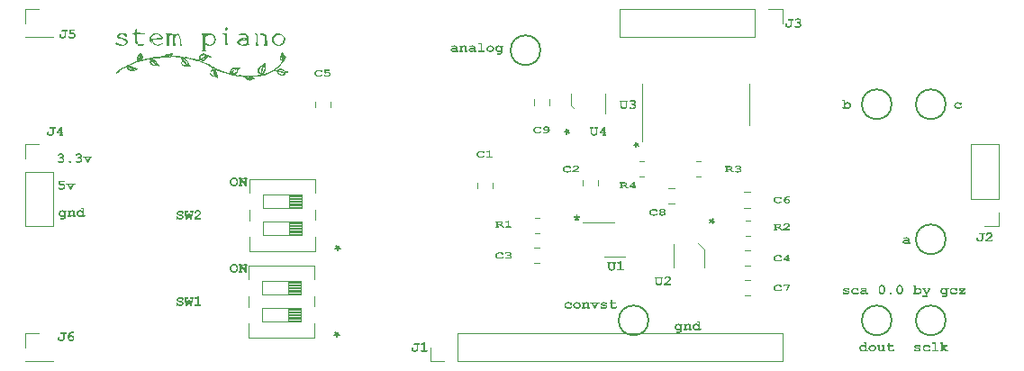
<source format=gbr>
%TF.SameCoordinates,Original*%
%TF.FileFunction,Legend,Top*%
%TF.FilePolarity,Positive*%
%FSLAX46Y46*%
G04 Gerber Fmt 4.6, Leading zero omitted, Abs format (unit mm)*
G04 Created by KiCad (PCBNEW (7.0.0)) date 2023-11-17 04:09:28*
%MOMM*%
%LPD*%
G01*
G04 APERTURE LIST*
%ADD10C,0.200000*%
%ADD11C,0.150000*%
%ADD12C,0.187500*%
%ADD13C,0.100000*%
%ADD14C,0.120000*%
%ADD15C,0.050000*%
G04 APERTURE END LIST*
D10*
G36*
X86000419Y-78545507D02*
G01*
X86010313Y-78545919D01*
X86020117Y-78546606D01*
X86033049Y-78547949D01*
X86045820Y-78549781D01*
X86058431Y-78552101D01*
X86070881Y-78554910D01*
X86083172Y-78558207D01*
X86092284Y-78561001D01*
X86104363Y-78565100D01*
X86116296Y-78569702D01*
X86128085Y-78574808D01*
X86139728Y-78580418D01*
X86151227Y-78586532D01*
X86159756Y-78591448D01*
X86168203Y-78596647D01*
X86176568Y-78602130D01*
X86184852Y-78607896D01*
X86184852Y-78561001D01*
X86349716Y-78561001D01*
X86361959Y-78561306D01*
X86373286Y-78562222D01*
X86383697Y-78563749D01*
X86395422Y-78566515D01*
X86405717Y-78570236D01*
X86414580Y-78574911D01*
X86422012Y-78580540D01*
X86429400Y-78588205D01*
X86435259Y-78596729D01*
X86439589Y-78606111D01*
X86442391Y-78616352D01*
X86443665Y-78627452D01*
X86443750Y-78631343D01*
X86442986Y-78642737D01*
X86440693Y-78653290D01*
X86436872Y-78663002D01*
X86431522Y-78671872D01*
X86424644Y-78679900D01*
X86422012Y-78682390D01*
X86412922Y-78688947D01*
X86403772Y-78693375D01*
X86393191Y-78696861D01*
X86381180Y-78699405D01*
X86370540Y-78700761D01*
X86358984Y-78701515D01*
X86349716Y-78701685D01*
X86325536Y-78701685D01*
X86325536Y-79176004D01*
X86325261Y-79188718D01*
X86324437Y-79201123D01*
X86323063Y-79213219D01*
X86321140Y-79225006D01*
X86318667Y-79236483D01*
X86315644Y-79247651D01*
X86312072Y-79258511D01*
X86307951Y-79269061D01*
X86303280Y-79279302D01*
X86298059Y-79289234D01*
X86294273Y-79295683D01*
X86288117Y-79305174D01*
X86281373Y-79314411D01*
X86274041Y-79323395D01*
X86266120Y-79332125D01*
X86257612Y-79340602D01*
X86248515Y-79348826D01*
X86238830Y-79356797D01*
X86228557Y-79364514D01*
X86217695Y-79371978D01*
X86206246Y-79379189D01*
X86198286Y-79383855D01*
X86186052Y-79390446D01*
X86173530Y-79396389D01*
X86160721Y-79401683D01*
X86147624Y-79406329D01*
X86134240Y-79410327D01*
X86120568Y-79413677D01*
X86106608Y-79416378D01*
X86092361Y-79418431D01*
X86077826Y-79419835D01*
X86067976Y-79420412D01*
X86057998Y-79420700D01*
X86052961Y-79420736D01*
X85893471Y-79420736D01*
X85881224Y-79420430D01*
X85869886Y-79419515D01*
X85859456Y-79417988D01*
X85847696Y-79415221D01*
X85837355Y-79411500D01*
X85828433Y-79406825D01*
X85820931Y-79401196D01*
X85813626Y-79393465D01*
X85807833Y-79384927D01*
X85803551Y-79375582D01*
X85800780Y-79365430D01*
X85799521Y-79354471D01*
X85799437Y-79350638D01*
X85800193Y-79339244D01*
X85802460Y-79328691D01*
X85806238Y-79318979D01*
X85811527Y-79310109D01*
X85818328Y-79302080D01*
X85820931Y-79299591D01*
X85830104Y-79292951D01*
X85839310Y-79288467D01*
X85849934Y-79284937D01*
X85861978Y-79282361D01*
X85872635Y-79280987D01*
X85884201Y-79280224D01*
X85893471Y-79280052D01*
X86048809Y-79280052D01*
X86060646Y-79279779D01*
X86071976Y-79278961D01*
X86082799Y-79277598D01*
X86093116Y-79275690D01*
X86102927Y-79273236D01*
X86112230Y-79270237D01*
X86123847Y-79265391D01*
X86134563Y-79259575D01*
X86144379Y-79252789D01*
X86148949Y-79249033D01*
X86157364Y-79241084D01*
X86164657Y-79232623D01*
X86170827Y-79223651D01*
X86175876Y-79214167D01*
X86179803Y-79204172D01*
X86182608Y-79193666D01*
X86184291Y-79182649D01*
X86184852Y-79171120D01*
X86184852Y-79110547D01*
X86176088Y-79116047D01*
X86167290Y-79121281D01*
X86158457Y-79126248D01*
X86149590Y-79130949D01*
X86140688Y-79135384D01*
X86131752Y-79139553D01*
X86122782Y-79143456D01*
X86110769Y-79148245D01*
X86098694Y-79152561D01*
X86089598Y-79155488D01*
X86077469Y-79159037D01*
X86065265Y-79162113D01*
X86052984Y-79164716D01*
X86040627Y-79166845D01*
X86028193Y-79168502D01*
X86015684Y-79169685D01*
X86003098Y-79170394D01*
X85990435Y-79170631D01*
X85972665Y-79170280D01*
X85955260Y-79169227D01*
X85938220Y-79167471D01*
X85921543Y-79165013D01*
X85905231Y-79161854D01*
X85889284Y-79157991D01*
X85873701Y-79153427D01*
X85858483Y-79148161D01*
X85843629Y-79142192D01*
X85829139Y-79135521D01*
X85815014Y-79128148D01*
X85801254Y-79120073D01*
X85787858Y-79111295D01*
X85774826Y-79101816D01*
X85762159Y-79091634D01*
X85749856Y-79080750D01*
X85738144Y-79069319D01*
X85727187Y-79057558D01*
X85716986Y-79045467D01*
X85707541Y-79033046D01*
X85698851Y-79020295D01*
X85690917Y-79007213D01*
X85683739Y-78993802D01*
X85677316Y-78980061D01*
X85671649Y-78965989D01*
X85666737Y-78951587D01*
X85662581Y-78936855D01*
X85659181Y-78921793D01*
X85656536Y-78906401D01*
X85654647Y-78890679D01*
X85653513Y-78874627D01*
X85653136Y-78858244D01*
X85653142Y-78858000D01*
X85793820Y-78858000D01*
X85794324Y-78871018D01*
X85795837Y-78883691D01*
X85798360Y-78896022D01*
X85801891Y-78908009D01*
X85806431Y-78919652D01*
X85811980Y-78930952D01*
X85818538Y-78941909D01*
X85826105Y-78952522D01*
X85834681Y-78962792D01*
X85844266Y-78972718D01*
X85851217Y-78979145D01*
X85862180Y-78988224D01*
X85873548Y-78996410D01*
X85885319Y-79003703D01*
X85897493Y-79010102D01*
X85910071Y-79015609D01*
X85923053Y-79020223D01*
X85936438Y-79023944D01*
X85950227Y-79026772D01*
X85964419Y-79028707D01*
X85979015Y-79029749D01*
X85988970Y-79029947D01*
X85998924Y-79029749D01*
X86008700Y-79029153D01*
X86023027Y-79027516D01*
X86036950Y-79024986D01*
X86050470Y-79021563D01*
X86063586Y-79017247D01*
X86076298Y-79012037D01*
X86088607Y-79005935D01*
X86100513Y-78998940D01*
X86112015Y-78991051D01*
X86123113Y-78982270D01*
X86126723Y-78979145D01*
X86136980Y-78969447D01*
X86146229Y-78959407D01*
X86154468Y-78949023D01*
X86161699Y-78938295D01*
X86167921Y-78927224D01*
X86173133Y-78915809D01*
X86177337Y-78904051D01*
X86180532Y-78891950D01*
X86182718Y-78879505D01*
X86183895Y-78866717D01*
X86184120Y-78858000D01*
X86183615Y-78845112D01*
X86182102Y-78832549D01*
X86179579Y-78820313D01*
X86176048Y-78808404D01*
X86171508Y-78796820D01*
X86165959Y-78785563D01*
X86159401Y-78774632D01*
X86151834Y-78764028D01*
X86143258Y-78753750D01*
X86133673Y-78743798D01*
X86126723Y-78737344D01*
X86115759Y-78728178D01*
X86104392Y-78719913D01*
X86092621Y-78712550D01*
X86080446Y-78706089D01*
X86067868Y-78700529D01*
X86054887Y-78695871D01*
X86041501Y-78692114D01*
X86027713Y-78689259D01*
X86013520Y-78687305D01*
X85998924Y-78686254D01*
X85988970Y-78686053D01*
X85979015Y-78686254D01*
X85969239Y-78686855D01*
X85954912Y-78688508D01*
X85940989Y-78691062D01*
X85927470Y-78694518D01*
X85914353Y-78698876D01*
X85901641Y-78704135D01*
X85889332Y-78710296D01*
X85877426Y-78717359D01*
X85865925Y-78725323D01*
X85854826Y-78734189D01*
X85851217Y-78737344D01*
X85840959Y-78747079D01*
X85831711Y-78757139D01*
X85823471Y-78767526D01*
X85816240Y-78778240D01*
X85810019Y-78789279D01*
X85804806Y-78800645D01*
X85800602Y-78812337D01*
X85797407Y-78824356D01*
X85795221Y-78836701D01*
X85794044Y-78849372D01*
X85793820Y-78858000D01*
X85653142Y-78858000D01*
X85653513Y-78841804D01*
X85654647Y-78825699D01*
X85656536Y-78809930D01*
X85659181Y-78794497D01*
X85662581Y-78779400D01*
X85666737Y-78764638D01*
X85671649Y-78750213D01*
X85677316Y-78736123D01*
X85683739Y-78722369D01*
X85690917Y-78708951D01*
X85698851Y-78695869D01*
X85707541Y-78683122D01*
X85716986Y-78670712D01*
X85727187Y-78658637D01*
X85738144Y-78646898D01*
X85749856Y-78635495D01*
X85762159Y-78624581D01*
X85774826Y-78614372D01*
X85787858Y-78604866D01*
X85801254Y-78596065D01*
X85815014Y-78587968D01*
X85829139Y-78580575D01*
X85843629Y-78573886D01*
X85858483Y-78567901D01*
X85873701Y-78562620D01*
X85889284Y-78558043D01*
X85905231Y-78554171D01*
X85921543Y-78551002D01*
X85938220Y-78548538D01*
X85955260Y-78546778D01*
X85972665Y-78545721D01*
X85990435Y-78545369D01*
X86000419Y-78545507D01*
G37*
G36*
X86727560Y-78561001D02*
G01*
X86727560Y-78607896D01*
X86737272Y-78600324D01*
X86747237Y-78593241D01*
X86757453Y-78586646D01*
X86767921Y-78580540D01*
X86778641Y-78574923D01*
X86789613Y-78569794D01*
X86800837Y-78565153D01*
X86812312Y-78561001D01*
X86824036Y-78557337D01*
X86836004Y-78554162D01*
X86848216Y-78551475D01*
X86860672Y-78549277D01*
X86873373Y-78547568D01*
X86886318Y-78546346D01*
X86896187Y-78545751D01*
X86906193Y-78545430D01*
X86912940Y-78545369D01*
X86928368Y-78545653D01*
X86943387Y-78546503D01*
X86957997Y-78547920D01*
X86972200Y-78549903D01*
X86985994Y-78552453D01*
X86999379Y-78555570D01*
X87012357Y-78559254D01*
X87024926Y-78563504D01*
X87037086Y-78568322D01*
X87048839Y-78573705D01*
X87060182Y-78579656D01*
X87071118Y-78586173D01*
X87081645Y-78593257D01*
X87091764Y-78600908D01*
X87101475Y-78609125D01*
X87110777Y-78617909D01*
X87117757Y-78625285D01*
X87124287Y-78632942D01*
X87130366Y-78640879D01*
X87135995Y-78649096D01*
X87141174Y-78657594D01*
X87145902Y-78666373D01*
X87150180Y-78675432D01*
X87154008Y-78684771D01*
X87157385Y-78694391D01*
X87160312Y-78704291D01*
X87162789Y-78714472D01*
X87164816Y-78724934D01*
X87166392Y-78735676D01*
X87167518Y-78746698D01*
X87168193Y-78758001D01*
X87168418Y-78769584D01*
X87168418Y-79014316D01*
X87179226Y-79014621D01*
X87189301Y-79015537D01*
X87200864Y-79017540D01*
X87211283Y-79020498D01*
X87220557Y-79024410D01*
X87230174Y-79030363D01*
X87234364Y-79033855D01*
X87241668Y-79041520D01*
X87247461Y-79050044D01*
X87251743Y-79059426D01*
X87254514Y-79069667D01*
X87255773Y-79080767D01*
X87255857Y-79084658D01*
X87255093Y-79096052D01*
X87252800Y-79106605D01*
X87248979Y-79116317D01*
X87243630Y-79125187D01*
X87236752Y-79133215D01*
X87234120Y-79135704D01*
X87224946Y-79142262D01*
X87215741Y-79146690D01*
X87205116Y-79150176D01*
X87193072Y-79152720D01*
X87182415Y-79154076D01*
X87170850Y-79154830D01*
X87161579Y-79155000D01*
X87034573Y-79155000D01*
X87022327Y-79154698D01*
X87010989Y-79153794D01*
X87000559Y-79152286D01*
X86988798Y-79149554D01*
X86978457Y-79145880D01*
X86969536Y-79141263D01*
X86962033Y-79135704D01*
X86954729Y-79127956D01*
X86948936Y-79119367D01*
X86944654Y-79109936D01*
X86941883Y-79099663D01*
X86940624Y-79088549D01*
X86940540Y-79084658D01*
X86941287Y-79073272D01*
X86943528Y-79062744D01*
X86947263Y-79053076D01*
X86952492Y-79044266D01*
X86959216Y-79036315D01*
X86961789Y-79033855D01*
X86970582Y-79027215D01*
X86981023Y-79021948D01*
X86990983Y-79018609D01*
X87002089Y-79016224D01*
X87011798Y-79015003D01*
X87022239Y-79014392D01*
X87027734Y-79014316D01*
X87027734Y-78772271D01*
X87027349Y-78762177D01*
X87025783Y-78750536D01*
X87023013Y-78739980D01*
X87019038Y-78730510D01*
X87013858Y-78722125D01*
X87006053Y-78713495D01*
X87003066Y-78710966D01*
X86994498Y-78705127D01*
X86984916Y-78700067D01*
X86974318Y-78695785D01*
X86962705Y-78692281D01*
X86950077Y-78689557D01*
X86939939Y-78688024D01*
X86929231Y-78686929D01*
X86917952Y-78686272D01*
X86906101Y-78686053D01*
X86894134Y-78686336D01*
X86882532Y-78687183D01*
X86871297Y-78688595D01*
X86860428Y-78690572D01*
X86849926Y-78693113D01*
X86839790Y-78696220D01*
X86830020Y-78699891D01*
X86820616Y-78704127D01*
X86811148Y-78709211D01*
X86801062Y-78715546D01*
X86790357Y-78723132D01*
X86781923Y-78729644D01*
X86773141Y-78736860D01*
X86764011Y-78744779D01*
X86754534Y-78753403D01*
X86744708Y-78762731D01*
X86734535Y-78772763D01*
X86727560Y-78779842D01*
X86727560Y-79014316D01*
X86737390Y-79014429D01*
X86749447Y-79014935D01*
X86760306Y-79015845D01*
X86772195Y-79017552D01*
X86782212Y-79019891D01*
X86791760Y-79023531D01*
X86797658Y-79027260D01*
X86805500Y-79033821D01*
X86813833Y-79042268D01*
X86820532Y-79050989D01*
X86825597Y-79059985D01*
X86829028Y-79069255D01*
X86830988Y-79080741D01*
X86831119Y-79084658D01*
X86830355Y-79096052D01*
X86828062Y-79106605D01*
X86824241Y-79116317D01*
X86818892Y-79125187D01*
X86812014Y-79133215D01*
X86809381Y-79135704D01*
X86800291Y-79142262D01*
X86791141Y-79146690D01*
X86780561Y-79150176D01*
X86768549Y-79152720D01*
X86757909Y-79154076D01*
X86746353Y-79154830D01*
X86737085Y-79155000D01*
X86577106Y-79155000D01*
X86564860Y-79154698D01*
X86553522Y-79153794D01*
X86543092Y-79152286D01*
X86531332Y-79149554D01*
X86520991Y-79145880D01*
X86512069Y-79141263D01*
X86504566Y-79135704D01*
X86497179Y-79127956D01*
X86491320Y-79119367D01*
X86486989Y-79109936D01*
X86484187Y-79099663D01*
X86482914Y-79088549D01*
X86482829Y-79084658D01*
X86483988Y-79073031D01*
X86486725Y-79063631D01*
X86491072Y-79054494D01*
X86497029Y-79045618D01*
X86504596Y-79037005D01*
X86511809Y-79030304D01*
X86515801Y-79027016D01*
X86524867Y-79022067D01*
X86535504Y-79018793D01*
X86546387Y-79016747D01*
X86556416Y-79015556D01*
X86567621Y-79014762D01*
X86580001Y-79014365D01*
X86586632Y-79014316D01*
X86586632Y-78701685D01*
X86575824Y-78701383D01*
X86565749Y-78700479D01*
X86554186Y-78698500D01*
X86543767Y-78695580D01*
X86534494Y-78691717D01*
X86524877Y-78685838D01*
X86520686Y-78682390D01*
X86513465Y-78674642D01*
X86507738Y-78666052D01*
X86503504Y-78656621D01*
X86500765Y-78646349D01*
X86499520Y-78635235D01*
X86499437Y-78631343D01*
X86500193Y-78619957D01*
X86502460Y-78609430D01*
X86506238Y-78599761D01*
X86511527Y-78590951D01*
X86518328Y-78583000D01*
X86520931Y-78580540D01*
X86530104Y-78573900D01*
X86539310Y-78569416D01*
X86549934Y-78565886D01*
X86561978Y-78563310D01*
X86572635Y-78561936D01*
X86584201Y-78561173D01*
X86593471Y-78561001D01*
X86727560Y-78561001D01*
G37*
G36*
X88033526Y-79014316D02*
G01*
X88057462Y-79014316D01*
X88069541Y-79014621D01*
X88080742Y-79015537D01*
X88091065Y-79017063D01*
X88102734Y-79019830D01*
X88113032Y-79023551D01*
X88121959Y-79028226D01*
X88129514Y-79033855D01*
X88136984Y-79041520D01*
X88142909Y-79050044D01*
X88147288Y-79059426D01*
X88150122Y-79069667D01*
X88151410Y-79080767D01*
X88151496Y-79084658D01*
X88150732Y-79096052D01*
X88148439Y-79106605D01*
X88144618Y-79116317D01*
X88139268Y-79125187D01*
X88132390Y-79133215D01*
X88129758Y-79135704D01*
X88120668Y-79142262D01*
X88111518Y-79146690D01*
X88100937Y-79150176D01*
X88088926Y-79152720D01*
X88078286Y-79154076D01*
X88066730Y-79154830D01*
X88057462Y-79155000D01*
X87892598Y-79155000D01*
X87892598Y-79076842D01*
X87883538Y-79085343D01*
X87874400Y-79093446D01*
X87865185Y-79101148D01*
X87855893Y-79108452D01*
X87846524Y-79115357D01*
X87837077Y-79121862D01*
X87827553Y-79127967D01*
X87817952Y-79133674D01*
X87808273Y-79138981D01*
X87798517Y-79143889D01*
X87791970Y-79146939D01*
X87782090Y-79151173D01*
X87772141Y-79154991D01*
X87762123Y-79158392D01*
X87752037Y-79161377D01*
X87741881Y-79163945D01*
X87731658Y-79166096D01*
X87721365Y-79167832D01*
X87711004Y-79169150D01*
X87700574Y-79170053D01*
X87690075Y-79170538D01*
X87683038Y-79170631D01*
X87673176Y-79170547D01*
X87653814Y-79169873D01*
X87634935Y-79168526D01*
X87616538Y-79166505D01*
X87598625Y-79163811D01*
X87581194Y-79160443D01*
X87564246Y-79156402D01*
X87547780Y-79151687D01*
X87531798Y-79146298D01*
X87516298Y-79140236D01*
X87501281Y-79133500D01*
X87486746Y-79126091D01*
X87472695Y-79118008D01*
X87459126Y-79109251D01*
X87446040Y-79099821D01*
X87433436Y-79089718D01*
X87427316Y-79084413D01*
X87415604Y-79073471D01*
X87404647Y-79062199D01*
X87394446Y-79050596D01*
X87385001Y-79038664D01*
X87376311Y-79026401D01*
X87368377Y-79013808D01*
X87361198Y-79000885D01*
X87354776Y-78987632D01*
X87349108Y-78974049D01*
X87344197Y-78960136D01*
X87340041Y-78945892D01*
X87336641Y-78931319D01*
X87333996Y-78916415D01*
X87332107Y-78901182D01*
X87330973Y-78885618D01*
X87330625Y-78870945D01*
X87471524Y-78870945D01*
X87472007Y-78883778D01*
X87473456Y-78896173D01*
X87475871Y-78908130D01*
X87479252Y-78919649D01*
X87483599Y-78930730D01*
X87488912Y-78941373D01*
X87495191Y-78951578D01*
X87502436Y-78961345D01*
X87510647Y-78970675D01*
X87519824Y-78979566D01*
X87526478Y-78985251D01*
X87537182Y-78993238D01*
X87548683Y-79000441D01*
X87560984Y-79006857D01*
X87574083Y-79012488D01*
X87587980Y-79017333D01*
X87597689Y-79020126D01*
X87607752Y-79022571D01*
X87618171Y-79024666D01*
X87628944Y-79026412D01*
X87640073Y-79027808D01*
X87651556Y-79028856D01*
X87663394Y-79029554D01*
X87675587Y-79029904D01*
X87681817Y-79029947D01*
X87694072Y-79029773D01*
X87705985Y-79029249D01*
X87717557Y-79028376D01*
X87728788Y-79027154D01*
X87739677Y-79025582D01*
X87750224Y-79023662D01*
X87760430Y-79021392D01*
X87770294Y-79018773D01*
X87779816Y-79015805D01*
X87793460Y-79010698D01*
X87806335Y-79004805D01*
X87818441Y-78998127D01*
X87829779Y-78990663D01*
X87836911Y-78985251D01*
X87846863Y-78976668D01*
X87855836Y-78967682D01*
X87863830Y-78958293D01*
X87870845Y-78948500D01*
X87876882Y-78938303D01*
X87881939Y-78927703D01*
X87886018Y-78916699D01*
X87889118Y-78905292D01*
X87891239Y-78893481D01*
X87892381Y-78881266D01*
X87892598Y-78872899D01*
X87892060Y-78858411D01*
X87890443Y-78844348D01*
X87887749Y-78830711D01*
X87883977Y-78817498D01*
X87879128Y-78804710D01*
X87873201Y-78792348D01*
X87866196Y-78780410D01*
X87858114Y-78768897D01*
X87848954Y-78757810D01*
X87842249Y-78750654D01*
X87835065Y-78743688D01*
X87831293Y-78740275D01*
X87823554Y-78733709D01*
X87815601Y-78727567D01*
X87807434Y-78721848D01*
X87799053Y-78716553D01*
X87790459Y-78711682D01*
X87781651Y-78707234D01*
X87772629Y-78703209D01*
X87763394Y-78699609D01*
X87753945Y-78696432D01*
X87744282Y-78693678D01*
X87734405Y-78691348D01*
X87724315Y-78689442D01*
X87714011Y-78687959D01*
X87703493Y-78686900D01*
X87692762Y-78686265D01*
X87681817Y-78686053D01*
X87670930Y-78686265D01*
X87660251Y-78686900D01*
X87649780Y-78687959D01*
X87639517Y-78689442D01*
X87629462Y-78691348D01*
X87619615Y-78693678D01*
X87609976Y-78696432D01*
X87600545Y-78699609D01*
X87591322Y-78703209D01*
X87582307Y-78707234D01*
X87573500Y-78711682D01*
X87564901Y-78716553D01*
X87556510Y-78721848D01*
X87548327Y-78727567D01*
X87540351Y-78733709D01*
X87532584Y-78740275D01*
X87525190Y-78747140D01*
X87518273Y-78754178D01*
X87508792Y-78765061D01*
X87500384Y-78776334D01*
X87493050Y-78787999D01*
X87486789Y-78800054D01*
X87481601Y-78812499D01*
X87477487Y-78825336D01*
X87474446Y-78838563D01*
X87472478Y-78852180D01*
X87471583Y-78866189D01*
X87471524Y-78870945D01*
X87330625Y-78870945D01*
X87330596Y-78869724D01*
X87330992Y-78853086D01*
X87332183Y-78836755D01*
X87334168Y-78820731D01*
X87336946Y-78805015D01*
X87340518Y-78789606D01*
X87344884Y-78774503D01*
X87350043Y-78759709D01*
X87355997Y-78745221D01*
X87362744Y-78731041D01*
X87370285Y-78717167D01*
X87378620Y-78703602D01*
X87387748Y-78690343D01*
X87397671Y-78677391D01*
X87408387Y-78664747D01*
X87419897Y-78652410D01*
X87432201Y-78640380D01*
X87445105Y-78628875D01*
X87458357Y-78618112D01*
X87471957Y-78608091D01*
X87485903Y-78598813D01*
X87500197Y-78590277D01*
X87514839Y-78582483D01*
X87529827Y-78575431D01*
X87545163Y-78569122D01*
X87560846Y-78563555D01*
X87576876Y-78558730D01*
X87593254Y-78554648D01*
X87609979Y-78551308D01*
X87627051Y-78548710D01*
X87644471Y-78546854D01*
X87662237Y-78545740D01*
X87680351Y-78545369D01*
X87690636Y-78545517D01*
X87700882Y-78545962D01*
X87711089Y-78546702D01*
X87721258Y-78547739D01*
X87731388Y-78549072D01*
X87741480Y-78550702D01*
X87751533Y-78552627D01*
X87761547Y-78554849D01*
X87771522Y-78557367D01*
X87781459Y-78560181D01*
X87788062Y-78562222D01*
X87797987Y-78565528D01*
X87807886Y-78569126D01*
X87817759Y-78573016D01*
X87827607Y-78577197D01*
X87837429Y-78581671D01*
X87847225Y-78586436D01*
X87856995Y-78591494D01*
X87866739Y-78596844D01*
X87876458Y-78602485D01*
X87886151Y-78608418D01*
X87892598Y-78612536D01*
X87892598Y-78435949D01*
X87868663Y-78435949D01*
X87856359Y-78435647D01*
X87844971Y-78434743D01*
X87834499Y-78433235D01*
X87824943Y-78431125D01*
X87814286Y-78427639D01*
X87805060Y-78423211D01*
X87795878Y-78416653D01*
X87788574Y-78408905D01*
X87782781Y-78400316D01*
X87778499Y-78390885D01*
X87775728Y-78380612D01*
X87774469Y-78369498D01*
X87774385Y-78365607D01*
X87775140Y-78354221D01*
X87777407Y-78343693D01*
X87781185Y-78334025D01*
X87786475Y-78325215D01*
X87793275Y-78317264D01*
X87795878Y-78314804D01*
X87805060Y-78308164D01*
X87814286Y-78303680D01*
X87824943Y-78300150D01*
X87834499Y-78298012D01*
X87844971Y-78296486D01*
X87856359Y-78295570D01*
X87868663Y-78295265D01*
X88033526Y-78295265D01*
X88033526Y-79014316D01*
G37*
G36*
X159832214Y-86014865D02*
G01*
X159823551Y-86010072D01*
X159814782Y-86005584D01*
X159805905Y-86001401D01*
X159796921Y-85997524D01*
X159785542Y-85993106D01*
X159773995Y-85989166D01*
X159764637Y-85986357D01*
X159759919Y-85985067D01*
X159748081Y-85982182D01*
X159738491Y-85980226D01*
X159728793Y-85978584D01*
X159718989Y-85977254D01*
X159709078Y-85976237D01*
X159699061Y-85975532D01*
X159688936Y-85975141D01*
X159681272Y-85975053D01*
X159671176Y-85975147D01*
X159661344Y-85975427D01*
X159647088Y-85976199D01*
X159633426Y-85977391D01*
X159620355Y-85979004D01*
X159607877Y-85981037D01*
X159595992Y-85983492D01*
X159584699Y-85986367D01*
X159573999Y-85989662D01*
X159563891Y-85993379D01*
X159554375Y-85997516D01*
X159551335Y-85998989D01*
X159542039Y-86004362D01*
X159534153Y-86011423D01*
X159530169Y-86020398D01*
X159530086Y-86021948D01*
X159533492Y-86031629D01*
X159541344Y-86039465D01*
X159550604Y-86045505D01*
X159558907Y-86049792D01*
X159569056Y-86053438D01*
X159580426Y-86056451D01*
X159591429Y-86058843D01*
X159604125Y-86061221D01*
X159614760Y-86062994D01*
X159626348Y-86064759D01*
X159638889Y-86066515D01*
X159652383Y-86068262D01*
X159657092Y-86068842D01*
X159674284Y-86070982D01*
X159690809Y-86073128D01*
X159706669Y-86075280D01*
X159721862Y-86077437D01*
X159736390Y-86079600D01*
X159750252Y-86081768D01*
X159763448Y-86083943D01*
X159775978Y-86086123D01*
X159787841Y-86088308D01*
X159799039Y-86090500D01*
X159809571Y-86092697D01*
X159819437Y-86094900D01*
X159832988Y-86098215D01*
X159845040Y-86101543D01*
X159852242Y-86103769D01*
X159865462Y-86108459D01*
X159878103Y-86113552D01*
X159890163Y-86119049D01*
X159901644Y-86124950D01*
X159912546Y-86131254D01*
X159922868Y-86137961D01*
X159932610Y-86145072D01*
X159941773Y-86152587D01*
X159950356Y-86160506D01*
X159958359Y-86168827D01*
X159963373Y-86174600D01*
X159970400Y-86183392D01*
X159976737Y-86192274D01*
X159982382Y-86201246D01*
X159987335Y-86210309D01*
X159991598Y-86219461D01*
X159995169Y-86228704D01*
X159998856Y-86241168D01*
X160001313Y-86253793D01*
X160002542Y-86266577D01*
X160002696Y-86273030D01*
X160002110Y-86286060D01*
X160000352Y-86298684D01*
X159997422Y-86310899D01*
X159993319Y-86322706D01*
X159988045Y-86334106D01*
X159981599Y-86345097D01*
X159973980Y-86355681D01*
X159965189Y-86365857D01*
X159955227Y-86375625D01*
X159944092Y-86384985D01*
X159936018Y-86390999D01*
X159923857Y-86399310D01*
X159911250Y-86407084D01*
X159898196Y-86414323D01*
X159884696Y-86421025D01*
X159870749Y-86427192D01*
X159856356Y-86432822D01*
X159841517Y-86437915D01*
X159826230Y-86442473D01*
X159810498Y-86446494D01*
X159794319Y-86449980D01*
X159777693Y-86452929D01*
X159760621Y-86455342D01*
X159743102Y-86457218D01*
X159725137Y-86458559D01*
X159706725Y-86459363D01*
X159687867Y-86459631D01*
X159676497Y-86459560D01*
X159665287Y-86459348D01*
X159654235Y-86458993D01*
X159643342Y-86458498D01*
X159632608Y-86457860D01*
X159622033Y-86457081D01*
X159611617Y-86456160D01*
X159601359Y-86455097D01*
X159591261Y-86453893D01*
X159581321Y-86452547D01*
X159574782Y-86451571D01*
X159561971Y-86449499D01*
X159549427Y-86447190D01*
X159537150Y-86444644D01*
X159525140Y-86441862D01*
X159513397Y-86438844D01*
X159501922Y-86435588D01*
X159490713Y-86432096D01*
X159479772Y-86428368D01*
X159471195Y-86433955D01*
X159462135Y-86438414D01*
X159457790Y-86440092D01*
X159448184Y-86442622D01*
X159438417Y-86443862D01*
X159433854Y-86444000D01*
X159423878Y-86443511D01*
X159412773Y-86441633D01*
X159402612Y-86438347D01*
X159393396Y-86433653D01*
X159385124Y-86427551D01*
X159381342Y-86423972D01*
X159374702Y-86415425D01*
X159369435Y-86404989D01*
X159366096Y-86394850D01*
X159363711Y-86383399D01*
X159362490Y-86373293D01*
X159361879Y-86362348D01*
X159361803Y-86356561D01*
X159361803Y-86312597D01*
X159362108Y-86301236D01*
X159363024Y-86290722D01*
X159364550Y-86281055D01*
X159367317Y-86270163D01*
X159371038Y-86260595D01*
X159376763Y-86250861D01*
X159381342Y-86245430D01*
X159389090Y-86238541D01*
X159397680Y-86233077D01*
X159407111Y-86229038D01*
X159417383Y-86226425D01*
X159428497Y-86225237D01*
X159432389Y-86225158D01*
X159443105Y-86225696D01*
X159453026Y-86227308D01*
X159463391Y-86230468D01*
X159472718Y-86235033D01*
X159474887Y-86236393D01*
X159483069Y-86242911D01*
X159490274Y-86251475D01*
X159495778Y-86260646D01*
X159499899Y-86269754D01*
X159501754Y-86274739D01*
X159510020Y-86280010D01*
X159518698Y-86284952D01*
X159527789Y-86289566D01*
X159537291Y-86293851D01*
X159547206Y-86297809D01*
X159557533Y-86301438D01*
X159568272Y-86304739D01*
X159579423Y-86307712D01*
X159590994Y-86310345D01*
X159602993Y-86312627D01*
X159615418Y-86314558D01*
X159628272Y-86316138D01*
X159638192Y-86317093D01*
X159648353Y-86317850D01*
X159658754Y-86318410D01*
X159669396Y-86318772D01*
X159680278Y-86318936D01*
X159683959Y-86318947D01*
X159695881Y-86318841D01*
X159707467Y-86318524D01*
X159718718Y-86317994D01*
X159729632Y-86317253D01*
X159740211Y-86316300D01*
X159750454Y-86315135D01*
X159760361Y-86313758D01*
X159774592Y-86311296D01*
X159788068Y-86308357D01*
X159800787Y-86304942D01*
X159812751Y-86301050D01*
X159823960Y-86296681D01*
X159834413Y-86291836D01*
X159843045Y-86286747D01*
X159850859Y-86280680D01*
X159857333Y-86272673D01*
X159859814Y-86263504D01*
X159858072Y-86253132D01*
X159852848Y-86243602D01*
X159845598Y-86236103D01*
X159837602Y-86230326D01*
X159827829Y-86224979D01*
X159823422Y-86222960D01*
X159813110Y-86219010D01*
X159800371Y-86215220D01*
X159789224Y-86212483D01*
X159776712Y-86209836D01*
X159762835Y-86207280D01*
X159752825Y-86205625D01*
X159742208Y-86204011D01*
X159730984Y-86202437D01*
X159719153Y-86200903D01*
X159706716Y-86199409D01*
X159693672Y-86197955D01*
X159680021Y-86196541D01*
X159672968Y-86195849D01*
X159662469Y-86194810D01*
X159652189Y-86193711D01*
X159642130Y-86192549D01*
X159632290Y-86191326D01*
X159613271Y-86188696D01*
X159595131Y-86185820D01*
X159577871Y-86182697D01*
X159561490Y-86179328D01*
X159545989Y-86175713D01*
X159531368Y-86171852D01*
X159517627Y-86167745D01*
X159504765Y-86163391D01*
X159492783Y-86158792D01*
X159481680Y-86153946D01*
X159471457Y-86148854D01*
X159462114Y-86143516D01*
X159453650Y-86137932D01*
X159446066Y-86132101D01*
X159435896Y-86123115D01*
X159426726Y-86113743D01*
X159418557Y-86103984D01*
X159411388Y-86093839D01*
X159405219Y-86083308D01*
X159400051Y-86072390D01*
X159395882Y-86061085D01*
X159392715Y-86049395D01*
X159390547Y-86037318D01*
X159389380Y-86024854D01*
X159389158Y-86016330D01*
X159389720Y-86003301D01*
X159391408Y-85990685D01*
X159394220Y-85978480D01*
X159398157Y-85966688D01*
X159403219Y-85955308D01*
X159409405Y-85944340D01*
X159416717Y-85933784D01*
X159425153Y-85923640D01*
X159434714Y-85913909D01*
X159445401Y-85904589D01*
X159453150Y-85898605D01*
X159464167Y-85890827D01*
X159475605Y-85883550D01*
X159487462Y-85876775D01*
X159499739Y-85870502D01*
X159512436Y-85864731D01*
X159525552Y-85859461D01*
X159539089Y-85854694D01*
X159553045Y-85850428D01*
X159567421Y-85846665D01*
X159582217Y-85843403D01*
X159597432Y-85840642D01*
X159613068Y-85838384D01*
X159629123Y-85836628D01*
X159645598Y-85835373D01*
X159662492Y-85834620D01*
X159679807Y-85834369D01*
X159691901Y-85834507D01*
X159703880Y-85834919D01*
X159715745Y-85835606D01*
X159727495Y-85836568D01*
X159739131Y-85837804D01*
X159750653Y-85839315D01*
X159762059Y-85841101D01*
X159773352Y-85843162D01*
X159784587Y-85845448D01*
X159795700Y-85848032D01*
X159806691Y-85850913D01*
X159817560Y-85854092D01*
X159828307Y-85857569D01*
X159838931Y-85861343D01*
X159849434Y-85865415D01*
X159859814Y-85869785D01*
X159868511Y-85863645D01*
X159877539Y-85858264D01*
X159883994Y-85855130D01*
X159893664Y-85851624D01*
X159903800Y-85850021D01*
X159904999Y-85850001D01*
X159915472Y-85850748D01*
X159925275Y-85852989D01*
X159934408Y-85856724D01*
X159942872Y-85861954D01*
X159950666Y-85868677D01*
X159953115Y-85871250D01*
X159959672Y-85880232D01*
X159964100Y-85889264D01*
X159967586Y-85899704D01*
X159970130Y-85911552D01*
X159971487Y-85922043D01*
X159972240Y-85933434D01*
X159972410Y-85942569D01*
X159972410Y-85976274D01*
X159972238Y-85987120D01*
X159971723Y-85997066D01*
X159970596Y-86008231D01*
X159968932Y-86017988D01*
X159966227Y-86027840D01*
X159962095Y-86036773D01*
X159961419Y-86037824D01*
X159954162Y-86046760D01*
X159946130Y-86054181D01*
X159937323Y-86060088D01*
X159927740Y-86064480D01*
X159917382Y-86067358D01*
X159906250Y-86068721D01*
X159901579Y-86068842D01*
X159890759Y-86068141D01*
X159880522Y-86066038D01*
X159870870Y-86062531D01*
X159861802Y-86057623D01*
X159856883Y-86054188D01*
X159849191Y-86047214D01*
X159842785Y-86039328D01*
X159837664Y-86030531D01*
X159833829Y-86020822D01*
X159832214Y-86014865D01*
G37*
G36*
X160739821Y-85881264D02*
G01*
X160747795Y-85872258D01*
X160755840Y-85864778D01*
X160763957Y-85858824D01*
X160773791Y-85853695D01*
X160783729Y-85850764D01*
X160792089Y-85850001D01*
X160803068Y-85850774D01*
X160813292Y-85853092D01*
X160822760Y-85856956D01*
X160831473Y-85862366D01*
X160839430Y-85869321D01*
X160841914Y-85871983D01*
X160848555Y-85881239D01*
X160853039Y-85890501D01*
X160856569Y-85901170D01*
X160858706Y-85910718D01*
X160860233Y-85921167D01*
X160861148Y-85932517D01*
X160861454Y-85944767D01*
X160861454Y-86036602D01*
X160861148Y-86049021D01*
X160860233Y-86060508D01*
X160858706Y-86071064D01*
X160856569Y-86080688D01*
X160853039Y-86091410D01*
X160848555Y-86100676D01*
X160841914Y-86109875D01*
X160834158Y-86117180D01*
X160825542Y-86122973D01*
X160816069Y-86127255D01*
X160805736Y-86130025D01*
X160794545Y-86131285D01*
X160790623Y-86131369D01*
X160780125Y-86130793D01*
X160770244Y-86129067D01*
X160759499Y-86125600D01*
X160749594Y-86120566D01*
X160741775Y-86115004D01*
X160734951Y-86107189D01*
X160729607Y-86097745D01*
X160725491Y-86087716D01*
X160722389Y-86077994D01*
X160719585Y-86067032D01*
X160719060Y-86064690D01*
X160715969Y-86053219D01*
X160711733Y-86042618D01*
X160706352Y-86032888D01*
X160699826Y-86024028D01*
X160692155Y-86016039D01*
X160683340Y-86008920D01*
X160679493Y-86006316D01*
X160668779Y-86000729D01*
X160657520Y-85995692D01*
X160645715Y-85991204D01*
X160633365Y-85987265D01*
X160620470Y-85983877D01*
X160607030Y-85981037D01*
X160593044Y-85978747D01*
X160578514Y-85977007D01*
X160568524Y-85976152D01*
X160558291Y-85975542D01*
X160547816Y-85975175D01*
X160537099Y-85975053D01*
X160524797Y-85975257D01*
X160512805Y-85975870D01*
X160501121Y-85976891D01*
X160489747Y-85978320D01*
X160478681Y-85980158D01*
X160467925Y-85982403D01*
X160457478Y-85985058D01*
X160447340Y-85988120D01*
X160437511Y-85991591D01*
X160427991Y-85995470D01*
X160418781Y-85999758D01*
X160409879Y-86004454D01*
X160401287Y-86009558D01*
X160393004Y-86015071D01*
X160385029Y-86020992D01*
X160377364Y-86027321D01*
X160370089Y-86033963D01*
X160360055Y-86044335D01*
X160351078Y-86055195D01*
X160343157Y-86066546D01*
X160336292Y-86078385D01*
X160330483Y-86090714D01*
X160325730Y-86103533D01*
X160322033Y-86116840D01*
X160319393Y-86130638D01*
X160317809Y-86144925D01*
X160317339Y-86154721D01*
X160317281Y-86159701D01*
X160317787Y-86173258D01*
X160319307Y-86186271D01*
X160321840Y-86198738D01*
X160325387Y-86210660D01*
X160329946Y-86222036D01*
X160335519Y-86232868D01*
X160342105Y-86243154D01*
X160349704Y-86252895D01*
X160358316Y-86262090D01*
X160367942Y-86270741D01*
X160374922Y-86276205D01*
X160386443Y-86283843D01*
X160399300Y-86290730D01*
X160408612Y-86294905D01*
X160418518Y-86298745D01*
X160429018Y-86302251D01*
X160440111Y-86305423D01*
X160451797Y-86308262D01*
X160464077Y-86310766D01*
X160476951Y-86312936D01*
X160490417Y-86314773D01*
X160504478Y-86316276D01*
X160519131Y-86317444D01*
X160534378Y-86318279D01*
X160550219Y-86318780D01*
X160566653Y-86318947D01*
X160577518Y-86318880D01*
X160588131Y-86318680D01*
X160598492Y-86318346D01*
X160608601Y-86317879D01*
X160618459Y-86317278D01*
X160632773Y-86316125D01*
X160646520Y-86314673D01*
X160659701Y-86312920D01*
X160672314Y-86310866D01*
X160684362Y-86308512D01*
X160695842Y-86305857D01*
X160706756Y-86302902D01*
X160710267Y-86301850D01*
X160720488Y-86298210D01*
X160730542Y-86293855D01*
X160740428Y-86288784D01*
X160750148Y-86282998D01*
X160759700Y-86276496D01*
X160769086Y-86269278D01*
X160772794Y-86266191D01*
X160781892Y-86258873D01*
X160790716Y-86252796D01*
X160799266Y-86247958D01*
X160809163Y-86243791D01*
X160818666Y-86241410D01*
X160826283Y-86240789D01*
X160836816Y-86241528D01*
X160846799Y-86243743D01*
X160856233Y-86247436D01*
X160865117Y-86252605D01*
X160873452Y-86259251D01*
X160876108Y-86261794D01*
X160883247Y-86269854D01*
X160888908Y-86278464D01*
X160893093Y-86287623D01*
X160895800Y-86297332D01*
X160897031Y-86307590D01*
X160897113Y-86311131D01*
X160896113Y-86322534D01*
X160893114Y-86333785D01*
X160888114Y-86344883D01*
X160881115Y-86355828D01*
X160874554Y-86363937D01*
X160866867Y-86371959D01*
X160858056Y-86379896D01*
X160848120Y-86387747D01*
X160837059Y-86395513D01*
X160833122Y-86398082D01*
X160820932Y-86405535D01*
X160808056Y-86412507D01*
X160794493Y-86418999D01*
X160780243Y-86425010D01*
X160765306Y-86430539D01*
X160749682Y-86435588D01*
X160733371Y-86440156D01*
X160716374Y-86444244D01*
X160698689Y-86447850D01*
X160680317Y-86450976D01*
X160661259Y-86453620D01*
X160651472Y-86454762D01*
X160641513Y-86455784D01*
X160631383Y-86456686D01*
X160621081Y-86457467D01*
X160610607Y-86458128D01*
X160599961Y-86458669D01*
X160589144Y-86459090D01*
X160578155Y-86459391D01*
X160566994Y-86459571D01*
X160555662Y-86459631D01*
X160545475Y-86459569D01*
X160535430Y-86459381D01*
X160525527Y-86459069D01*
X160515766Y-86458631D01*
X160496671Y-86457381D01*
X160478145Y-86455632D01*
X160460188Y-86453382D01*
X160442799Y-86450632D01*
X160425978Y-86447383D01*
X160409727Y-86443633D01*
X160394044Y-86439384D01*
X160378929Y-86434634D01*
X160364383Y-86429385D01*
X160350406Y-86423636D01*
X160336998Y-86417387D01*
X160324158Y-86410637D01*
X160311886Y-86403388D01*
X160300184Y-86395639D01*
X160285218Y-86384676D01*
X160271218Y-86373219D01*
X160258183Y-86361267D01*
X160246114Y-86348821D01*
X160235011Y-86335881D01*
X160224873Y-86322447D01*
X160215701Y-86308518D01*
X160207494Y-86294095D01*
X160200252Y-86279179D01*
X160193976Y-86263767D01*
X160188666Y-86247862D01*
X160184321Y-86231462D01*
X160180942Y-86214569D01*
X160178528Y-86197181D01*
X160177080Y-86179298D01*
X160176597Y-86160922D01*
X160176988Y-86143436D01*
X160178162Y-86126331D01*
X160180117Y-86109608D01*
X160182856Y-86093267D01*
X160186376Y-86077307D01*
X160190679Y-86061729D01*
X160195764Y-86046532D01*
X160201632Y-86031718D01*
X160208282Y-86017284D01*
X160215714Y-86003233D01*
X160223928Y-85989563D01*
X160232925Y-85976274D01*
X160242705Y-85963368D01*
X160253266Y-85950843D01*
X160264610Y-85938699D01*
X160276736Y-85926937D01*
X160289523Y-85915728D01*
X160302786Y-85905242D01*
X160316527Y-85895479D01*
X160330745Y-85886439D01*
X160345439Y-85878122D01*
X160360611Y-85870529D01*
X160376260Y-85863658D01*
X160392385Y-85857511D01*
X160408988Y-85852087D01*
X160426068Y-85847387D01*
X160443625Y-85843409D01*
X160461659Y-85840155D01*
X160480170Y-85837624D01*
X160499158Y-85835816D01*
X160518623Y-85834731D01*
X160528534Y-85834460D01*
X160538565Y-85834369D01*
X160549437Y-85834472D01*
X160560163Y-85834782D01*
X160570743Y-85835297D01*
X160581177Y-85836018D01*
X160591466Y-85836945D01*
X160601608Y-85838079D01*
X160611604Y-85839418D01*
X160621455Y-85840964D01*
X160631159Y-85842716D01*
X160643871Y-85845372D01*
X160647009Y-85846093D01*
X160659465Y-85849207D01*
X160671677Y-85852688D01*
X160683645Y-85856534D01*
X160695369Y-85860748D01*
X160706848Y-85865327D01*
X160718083Y-85870273D01*
X160729074Y-85875585D01*
X160739821Y-85881264D01*
G37*
G36*
X161368059Y-85834576D02*
G01*
X161383767Y-85835197D01*
X161399017Y-85836233D01*
X161413809Y-85837682D01*
X161428143Y-85839545D01*
X161442019Y-85841823D01*
X161455437Y-85844514D01*
X161468397Y-85847620D01*
X161480899Y-85851139D01*
X161492944Y-85855073D01*
X161504530Y-85859420D01*
X161515658Y-85864182D01*
X161526329Y-85869358D01*
X161536541Y-85874948D01*
X161546295Y-85880952D01*
X161555592Y-85887370D01*
X161564376Y-85894147D01*
X161572594Y-85901227D01*
X161580244Y-85908611D01*
X161587328Y-85916298D01*
X161593846Y-85924288D01*
X161599796Y-85932582D01*
X161605180Y-85941179D01*
X161609997Y-85950079D01*
X161614247Y-85959283D01*
X161617931Y-85968791D01*
X161621048Y-85978601D01*
X161623598Y-85988716D01*
X161625582Y-85999133D01*
X161626999Y-86009854D01*
X161627849Y-86020878D01*
X161628132Y-86032206D01*
X161628132Y-86303316D01*
X161652068Y-86303316D01*
X161664314Y-86303621D01*
X161675653Y-86304537D01*
X161686083Y-86306063D01*
X161697843Y-86308830D01*
X161708184Y-86312551D01*
X161717105Y-86317226D01*
X161724608Y-86322855D01*
X161731995Y-86330520D01*
X161737854Y-86339044D01*
X161742185Y-86348426D01*
X161744987Y-86358667D01*
X161746261Y-86369767D01*
X161746346Y-86373658D01*
X161745581Y-86385052D01*
X161743289Y-86395605D01*
X161739468Y-86405317D01*
X161734118Y-86414187D01*
X161727240Y-86422215D01*
X161724608Y-86424704D01*
X161715435Y-86431262D01*
X161706229Y-86435690D01*
X161695604Y-86439176D01*
X161683560Y-86441720D01*
X161672903Y-86443076D01*
X161661338Y-86443830D01*
X161652068Y-86444000D01*
X161487204Y-86444000D01*
X161487204Y-86365842D01*
X161477170Y-86374428D01*
X161466942Y-86382603D01*
X161456522Y-86390365D01*
X161445908Y-86397715D01*
X161435101Y-86404654D01*
X161424101Y-86411179D01*
X161412907Y-86417293D01*
X161401521Y-86422995D01*
X161389941Y-86428284D01*
X161378168Y-86433161D01*
X161370212Y-86436184D01*
X161358362Y-86440374D01*
X161346719Y-86444152D01*
X161335281Y-86447518D01*
X161324050Y-86450472D01*
X161313024Y-86453014D01*
X161302205Y-86455143D01*
X161291592Y-86456860D01*
X161281185Y-86458166D01*
X161270984Y-86459059D01*
X161260989Y-86459539D01*
X161254441Y-86459631D01*
X161240411Y-86459412D01*
X161226715Y-86458753D01*
X161213353Y-86457656D01*
X161200325Y-86456120D01*
X161187632Y-86454145D01*
X161175272Y-86451731D01*
X161163245Y-86448879D01*
X161151553Y-86445587D01*
X161140195Y-86441857D01*
X161129171Y-86437687D01*
X161118480Y-86433079D01*
X161108124Y-86428032D01*
X161098101Y-86422546D01*
X161088413Y-86416621D01*
X161079058Y-86410258D01*
X161070037Y-86403455D01*
X161061490Y-86396356D01*
X161053494Y-86389163D01*
X161046049Y-86381877D01*
X161039156Y-86374497D01*
X161032814Y-86367024D01*
X161024335Y-86355639D01*
X161017098Y-86344043D01*
X161011100Y-86332237D01*
X161006344Y-86320221D01*
X161002829Y-86307994D01*
X161000554Y-86295557D01*
X160999520Y-86282910D01*
X160999451Y-86278647D01*
X160999626Y-86273518D01*
X161145264Y-86273518D01*
X161147077Y-86283149D01*
X161152515Y-86291588D01*
X161160509Y-86298163D01*
X161163826Y-86300140D01*
X161172776Y-86304548D01*
X161182526Y-86308368D01*
X161193078Y-86311601D01*
X161204432Y-86314245D01*
X161216587Y-86316302D01*
X161229543Y-86317772D01*
X161239786Y-86318488D01*
X161250480Y-86318874D01*
X161257860Y-86318947D01*
X161270770Y-86318691D01*
X161280729Y-86318164D01*
X161290923Y-86317349D01*
X161301354Y-86316246D01*
X161312021Y-86314856D01*
X161322924Y-86313178D01*
X161334063Y-86311212D01*
X161345438Y-86308959D01*
X161357049Y-86306418D01*
X161368897Y-86303590D01*
X161372898Y-86302583D01*
X161384818Y-86299366D01*
X161396489Y-86295943D01*
X161407910Y-86292313D01*
X161419083Y-86288478D01*
X161430007Y-86284436D01*
X161440681Y-86280189D01*
X161451107Y-86275735D01*
X161461284Y-86271076D01*
X161471211Y-86266210D01*
X161480890Y-86261138D01*
X161487204Y-86257642D01*
X161487204Y-86207572D01*
X161476692Y-86205916D01*
X161466283Y-86204367D01*
X161455977Y-86202924D01*
X161445774Y-86201588D01*
X161435674Y-86200360D01*
X161425678Y-86199238D01*
X161415784Y-86198223D01*
X161405993Y-86197314D01*
X161391500Y-86196152D01*
X161377239Y-86195231D01*
X161363210Y-86194549D01*
X161349413Y-86194109D01*
X161335847Y-86193908D01*
X161331377Y-86193895D01*
X161320725Y-86194030D01*
X161310261Y-86194437D01*
X161299987Y-86195114D01*
X161289902Y-86196062D01*
X161280005Y-86197282D01*
X161270297Y-86198772D01*
X161256090Y-86201515D01*
X161242308Y-86204869D01*
X161228950Y-86208831D01*
X161216018Y-86213404D01*
X161203511Y-86218586D01*
X161191429Y-86224377D01*
X161183610Y-86228577D01*
X161174623Y-86234141D01*
X161165074Y-86241118D01*
X161157397Y-86248119D01*
X161150656Y-86256551D01*
X161146200Y-86266432D01*
X161145264Y-86273518D01*
X160999626Y-86273518D01*
X160999804Y-86268314D01*
X161000863Y-86258073D01*
X161002628Y-86247927D01*
X161005099Y-86237874D01*
X161008276Y-86227914D01*
X161012159Y-86218048D01*
X161016748Y-86208276D01*
X161022043Y-86198596D01*
X161028045Y-86189011D01*
X161034752Y-86179519D01*
X161042165Y-86170120D01*
X161050284Y-86160815D01*
X161059109Y-86151604D01*
X161068640Y-86142486D01*
X161078878Y-86133461D01*
X161089821Y-86124530D01*
X161101386Y-86115894D01*
X161113490Y-86107814D01*
X161126131Y-86100293D01*
X161139311Y-86093328D01*
X161153028Y-86086920D01*
X161167284Y-86081070D01*
X161182078Y-86075777D01*
X161197410Y-86071041D01*
X161213280Y-86066862D01*
X161229688Y-86063240D01*
X161246634Y-86060176D01*
X161264119Y-86057668D01*
X161282141Y-86055718D01*
X161300702Y-86054325D01*
X161319800Y-86053490D01*
X161339437Y-86053211D01*
X161351609Y-86053331D01*
X161364129Y-86053692D01*
X161376997Y-86054293D01*
X161390213Y-86055134D01*
X161403776Y-86056216D01*
X161417687Y-86057539D01*
X161431946Y-86059101D01*
X161441645Y-86060277D01*
X161451499Y-86061559D01*
X161461507Y-86062948D01*
X161471670Y-86064444D01*
X161481987Y-86066047D01*
X161487204Y-86066889D01*
X161487204Y-86037579D01*
X161486251Y-86027590D01*
X161482730Y-86016848D01*
X161477646Y-86008421D01*
X161470657Y-86000716D01*
X161461761Y-85993733D01*
X161460093Y-85992639D01*
X161450422Y-85987573D01*
X161440960Y-85984138D01*
X161429963Y-85981253D01*
X161417432Y-85978917D01*
X161407027Y-85977526D01*
X161395760Y-85976444D01*
X161383629Y-85975671D01*
X161370635Y-85975208D01*
X161356778Y-85975053D01*
X161344728Y-85975255D01*
X161332026Y-85975860D01*
X161318671Y-85976869D01*
X161304663Y-85978282D01*
X161294962Y-85979448D01*
X161284971Y-85980793D01*
X161274690Y-85982318D01*
X161264119Y-85984022D01*
X161253257Y-85985905D01*
X161242106Y-85987968D01*
X161230665Y-85990210D01*
X161218934Y-85992631D01*
X161206912Y-85995232D01*
X161194601Y-85998012D01*
X161183405Y-86000404D01*
X161173020Y-86002391D01*
X161161628Y-86004240D01*
X161151404Y-86005505D01*
X161140953Y-86006243D01*
X161136960Y-86006316D01*
X161126644Y-86005612D01*
X161116947Y-86003500D01*
X161106415Y-85999256D01*
X161098057Y-85994092D01*
X161090318Y-85987521D01*
X161089088Y-85986288D01*
X161082448Y-85978392D01*
X161077181Y-85969722D01*
X161073289Y-85960279D01*
X161070770Y-85950064D01*
X161069625Y-85939076D01*
X161069549Y-85935242D01*
X161070217Y-85924728D01*
X161072494Y-85914264D01*
X161076387Y-85904956D01*
X161081753Y-85896662D01*
X161089120Y-85888997D01*
X161095683Y-85884195D01*
X161104795Y-85879547D01*
X161114795Y-85875585D01*
X161125393Y-85871947D01*
X161135656Y-85868745D01*
X161147218Y-85865388D01*
X161157035Y-85862784D01*
X161166887Y-85860282D01*
X161176773Y-85857883D01*
X161186694Y-85855588D01*
X161196648Y-85853395D01*
X161206638Y-85851306D01*
X161216661Y-85849320D01*
X161226719Y-85847436D01*
X161236811Y-85845656D01*
X161246938Y-85843979D01*
X161253708Y-85842918D01*
X161263784Y-85841390D01*
X161273680Y-85840013D01*
X161283396Y-85838786D01*
X161296070Y-85837383D01*
X161308423Y-85836248D01*
X161320456Y-85835379D01*
X161332168Y-85834778D01*
X161343560Y-85834444D01*
X161351893Y-85834369D01*
X161368059Y-85834576D01*
G37*
G36*
X163050318Y-85568771D02*
G01*
X163060578Y-85569186D01*
X163070636Y-85569878D01*
X163080492Y-85570847D01*
X163094896Y-85572818D01*
X163108845Y-85575412D01*
X163122339Y-85578628D01*
X163135378Y-85582467D01*
X163147961Y-85586929D01*
X163160090Y-85592013D01*
X163171764Y-85597719D01*
X163182982Y-85604048D01*
X163193969Y-85611223D01*
X163204858Y-85619467D01*
X163215648Y-85628780D01*
X163222786Y-85635583D01*
X163229881Y-85642860D01*
X163236931Y-85650613D01*
X163243938Y-85658841D01*
X163250901Y-85667544D01*
X163257820Y-85676722D01*
X163264695Y-85686376D01*
X163271526Y-85696504D01*
X163278313Y-85707108D01*
X163285057Y-85718186D01*
X163291756Y-85729740D01*
X163295090Y-85735695D01*
X163301537Y-85747772D01*
X163307569Y-85759944D01*
X163313184Y-85772211D01*
X163318384Y-85784574D01*
X163323168Y-85797033D01*
X163327536Y-85809586D01*
X163331487Y-85822235D01*
X163335023Y-85834980D01*
X163338143Y-85847820D01*
X163340847Y-85860755D01*
X163343135Y-85873786D01*
X163345007Y-85886912D01*
X163346463Y-85900134D01*
X163347503Y-85913451D01*
X163348126Y-85926863D01*
X163348334Y-85940371D01*
X163348334Y-86087893D01*
X163348024Y-86104275D01*
X163347094Y-86120569D01*
X163345544Y-86136774D01*
X163343373Y-86152893D01*
X163340583Y-86168923D01*
X163337172Y-86184865D01*
X163333141Y-86200720D01*
X163328490Y-86216487D01*
X163323218Y-86232167D01*
X163317327Y-86247758D01*
X163310816Y-86263262D01*
X163303684Y-86278678D01*
X163295932Y-86294006D01*
X163287560Y-86309246D01*
X163278568Y-86324399D01*
X163268956Y-86339464D01*
X163258767Y-86354015D01*
X163248046Y-86367628D01*
X163236793Y-86380302D01*
X163225007Y-86392037D01*
X163212689Y-86402833D01*
X163199839Y-86412691D01*
X163186456Y-86421609D01*
X163172541Y-86429589D01*
X163158093Y-86436630D01*
X163143113Y-86442732D01*
X163127601Y-86447896D01*
X163111556Y-86452121D01*
X163094979Y-86455406D01*
X163077870Y-86457753D01*
X163060228Y-86459162D01*
X163042054Y-86459631D01*
X163031502Y-86459492D01*
X163021156Y-86459074D01*
X163011016Y-86458377D01*
X163001082Y-86457402D01*
X162991354Y-86456149D01*
X162977149Y-86453746D01*
X162963408Y-86450716D01*
X162950130Y-86447060D01*
X162937316Y-86442776D01*
X162924965Y-86437866D01*
X162913078Y-86432329D01*
X162901655Y-86426165D01*
X162897951Y-86423972D01*
X162887013Y-86416709D01*
X162876183Y-86408387D01*
X162865461Y-86399004D01*
X162858372Y-86392159D01*
X162851331Y-86384843D01*
X162844338Y-86377056D01*
X162837392Y-86368798D01*
X162830494Y-86360068D01*
X162823644Y-86350867D01*
X162816841Y-86341194D01*
X162810086Y-86331051D01*
X162803379Y-86320436D01*
X162796720Y-86309349D01*
X162790108Y-86297792D01*
X162786820Y-86291836D01*
X162780461Y-86279762D01*
X162774513Y-86267599D01*
X162768974Y-86255346D01*
X162763846Y-86243003D01*
X162759128Y-86230570D01*
X162754821Y-86218048D01*
X162750923Y-86205436D01*
X162747436Y-86192735D01*
X162744359Y-86179943D01*
X162741692Y-86167062D01*
X162739436Y-86154092D01*
X162737590Y-86141032D01*
X162736154Y-86127882D01*
X162735128Y-86114642D01*
X162734513Y-86101312D01*
X162734308Y-86087893D01*
X162734308Y-86086672D01*
X162874992Y-86086672D01*
X162875244Y-86100057D01*
X162875999Y-86113222D01*
X162877259Y-86126168D01*
X162879022Y-86138894D01*
X162881289Y-86151401D01*
X162884059Y-86163689D01*
X162887334Y-86175757D01*
X162891112Y-86187606D01*
X162895394Y-86199235D01*
X162900179Y-86210645D01*
X162905469Y-86221835D01*
X162911262Y-86232806D01*
X162917559Y-86243557D01*
X162924359Y-86254089D01*
X162931664Y-86264402D01*
X162939472Y-86274495D01*
X162946474Y-86282439D01*
X162954018Y-86289602D01*
X162962102Y-86295983D01*
X162970727Y-86301583D01*
X162979894Y-86306402D01*
X162989601Y-86310439D01*
X162999849Y-86313695D01*
X163010638Y-86316169D01*
X163021968Y-86317862D01*
X163033839Y-86318774D01*
X163042054Y-86318947D01*
X163053715Y-86318518D01*
X163064977Y-86317230D01*
X163075840Y-86315083D01*
X163086304Y-86312078D01*
X163096368Y-86308214D01*
X163106033Y-86303491D01*
X163115299Y-86297910D01*
X163124165Y-86291470D01*
X163132632Y-86284171D01*
X163140700Y-86276014D01*
X163145857Y-86270099D01*
X163153251Y-86260710D01*
X163160168Y-86251044D01*
X163166608Y-86241101D01*
X163172571Y-86230882D01*
X163178057Y-86220387D01*
X163183066Y-86209614D01*
X163187598Y-86198565D01*
X163191653Y-86187239D01*
X163195230Y-86175637D01*
X163198331Y-86163758D01*
X163200955Y-86151602D01*
X163203102Y-86139169D01*
X163204771Y-86126460D01*
X163205964Y-86113474D01*
X163206679Y-86100211D01*
X163206918Y-86086672D01*
X163206918Y-85941592D01*
X163206668Y-85928265D01*
X163205918Y-85915149D01*
X163204668Y-85902245D01*
X163202918Y-85889553D01*
X163200669Y-85877073D01*
X163197919Y-85864804D01*
X163194669Y-85852748D01*
X163190920Y-85840903D01*
X163186671Y-85829270D01*
X163181921Y-85817849D01*
X163176672Y-85806639D01*
X163170923Y-85795642D01*
X163164673Y-85784856D01*
X163157924Y-85774282D01*
X163150675Y-85763920D01*
X163142926Y-85753769D01*
X163135843Y-85745825D01*
X163128240Y-85738662D01*
X163120118Y-85732281D01*
X163111476Y-85726681D01*
X163102315Y-85721863D01*
X163092634Y-85717825D01*
X163082434Y-85714570D01*
X163071714Y-85712095D01*
X163060475Y-85710402D01*
X163048716Y-85709491D01*
X163040588Y-85709317D01*
X163028796Y-85709746D01*
X163017416Y-85711034D01*
X163006448Y-85713181D01*
X162995892Y-85716186D01*
X162985748Y-85720050D01*
X162976017Y-85724773D01*
X162966697Y-85730354D01*
X162957790Y-85736794D01*
X162949295Y-85744093D01*
X162941212Y-85752250D01*
X162936053Y-85758166D01*
X162928658Y-85767555D01*
X162921741Y-85777220D01*
X162915301Y-85787163D01*
X162909338Y-85797382D01*
X162903853Y-85807878D01*
X162898844Y-85818650D01*
X162894312Y-85829699D01*
X162890257Y-85841025D01*
X162886679Y-85852627D01*
X162883578Y-85864507D01*
X162880955Y-85876662D01*
X162878808Y-85889095D01*
X162877138Y-85901804D01*
X162875946Y-85914790D01*
X162875230Y-85928053D01*
X162874992Y-85941592D01*
X162874992Y-86086672D01*
X162734308Y-86086672D01*
X162734308Y-85940371D01*
X162734616Y-85924077D01*
X162735541Y-85907864D01*
X162737081Y-85891730D01*
X162739239Y-85875677D01*
X162742012Y-85859704D01*
X162745402Y-85843811D01*
X162749408Y-85827998D01*
X162754031Y-85812265D01*
X162759269Y-85796613D01*
X162765125Y-85781040D01*
X162771596Y-85765548D01*
X162778684Y-85750136D01*
X162786388Y-85734804D01*
X162794708Y-85719552D01*
X162803645Y-85704381D01*
X162813198Y-85689289D01*
X162823357Y-85674678D01*
X162834051Y-85661010D01*
X162845278Y-85648285D01*
X162857040Y-85636502D01*
X162869336Y-85625662D01*
X162882166Y-85615764D01*
X162895531Y-85606809D01*
X162909430Y-85598797D01*
X162923863Y-85591727D01*
X162938831Y-85585600D01*
X162954333Y-85580416D01*
X162970369Y-85576174D01*
X162986939Y-85572875D01*
X163004044Y-85570518D01*
X163021683Y-85569104D01*
X163039856Y-85568633D01*
X163050318Y-85568771D01*
G37*
G36*
X163988495Y-86365842D02*
G01*
X163988052Y-86375650D01*
X163986254Y-86387330D01*
X163983072Y-86398366D01*
X163978507Y-86408758D01*
X163972558Y-86418507D01*
X163965226Y-86427611D01*
X163960163Y-86432764D01*
X163950867Y-86440504D01*
X163940533Y-86446932D01*
X163931519Y-86451130D01*
X163921841Y-86454489D01*
X163911498Y-86457007D01*
X163900492Y-86458687D01*
X163888822Y-86459526D01*
X163882738Y-86459631D01*
X163870732Y-86459211D01*
X163859382Y-86457952D01*
X163848689Y-86455853D01*
X163838652Y-86452914D01*
X163829272Y-86449136D01*
X163820547Y-86444519D01*
X163810565Y-86437566D01*
X163805069Y-86432764D01*
X163796977Y-86424046D01*
X163790257Y-86414685D01*
X163784908Y-86404679D01*
X163780931Y-86394029D01*
X163778325Y-86382735D01*
X163777090Y-86370797D01*
X163776981Y-86365842D01*
X163777420Y-86356034D01*
X163779202Y-86344354D01*
X163782357Y-86333317D01*
X163786883Y-86322925D01*
X163792780Y-86313177D01*
X163800049Y-86304073D01*
X163805069Y-86298919D01*
X163814435Y-86291179D01*
X163824827Y-86284751D01*
X163833880Y-86280553D01*
X163843588Y-86277195D01*
X163853953Y-86274676D01*
X163864975Y-86272997D01*
X163876653Y-86272157D01*
X163882738Y-86272053D01*
X163894740Y-86272472D01*
X163906078Y-86273732D01*
X163916752Y-86275831D01*
X163926763Y-86278769D01*
X163936109Y-86282547D01*
X163944791Y-86287165D01*
X163954710Y-86294118D01*
X163960163Y-86298919D01*
X163968325Y-86307637D01*
X163975104Y-86316999D01*
X163980499Y-86327005D01*
X163984511Y-86337655D01*
X163987139Y-86348948D01*
X163988384Y-86360886D01*
X163988495Y-86365842D01*
G37*
G36*
X164730709Y-85568771D02*
G01*
X164740969Y-85569186D01*
X164751027Y-85569878D01*
X164760882Y-85570847D01*
X164775287Y-85572818D01*
X164789236Y-85575412D01*
X164802730Y-85578628D01*
X164815768Y-85582467D01*
X164828352Y-85586929D01*
X164840481Y-85592013D01*
X164852154Y-85597719D01*
X164863373Y-85604048D01*
X164874360Y-85611223D01*
X164885249Y-85619467D01*
X164896039Y-85628780D01*
X164903177Y-85635583D01*
X164910272Y-85642860D01*
X164917322Y-85650613D01*
X164924329Y-85658841D01*
X164931292Y-85667544D01*
X164938211Y-85676722D01*
X164945086Y-85686376D01*
X164951917Y-85696504D01*
X164958704Y-85707108D01*
X164965448Y-85718186D01*
X164972147Y-85729740D01*
X164975480Y-85735695D01*
X164981928Y-85747772D01*
X164987960Y-85759944D01*
X164993575Y-85772211D01*
X164998775Y-85784574D01*
X165003559Y-85797033D01*
X165007926Y-85809586D01*
X165011878Y-85822235D01*
X165015414Y-85834980D01*
X165018534Y-85847820D01*
X165021238Y-85860755D01*
X165023526Y-85873786D01*
X165025397Y-85886912D01*
X165026853Y-85900134D01*
X165027893Y-85913451D01*
X165028517Y-85926863D01*
X165028725Y-85940371D01*
X165028725Y-86087893D01*
X165028415Y-86104275D01*
X165027485Y-86120569D01*
X165025935Y-86136774D01*
X165023764Y-86152893D01*
X165020973Y-86168923D01*
X165017563Y-86184865D01*
X165013532Y-86200720D01*
X165008881Y-86216487D01*
X165003609Y-86232167D01*
X164997718Y-86247758D01*
X164991206Y-86263262D01*
X164984075Y-86278678D01*
X164976323Y-86294006D01*
X164967951Y-86309246D01*
X164958959Y-86324399D01*
X164949346Y-86339464D01*
X164939158Y-86354015D01*
X164928437Y-86367628D01*
X164917184Y-86380302D01*
X164905398Y-86392037D01*
X164893080Y-86402833D01*
X164880229Y-86412691D01*
X164866847Y-86421609D01*
X164852931Y-86429589D01*
X164838484Y-86436630D01*
X164823504Y-86442732D01*
X164807992Y-86447896D01*
X164791947Y-86452121D01*
X164775370Y-86455406D01*
X164758261Y-86457753D01*
X164740619Y-86459162D01*
X164722445Y-86459631D01*
X164711893Y-86459492D01*
X164701547Y-86459074D01*
X164691407Y-86458377D01*
X164681473Y-86457402D01*
X164671745Y-86456149D01*
X164657540Y-86453746D01*
X164643799Y-86450716D01*
X164630521Y-86447060D01*
X164617707Y-86442776D01*
X164605356Y-86437866D01*
X164593469Y-86432329D01*
X164582046Y-86426165D01*
X164578341Y-86423972D01*
X164567404Y-86416709D01*
X164556574Y-86408387D01*
X164545852Y-86399004D01*
X164538763Y-86392159D01*
X164531722Y-86384843D01*
X164524728Y-86377056D01*
X164517783Y-86368798D01*
X164510885Y-86360068D01*
X164504035Y-86350867D01*
X164497232Y-86341194D01*
X164490477Y-86331051D01*
X164483770Y-86320436D01*
X164477111Y-86309349D01*
X164470499Y-86297792D01*
X164467211Y-86291836D01*
X164460852Y-86279762D01*
X164454903Y-86267599D01*
X164449365Y-86255346D01*
X164444237Y-86243003D01*
X164439519Y-86230570D01*
X164435211Y-86218048D01*
X164431314Y-86205436D01*
X164427827Y-86192735D01*
X164424750Y-86179943D01*
X164422083Y-86167062D01*
X164419827Y-86154092D01*
X164417981Y-86141032D01*
X164416545Y-86127882D01*
X164415519Y-86114642D01*
X164414904Y-86101312D01*
X164414699Y-86087893D01*
X164414699Y-86086672D01*
X164555383Y-86086672D01*
X164555634Y-86100057D01*
X164556390Y-86113222D01*
X164557649Y-86126168D01*
X164559413Y-86138894D01*
X164561679Y-86151401D01*
X164564450Y-86163689D01*
X164567725Y-86175757D01*
X164571503Y-86187606D01*
X164575785Y-86199235D01*
X164580570Y-86210645D01*
X164585860Y-86221835D01*
X164591653Y-86232806D01*
X164597950Y-86243557D01*
X164604750Y-86254089D01*
X164612055Y-86264402D01*
X164619863Y-86274495D01*
X164626865Y-86282439D01*
X164634409Y-86289602D01*
X164642493Y-86295983D01*
X164651118Y-86301583D01*
X164660284Y-86306402D01*
X164669992Y-86310439D01*
X164680240Y-86313695D01*
X164691029Y-86316169D01*
X164702359Y-86317862D01*
X164714230Y-86318774D01*
X164722445Y-86318947D01*
X164734106Y-86318518D01*
X164745368Y-86317230D01*
X164756231Y-86315083D01*
X164766695Y-86312078D01*
X164776759Y-86308214D01*
X164786424Y-86303491D01*
X164795690Y-86297910D01*
X164804556Y-86291470D01*
X164813023Y-86284171D01*
X164821091Y-86276014D01*
X164826248Y-86270099D01*
X164833642Y-86260710D01*
X164840559Y-86251044D01*
X164846999Y-86241101D01*
X164852962Y-86230882D01*
X164858448Y-86220387D01*
X164863457Y-86209614D01*
X164867989Y-86198565D01*
X164872043Y-86187239D01*
X164875621Y-86175637D01*
X164878722Y-86163758D01*
X164881346Y-86151602D01*
X164883492Y-86139169D01*
X164885162Y-86126460D01*
X164886355Y-86113474D01*
X164887070Y-86100211D01*
X164887309Y-86086672D01*
X164887309Y-85941592D01*
X164887059Y-85928265D01*
X164886309Y-85915149D01*
X164885059Y-85902245D01*
X164883309Y-85889553D01*
X164881059Y-85877073D01*
X164878310Y-85864804D01*
X164875060Y-85852748D01*
X164871311Y-85840903D01*
X164867061Y-85829270D01*
X164862312Y-85817849D01*
X164857063Y-85806639D01*
X164851313Y-85795642D01*
X164845064Y-85784856D01*
X164838315Y-85774282D01*
X164831066Y-85763920D01*
X164823317Y-85753769D01*
X164816234Y-85745825D01*
X164808631Y-85738662D01*
X164800509Y-85732281D01*
X164791867Y-85726681D01*
X164782706Y-85721863D01*
X164773025Y-85717825D01*
X164762825Y-85714570D01*
X164752105Y-85712095D01*
X164740866Y-85710402D01*
X164729107Y-85709491D01*
X164720979Y-85709317D01*
X164709187Y-85709746D01*
X164697807Y-85711034D01*
X164686839Y-85713181D01*
X164676283Y-85716186D01*
X164666139Y-85720050D01*
X164656408Y-85724773D01*
X164647088Y-85730354D01*
X164638181Y-85736794D01*
X164629686Y-85744093D01*
X164621603Y-85752250D01*
X164616443Y-85758166D01*
X164609049Y-85767555D01*
X164602132Y-85777220D01*
X164595692Y-85787163D01*
X164589729Y-85797382D01*
X164584243Y-85807878D01*
X164579234Y-85818650D01*
X164574703Y-85829699D01*
X164570648Y-85841025D01*
X164567070Y-85852627D01*
X164563969Y-85864507D01*
X164561346Y-85876662D01*
X164559199Y-85889095D01*
X164557529Y-85901804D01*
X164556337Y-85914790D01*
X164555621Y-85928053D01*
X164555383Y-85941592D01*
X164555383Y-86086672D01*
X164414699Y-86086672D01*
X164414699Y-85940371D01*
X164415007Y-85924077D01*
X164415931Y-85907864D01*
X164417472Y-85891730D01*
X164419629Y-85875677D01*
X164422403Y-85859704D01*
X164425793Y-85843811D01*
X164429799Y-85827998D01*
X164434421Y-85812265D01*
X164439660Y-85796613D01*
X164445515Y-85781040D01*
X164451987Y-85765548D01*
X164459075Y-85750136D01*
X164466779Y-85734804D01*
X164475099Y-85719552D01*
X164484036Y-85704381D01*
X164493589Y-85689289D01*
X164503748Y-85674678D01*
X164514441Y-85661010D01*
X164525669Y-85648285D01*
X164537431Y-85636502D01*
X164549727Y-85625662D01*
X164562557Y-85615764D01*
X164575922Y-85606809D01*
X164589821Y-85598797D01*
X164604254Y-85591727D01*
X164619222Y-85585600D01*
X164634723Y-85580416D01*
X164650759Y-85576174D01*
X164667330Y-85572875D01*
X164684434Y-85570518D01*
X164702073Y-85569104D01*
X164720247Y-85568633D01*
X164730709Y-85568771D01*
G37*
G36*
X166224050Y-85901536D02*
G01*
X166233728Y-85895408D01*
X166243436Y-85889572D01*
X166253174Y-85884028D01*
X166262942Y-85878776D01*
X166272740Y-85873816D01*
X166282568Y-85869147D01*
X166292426Y-85864771D01*
X166302314Y-85860687D01*
X166312233Y-85856894D01*
X166322181Y-85853394D01*
X166328830Y-85851222D01*
X166338822Y-85848210D01*
X166348831Y-85845495D01*
X166358857Y-85843076D01*
X166368901Y-85840952D01*
X166378962Y-85839126D01*
X166389040Y-85837595D01*
X166399135Y-85836361D01*
X166409247Y-85835423D01*
X166419376Y-85834781D01*
X166429523Y-85834435D01*
X166436297Y-85834369D01*
X166454410Y-85834740D01*
X166472174Y-85835854D01*
X166489588Y-85837710D01*
X166506654Y-85840308D01*
X166523370Y-85843648D01*
X166539737Y-85847730D01*
X166555755Y-85852555D01*
X166571424Y-85858122D01*
X166586744Y-85864431D01*
X166601714Y-85871483D01*
X166616335Y-85879277D01*
X166630607Y-85887813D01*
X166644530Y-85897091D01*
X166658104Y-85907112D01*
X166671328Y-85917875D01*
X166684203Y-85929380D01*
X166696537Y-85941410D01*
X166708074Y-85953747D01*
X166718816Y-85966391D01*
X166728762Y-85979343D01*
X166737913Y-85992602D01*
X166746268Y-86006167D01*
X166753827Y-86020041D01*
X166760590Y-86034221D01*
X166766558Y-86048709D01*
X166771730Y-86063503D01*
X166776106Y-86078606D01*
X166779687Y-86094015D01*
X166782472Y-86109731D01*
X166784461Y-86125755D01*
X166785655Y-86142086D01*
X166786053Y-86158724D01*
X166785674Y-86174618D01*
X166784537Y-86190182D01*
X166782644Y-86205415D01*
X166779992Y-86220319D01*
X166776583Y-86234892D01*
X166772417Y-86249136D01*
X166767493Y-86263049D01*
X166761811Y-86276632D01*
X166755372Y-86289885D01*
X166748176Y-86302808D01*
X166740222Y-86315401D01*
X166731510Y-86327664D01*
X166722041Y-86339596D01*
X166711814Y-86351199D01*
X166700830Y-86362471D01*
X166689088Y-86373413D01*
X166676756Y-86383854D01*
X166663939Y-86393621D01*
X166650637Y-86402714D01*
X166636851Y-86411134D01*
X166622580Y-86418880D01*
X166607824Y-86425952D01*
X166592584Y-86432351D01*
X166576859Y-86438077D01*
X166560649Y-86443128D01*
X166543954Y-86447507D01*
X166526775Y-86451211D01*
X166509112Y-86454242D01*
X166490963Y-86456600D01*
X166472330Y-86458284D01*
X166453213Y-86459294D01*
X166433610Y-86459631D01*
X166423068Y-86459498D01*
X166412599Y-86459099D01*
X166402202Y-86458433D01*
X166391879Y-86457502D01*
X166381629Y-86456304D01*
X166371451Y-86454840D01*
X166361347Y-86453109D01*
X166351316Y-86451113D01*
X166341357Y-86448850D01*
X166331472Y-86446322D01*
X166324922Y-86444488D01*
X166315195Y-86441522D01*
X166305525Y-86438303D01*
X166295910Y-86434830D01*
X166286351Y-86431104D01*
X166276847Y-86427125D01*
X166267400Y-86422893D01*
X166258008Y-86418407D01*
X166248672Y-86413668D01*
X166239392Y-86408675D01*
X166230168Y-86403429D01*
X166224050Y-86399792D01*
X166224050Y-86444000D01*
X166059186Y-86444000D01*
X166046939Y-86443698D01*
X166035601Y-86442794D01*
X166025171Y-86441286D01*
X166013411Y-86438554D01*
X166003070Y-86434880D01*
X165994148Y-86430263D01*
X165986646Y-86424704D01*
X165979341Y-86416956D01*
X165973548Y-86408367D01*
X165969266Y-86398936D01*
X165966496Y-86388663D01*
X165965236Y-86377549D01*
X165965152Y-86373658D01*
X165965925Y-86362272D01*
X165968244Y-86351744D01*
X165972108Y-86342076D01*
X165977517Y-86333266D01*
X165984472Y-86325315D01*
X165987134Y-86322855D01*
X165996365Y-86316215D01*
X166005566Y-86311731D01*
X166016138Y-86308200D01*
X166028082Y-86305624D01*
X166038624Y-86304251D01*
X166050045Y-86303487D01*
X166059186Y-86303316D01*
X166083366Y-86303316D01*
X166083366Y-86159945D01*
X166224050Y-86159945D01*
X166224533Y-86172778D01*
X166225982Y-86185173D01*
X166228397Y-86197130D01*
X166231778Y-86208649D01*
X166236125Y-86219730D01*
X166241438Y-86230373D01*
X166247717Y-86240578D01*
X166254962Y-86250345D01*
X166263173Y-86259675D01*
X166272350Y-86268566D01*
X166279004Y-86274251D01*
X166289708Y-86282238D01*
X166301209Y-86289441D01*
X166313510Y-86295857D01*
X166326609Y-86301488D01*
X166340506Y-86306333D01*
X166350215Y-86309126D01*
X166360279Y-86311571D01*
X166370697Y-86313666D01*
X166381470Y-86315412D01*
X166392599Y-86316808D01*
X166404082Y-86317856D01*
X166415920Y-86318554D01*
X166428113Y-86318904D01*
X166434343Y-86318947D01*
X166446685Y-86318773D01*
X166458676Y-86318249D01*
X166470315Y-86317376D01*
X166481604Y-86316154D01*
X166492541Y-86314582D01*
X166503128Y-86312662D01*
X166513363Y-86310392D01*
X166523247Y-86307773D01*
X166532780Y-86304805D01*
X166546422Y-86299698D01*
X166559273Y-86293805D01*
X166571334Y-86287127D01*
X166582606Y-86279663D01*
X166589681Y-86274251D01*
X166599590Y-86265668D01*
X166608523Y-86256682D01*
X166616482Y-86247293D01*
X166623467Y-86237500D01*
X166629477Y-86227303D01*
X166634512Y-86216703D01*
X166638573Y-86205699D01*
X166641659Y-86194292D01*
X166643771Y-86182481D01*
X166644908Y-86170266D01*
X166645124Y-86161899D01*
X166644586Y-86147411D01*
X166642969Y-86133348D01*
X166640275Y-86119711D01*
X166636503Y-86106498D01*
X166631654Y-86093710D01*
X166625727Y-86081348D01*
X166618723Y-86069410D01*
X166610640Y-86057897D01*
X166601481Y-86046810D01*
X166594775Y-86039654D01*
X166587591Y-86032688D01*
X166583819Y-86029275D01*
X166576080Y-86022709D01*
X166568127Y-86016567D01*
X166559960Y-86010848D01*
X166551579Y-86005553D01*
X166542985Y-86000682D01*
X166534177Y-85996234D01*
X166525155Y-85992209D01*
X166515920Y-85988609D01*
X166506471Y-85985432D01*
X166496808Y-85982678D01*
X166486931Y-85980348D01*
X166476841Y-85978442D01*
X166466537Y-85976959D01*
X166456019Y-85975900D01*
X166445288Y-85975265D01*
X166434343Y-85975053D01*
X166423456Y-85975265D01*
X166412777Y-85975900D01*
X166402306Y-85976959D01*
X166392043Y-85978442D01*
X166381988Y-85980348D01*
X166372141Y-85982678D01*
X166362502Y-85985432D01*
X166353071Y-85988609D01*
X166343848Y-85992209D01*
X166334833Y-85996234D01*
X166326026Y-86000682D01*
X166317427Y-86005553D01*
X166309036Y-86010848D01*
X166300853Y-86016567D01*
X166292878Y-86022709D01*
X166285110Y-86029275D01*
X166277716Y-86036140D01*
X166270799Y-86043178D01*
X166261318Y-86054061D01*
X166252910Y-86065334D01*
X166245576Y-86076999D01*
X166239315Y-86089054D01*
X166234127Y-86101499D01*
X166230013Y-86114336D01*
X166226972Y-86127563D01*
X166225004Y-86141180D01*
X166224109Y-86155189D01*
X166224050Y-86159945D01*
X166083366Y-86159945D01*
X166083366Y-85724949D01*
X166059186Y-85724949D01*
X166046939Y-85724647D01*
X166035601Y-85723743D01*
X166025171Y-85722235D01*
X166013411Y-85719503D01*
X166003070Y-85715829D01*
X165994148Y-85711212D01*
X165986646Y-85705653D01*
X165979341Y-85697905D01*
X165973548Y-85689316D01*
X165969266Y-85679885D01*
X165966496Y-85669612D01*
X165965236Y-85658498D01*
X165965152Y-85654607D01*
X165965908Y-85643221D01*
X165968175Y-85632693D01*
X165971953Y-85623025D01*
X165977242Y-85614215D01*
X165984043Y-85606264D01*
X165986646Y-85603804D01*
X165995819Y-85597164D01*
X166005025Y-85592680D01*
X166015650Y-85589150D01*
X166027694Y-85586574D01*
X166038351Y-85585200D01*
X166049916Y-85584436D01*
X166059186Y-85584265D01*
X166224050Y-85584265D01*
X166224050Y-85901536D01*
G37*
G36*
X167163163Y-86428368D02*
G01*
X166919409Y-85990685D01*
X166909053Y-85990214D01*
X166897695Y-85988405D01*
X166887506Y-85985239D01*
X166878484Y-85980717D01*
X166870630Y-85974838D01*
X166867141Y-85971390D01*
X166861082Y-85963642D01*
X166856276Y-85955052D01*
X166852724Y-85945621D01*
X166850426Y-85935349D01*
X166849381Y-85924235D01*
X166849311Y-85920343D01*
X166850067Y-85908957D01*
X166852334Y-85898430D01*
X166856112Y-85888761D01*
X166861401Y-85879951D01*
X166868202Y-85872000D01*
X166870805Y-85869540D01*
X166879978Y-85862900D01*
X166889184Y-85858416D01*
X166899809Y-85854886D01*
X166911853Y-85852310D01*
X166922510Y-85850936D01*
X166934075Y-85850173D01*
X166943345Y-85850001D01*
X167071817Y-85850001D01*
X167084063Y-85850306D01*
X167095401Y-85851222D01*
X167105831Y-85852749D01*
X167117591Y-85855515D01*
X167127932Y-85859236D01*
X167136854Y-85863911D01*
X167144357Y-85869540D01*
X167151744Y-85877205D01*
X167157603Y-85885729D01*
X167161934Y-85895111D01*
X167164736Y-85905352D01*
X167166009Y-85916452D01*
X167166094Y-85920343D01*
X167165330Y-85931737D01*
X167163038Y-85942290D01*
X167159216Y-85952002D01*
X167153867Y-85960872D01*
X167146989Y-85968900D01*
X167144357Y-85971390D01*
X167135329Y-85977947D01*
X167126468Y-85982375D01*
X167116391Y-85985861D01*
X167105097Y-85988405D01*
X167095186Y-85989761D01*
X167084497Y-85990515D01*
X167075969Y-85990685D01*
X167242298Y-86285242D01*
X167407162Y-85990685D01*
X167396175Y-85990383D01*
X167385928Y-85989479D01*
X167374161Y-85987500D01*
X167363550Y-85984580D01*
X167354097Y-85980717D01*
X167344279Y-85974838D01*
X167339995Y-85971390D01*
X167332691Y-85963642D01*
X167326898Y-85955052D01*
X167322616Y-85945621D01*
X167319845Y-85935349D01*
X167318586Y-85924235D01*
X167318502Y-85920343D01*
X167319258Y-85908957D01*
X167321524Y-85898430D01*
X167325303Y-85888761D01*
X167330592Y-85879951D01*
X167337393Y-85872000D01*
X167339995Y-85869540D01*
X167349169Y-85862900D01*
X167358374Y-85858416D01*
X167368999Y-85854886D01*
X167381043Y-85852310D01*
X167391700Y-85850936D01*
X167403265Y-85850173D01*
X167412535Y-85850001D01*
X167545159Y-85850001D01*
X167557234Y-85850306D01*
X167568423Y-85851222D01*
X167578727Y-85852749D01*
X167590362Y-85855515D01*
X167600614Y-85859236D01*
X167609482Y-85863911D01*
X167616967Y-85869540D01*
X167624354Y-85877205D01*
X167630213Y-85885729D01*
X167634544Y-85895111D01*
X167637346Y-85905352D01*
X167638619Y-85916452D01*
X167638704Y-85920343D01*
X167638052Y-85931737D01*
X167636094Y-85942290D01*
X167632831Y-85952002D01*
X167628263Y-85960872D01*
X167622390Y-85968900D01*
X167620142Y-85971390D01*
X167612554Y-85977947D01*
X167603713Y-85983148D01*
X167593618Y-85986992D01*
X167582269Y-85989479D01*
X167571854Y-85990515D01*
X167565187Y-85990685D01*
X167242298Y-86569052D01*
X167254922Y-86569052D01*
X167266417Y-86569052D01*
X167276782Y-86569052D01*
X167288150Y-86569052D01*
X167299461Y-86569052D01*
X167309446Y-86569052D01*
X167311663Y-86569052D01*
X167319391Y-86578646D01*
X167326089Y-86588011D01*
X167331756Y-86597147D01*
X167336393Y-86606055D01*
X167340740Y-86616867D01*
X167343477Y-86627321D01*
X167344604Y-86637417D01*
X167344636Y-86639394D01*
X167343872Y-86650780D01*
X167341579Y-86661307D01*
X167337758Y-86670976D01*
X167332409Y-86679785D01*
X167325531Y-86687737D01*
X167322898Y-86690196D01*
X167313799Y-86696837D01*
X167304629Y-86701321D01*
X167294017Y-86704851D01*
X167281961Y-86707427D01*
X167271277Y-86708801D01*
X167259670Y-86709564D01*
X167250358Y-86709736D01*
X166943345Y-86709736D01*
X166931098Y-86709430D01*
X166919760Y-86708515D01*
X166909330Y-86706988D01*
X166897570Y-86704221D01*
X166887229Y-86700500D01*
X166878307Y-86695825D01*
X166870805Y-86690196D01*
X166863500Y-86682531D01*
X166857707Y-86674008D01*
X166853425Y-86664625D01*
X166850655Y-86654384D01*
X166849395Y-86643284D01*
X166849311Y-86639394D01*
X166850067Y-86627999D01*
X166852334Y-86617446D01*
X166856112Y-86607735D01*
X166861401Y-86598865D01*
X166868202Y-86590836D01*
X166870805Y-86588347D01*
X166879978Y-86581790D01*
X166889184Y-86577362D01*
X166899809Y-86573876D01*
X166911853Y-86571332D01*
X166922510Y-86569975D01*
X166934075Y-86569221D01*
X166943345Y-86569052D01*
X167083540Y-86569052D01*
X167163163Y-86428368D01*
G37*
G36*
X168892862Y-85834507D02*
G01*
X168902756Y-85834919D01*
X168912559Y-85835606D01*
X168925491Y-85836949D01*
X168938262Y-85838781D01*
X168950873Y-85841101D01*
X168963324Y-85843910D01*
X168975614Y-85847207D01*
X168984727Y-85850001D01*
X168996805Y-85854100D01*
X169008739Y-85858702D01*
X169020527Y-85863808D01*
X169032171Y-85869418D01*
X169043669Y-85875532D01*
X169052198Y-85880448D01*
X169060645Y-85885647D01*
X169069011Y-85891130D01*
X169077295Y-85896896D01*
X169077295Y-85850001D01*
X169242159Y-85850001D01*
X169254401Y-85850306D01*
X169265728Y-85851222D01*
X169276139Y-85852749D01*
X169287864Y-85855515D01*
X169298159Y-85859236D01*
X169307022Y-85863911D01*
X169314454Y-85869540D01*
X169321842Y-85877205D01*
X169327701Y-85885729D01*
X169332031Y-85895111D01*
X169334834Y-85905352D01*
X169336107Y-85916452D01*
X169336192Y-85920343D01*
X169335428Y-85931737D01*
X169333135Y-85942290D01*
X169329314Y-85952002D01*
X169323965Y-85960872D01*
X169317087Y-85968900D01*
X169314454Y-85971390D01*
X169305364Y-85977947D01*
X169296215Y-85982375D01*
X169285634Y-85985861D01*
X169273622Y-85988405D01*
X169262982Y-85989761D01*
X169251426Y-85990515D01*
X169242159Y-85990685D01*
X169217979Y-85990685D01*
X169217979Y-86465004D01*
X169217704Y-86477718D01*
X169216879Y-86490123D01*
X169215506Y-86502219D01*
X169213582Y-86514006D01*
X169211109Y-86525483D01*
X169208087Y-86536651D01*
X169204515Y-86547511D01*
X169200393Y-86558061D01*
X169195722Y-86568302D01*
X169190501Y-86578234D01*
X169186715Y-86584683D01*
X169180560Y-86594174D01*
X169173815Y-86603411D01*
X169166483Y-86612395D01*
X169158563Y-86621125D01*
X169150054Y-86629602D01*
X169140957Y-86637826D01*
X169131272Y-86645797D01*
X169120999Y-86653514D01*
X169110137Y-86660978D01*
X169098688Y-86668189D01*
X169090728Y-86672855D01*
X169078494Y-86679446D01*
X169065973Y-86685389D01*
X169053164Y-86690683D01*
X169040067Y-86695329D01*
X169026682Y-86699327D01*
X169013010Y-86702677D01*
X168999050Y-86705378D01*
X168984803Y-86707431D01*
X168970268Y-86708835D01*
X168960418Y-86709412D01*
X168950440Y-86709700D01*
X168945404Y-86709736D01*
X168785913Y-86709736D01*
X168773666Y-86709430D01*
X168762328Y-86708515D01*
X168751898Y-86706988D01*
X168740138Y-86704221D01*
X168729797Y-86700500D01*
X168720875Y-86695825D01*
X168713373Y-86690196D01*
X168706068Y-86682465D01*
X168700275Y-86673927D01*
X168695993Y-86664582D01*
X168693223Y-86654430D01*
X168691963Y-86643471D01*
X168691879Y-86639638D01*
X168692635Y-86628244D01*
X168694902Y-86617691D01*
X168698680Y-86607979D01*
X168703969Y-86599109D01*
X168710770Y-86591080D01*
X168713373Y-86588591D01*
X168722546Y-86581951D01*
X168731752Y-86577467D01*
X168742377Y-86573937D01*
X168754421Y-86571361D01*
X168765078Y-86569987D01*
X168776643Y-86569224D01*
X168785913Y-86569052D01*
X168941251Y-86569052D01*
X168953088Y-86568779D01*
X168964418Y-86567961D01*
X168975242Y-86566598D01*
X168985559Y-86564690D01*
X168995369Y-86562236D01*
X169004673Y-86559237D01*
X169016289Y-86554391D01*
X169027005Y-86548575D01*
X169036821Y-86541789D01*
X169041391Y-86538033D01*
X169049806Y-86530084D01*
X169057099Y-86521623D01*
X169063270Y-86512651D01*
X169068319Y-86503167D01*
X169072246Y-86493172D01*
X169075051Y-86482666D01*
X169076734Y-86471649D01*
X169077295Y-86460120D01*
X169077295Y-86399547D01*
X169068531Y-86405047D01*
X169059732Y-86410281D01*
X169050899Y-86415248D01*
X169042032Y-86419949D01*
X169033131Y-86424384D01*
X169024195Y-86428553D01*
X169015225Y-86432456D01*
X169003211Y-86437245D01*
X168991136Y-86441561D01*
X168982040Y-86444488D01*
X168969912Y-86448037D01*
X168957707Y-86451113D01*
X168945426Y-86453716D01*
X168933069Y-86455845D01*
X168920636Y-86457502D01*
X168908126Y-86458685D01*
X168895540Y-86459394D01*
X168882877Y-86459631D01*
X168865108Y-86459280D01*
X168847703Y-86458227D01*
X168830662Y-86456471D01*
X168813986Y-86454013D01*
X168797674Y-86450854D01*
X168781726Y-86446991D01*
X168766144Y-86442427D01*
X168750925Y-86437161D01*
X168736071Y-86431192D01*
X168721582Y-86424521D01*
X168707457Y-86417148D01*
X168693696Y-86409073D01*
X168680300Y-86400295D01*
X168667268Y-86390816D01*
X168654601Y-86380634D01*
X168642298Y-86369750D01*
X168630586Y-86358319D01*
X168619629Y-86346558D01*
X168609428Y-86334467D01*
X168599983Y-86322046D01*
X168591293Y-86309295D01*
X168583359Y-86296213D01*
X168576181Y-86282802D01*
X168569758Y-86269061D01*
X168564091Y-86254989D01*
X168559179Y-86240587D01*
X168555023Y-86225855D01*
X168551623Y-86210793D01*
X168548978Y-86195401D01*
X168547089Y-86179679D01*
X168545956Y-86163627D01*
X168545578Y-86147244D01*
X168545584Y-86147000D01*
X168686262Y-86147000D01*
X168686766Y-86160018D01*
X168688280Y-86172691D01*
X168690802Y-86185022D01*
X168694333Y-86197009D01*
X168698874Y-86208652D01*
X168704423Y-86219952D01*
X168710981Y-86230909D01*
X168718548Y-86241522D01*
X168727124Y-86251792D01*
X168736709Y-86261718D01*
X168743659Y-86268145D01*
X168754623Y-86277224D01*
X168765990Y-86285410D01*
X168777761Y-86292703D01*
X168789935Y-86299102D01*
X168802513Y-86304609D01*
X168815495Y-86309223D01*
X168828880Y-86312944D01*
X168842669Y-86315772D01*
X168856861Y-86317707D01*
X168871457Y-86318749D01*
X168881412Y-86318947D01*
X168891367Y-86318749D01*
X168901142Y-86318153D01*
X168915469Y-86316516D01*
X168929392Y-86313986D01*
X168942912Y-86310563D01*
X168956028Y-86306247D01*
X168968741Y-86301037D01*
X168981050Y-86294935D01*
X168992955Y-86287940D01*
X169004457Y-86280051D01*
X169015555Y-86271270D01*
X169019165Y-86268145D01*
X169029422Y-86258447D01*
X169038671Y-86248407D01*
X169046911Y-86238023D01*
X169054141Y-86227295D01*
X169060363Y-86216224D01*
X169065576Y-86204809D01*
X169069780Y-86193051D01*
X169072975Y-86180950D01*
X169075161Y-86168505D01*
X169076338Y-86155717D01*
X169076562Y-86147000D01*
X169076057Y-86134112D01*
X169074544Y-86121549D01*
X169072022Y-86109313D01*
X169068490Y-86097404D01*
X169063950Y-86085820D01*
X169058401Y-86074563D01*
X169051843Y-86063632D01*
X169044276Y-86053028D01*
X169035700Y-86042750D01*
X169026115Y-86032798D01*
X169019165Y-86026344D01*
X169008201Y-86017178D01*
X168996834Y-86008913D01*
X168985063Y-86001550D01*
X168972889Y-85995089D01*
X168960310Y-85989529D01*
X168947329Y-85984871D01*
X168933944Y-85981114D01*
X168920155Y-85978259D01*
X168905963Y-85976305D01*
X168891367Y-85975254D01*
X168881412Y-85975053D01*
X168871457Y-85975254D01*
X168861682Y-85975855D01*
X168847355Y-85977508D01*
X168833432Y-85980062D01*
X168819912Y-85983518D01*
X168806796Y-85987876D01*
X168794083Y-85993135D01*
X168781774Y-85999296D01*
X168769869Y-86006359D01*
X168758367Y-86014323D01*
X168747269Y-86023189D01*
X168743659Y-86026344D01*
X168733401Y-86036079D01*
X168724153Y-86046139D01*
X168715913Y-86056526D01*
X168708683Y-86067240D01*
X168702461Y-86078279D01*
X168697248Y-86089645D01*
X168693044Y-86101337D01*
X168689849Y-86113356D01*
X168687663Y-86125701D01*
X168686486Y-86138372D01*
X168686262Y-86147000D01*
X168545584Y-86147000D01*
X168545956Y-86130804D01*
X168547089Y-86114699D01*
X168548978Y-86098930D01*
X168551623Y-86083497D01*
X168555023Y-86068400D01*
X168559179Y-86053638D01*
X168564091Y-86039213D01*
X168569758Y-86025123D01*
X168576181Y-86011369D01*
X168583359Y-85997951D01*
X168591293Y-85984869D01*
X168599983Y-85972122D01*
X168609428Y-85959712D01*
X168619629Y-85947637D01*
X168630586Y-85935898D01*
X168642298Y-85924495D01*
X168654601Y-85913581D01*
X168667268Y-85903372D01*
X168680300Y-85893866D01*
X168693696Y-85885065D01*
X168707457Y-85876968D01*
X168721582Y-85869575D01*
X168736071Y-85862886D01*
X168750925Y-85856901D01*
X168766144Y-85851620D01*
X168781726Y-85847043D01*
X168797674Y-85843171D01*
X168813986Y-85840002D01*
X168830662Y-85837538D01*
X168847703Y-85835778D01*
X168865108Y-85834721D01*
X168882877Y-85834369D01*
X168892862Y-85834507D01*
G37*
G36*
X169981970Y-85881264D02*
G01*
X169989944Y-85872258D01*
X169997989Y-85864778D01*
X170006106Y-85858824D01*
X170015940Y-85853695D01*
X170025878Y-85850764D01*
X170034238Y-85850001D01*
X170045218Y-85850774D01*
X170055441Y-85853092D01*
X170064910Y-85856956D01*
X170073622Y-85862366D01*
X170081579Y-85869321D01*
X170084064Y-85871983D01*
X170090704Y-85881239D01*
X170095188Y-85890501D01*
X170098718Y-85901170D01*
X170100855Y-85910718D01*
X170102382Y-85921167D01*
X170103298Y-85932517D01*
X170103603Y-85944767D01*
X170103603Y-86036602D01*
X170103298Y-86049021D01*
X170102382Y-86060508D01*
X170100855Y-86071064D01*
X170098718Y-86080688D01*
X170095188Y-86091410D01*
X170090704Y-86100676D01*
X170084064Y-86109875D01*
X170076307Y-86117180D01*
X170067692Y-86122973D01*
X170058218Y-86127255D01*
X170047885Y-86130025D01*
X170036694Y-86131285D01*
X170032773Y-86131369D01*
X170022274Y-86130793D01*
X170012394Y-86129067D01*
X170001648Y-86125600D01*
X169991744Y-86120566D01*
X169983924Y-86115004D01*
X169977101Y-86107189D01*
X169971756Y-86097745D01*
X169967640Y-86087716D01*
X169964538Y-86077994D01*
X169961735Y-86067032D01*
X169961210Y-86064690D01*
X169958118Y-86053219D01*
X169953882Y-86042618D01*
X169948501Y-86032888D01*
X169941975Y-86024028D01*
X169934305Y-86016039D01*
X169925489Y-86008920D01*
X169921642Y-86006316D01*
X169910928Y-86000729D01*
X169899669Y-85995692D01*
X169887864Y-85991204D01*
X169875515Y-85987265D01*
X169862620Y-85983877D01*
X169849179Y-85981037D01*
X169835194Y-85978747D01*
X169820663Y-85977007D01*
X169810673Y-85976152D01*
X169800441Y-85975542D01*
X169789966Y-85975175D01*
X169779249Y-85975053D01*
X169766947Y-85975257D01*
X169754954Y-85975870D01*
X169743271Y-85976891D01*
X169731896Y-85978320D01*
X169720831Y-85980158D01*
X169710074Y-85982403D01*
X169699627Y-85985058D01*
X169689489Y-85988120D01*
X169679661Y-85991591D01*
X169670141Y-85995470D01*
X169660930Y-85999758D01*
X169652029Y-86004454D01*
X169643436Y-86009558D01*
X169635153Y-86015071D01*
X169627179Y-86020992D01*
X169619514Y-86027321D01*
X169612238Y-86033963D01*
X169602205Y-86044335D01*
X169593227Y-86055195D01*
X169585306Y-86066546D01*
X169578441Y-86078385D01*
X169572632Y-86090714D01*
X169567879Y-86103533D01*
X169564183Y-86116840D01*
X169561542Y-86130638D01*
X169559958Y-86144925D01*
X169559489Y-86154721D01*
X169559430Y-86159701D01*
X169559937Y-86173258D01*
X169561457Y-86186271D01*
X169563990Y-86198738D01*
X169567536Y-86210660D01*
X169572095Y-86222036D01*
X169577668Y-86232868D01*
X169584254Y-86243154D01*
X169591853Y-86252895D01*
X169600466Y-86262090D01*
X169610091Y-86270741D01*
X169617071Y-86276205D01*
X169628593Y-86283843D01*
X169641449Y-86290730D01*
X169650762Y-86294905D01*
X169660668Y-86298745D01*
X169671167Y-86302251D01*
X169682260Y-86305423D01*
X169693947Y-86308262D01*
X169706227Y-86310766D01*
X169719100Y-86312936D01*
X169732567Y-86314773D01*
X169746627Y-86316276D01*
X169761281Y-86317444D01*
X169776528Y-86318279D01*
X169792368Y-86318780D01*
X169808802Y-86318947D01*
X169819667Y-86318880D01*
X169830280Y-86318680D01*
X169840641Y-86318346D01*
X169850751Y-86317879D01*
X169860608Y-86317278D01*
X169874922Y-86316125D01*
X169888669Y-86314673D01*
X169901850Y-86312920D01*
X169914464Y-86310866D01*
X169926511Y-86308512D01*
X169937991Y-86305857D01*
X169948905Y-86302902D01*
X169952417Y-86301850D01*
X169962637Y-86298210D01*
X169972691Y-86293855D01*
X169982577Y-86288784D01*
X169992297Y-86282998D01*
X170001850Y-86276496D01*
X170011235Y-86269278D01*
X170014943Y-86266191D01*
X170024041Y-86258873D01*
X170032865Y-86252796D01*
X170041415Y-86247958D01*
X170051313Y-86243791D01*
X170060815Y-86241410D01*
X170068432Y-86240789D01*
X170078965Y-86241528D01*
X170088949Y-86243743D01*
X170098382Y-86247436D01*
X170107267Y-86252605D01*
X170115602Y-86259251D01*
X170118258Y-86261794D01*
X170125396Y-86269854D01*
X170131058Y-86278464D01*
X170135242Y-86287623D01*
X170137950Y-86297332D01*
X170139181Y-86307590D01*
X170139263Y-86311131D01*
X170138263Y-86322534D01*
X170135263Y-86333785D01*
X170130264Y-86344883D01*
X170123265Y-86355828D01*
X170116703Y-86363937D01*
X170109017Y-86371959D01*
X170100205Y-86379896D01*
X170090269Y-86387747D01*
X170079208Y-86395513D01*
X170075271Y-86398082D01*
X170063082Y-86405535D01*
X170050206Y-86412507D01*
X170036642Y-86418999D01*
X170022392Y-86425010D01*
X170007455Y-86430539D01*
X169991831Y-86435588D01*
X169975521Y-86440156D01*
X169958523Y-86444244D01*
X169940838Y-86447850D01*
X169922467Y-86450976D01*
X169903408Y-86453620D01*
X169893621Y-86454762D01*
X169883662Y-86455784D01*
X169873532Y-86456686D01*
X169863230Y-86457467D01*
X169852756Y-86458128D01*
X169842111Y-86458669D01*
X169831293Y-86459090D01*
X169820304Y-86459391D01*
X169809144Y-86459571D01*
X169797811Y-86459631D01*
X169787624Y-86459569D01*
X169777579Y-86459381D01*
X169767676Y-86459069D01*
X169757916Y-86458631D01*
X169738821Y-86457381D01*
X169720295Y-86455632D01*
X169702337Y-86453382D01*
X169684948Y-86450632D01*
X169668128Y-86447383D01*
X169651876Y-86443633D01*
X169636193Y-86439384D01*
X169621078Y-86434634D01*
X169606533Y-86429385D01*
X169592556Y-86423636D01*
X169579147Y-86417387D01*
X169566307Y-86410637D01*
X169554036Y-86403388D01*
X169542333Y-86395639D01*
X169527367Y-86384676D01*
X169513367Y-86373219D01*
X169500333Y-86361267D01*
X169488264Y-86348821D01*
X169477160Y-86335881D01*
X169467022Y-86322447D01*
X169457850Y-86308518D01*
X169449643Y-86294095D01*
X169442401Y-86279179D01*
X169436126Y-86263767D01*
X169430815Y-86247862D01*
X169426470Y-86231462D01*
X169423091Y-86214569D01*
X169420677Y-86197181D01*
X169419229Y-86179298D01*
X169418746Y-86160922D01*
X169419137Y-86143436D01*
X169420311Y-86126331D01*
X169422267Y-86109608D01*
X169425005Y-86093267D01*
X169428525Y-86077307D01*
X169432828Y-86061729D01*
X169437914Y-86046532D01*
X169443781Y-86031718D01*
X169450431Y-86017284D01*
X169457863Y-86003233D01*
X169466078Y-85989563D01*
X169475075Y-85976274D01*
X169484854Y-85963368D01*
X169495416Y-85950843D01*
X169506759Y-85938699D01*
X169518886Y-85926937D01*
X169531672Y-85915728D01*
X169544936Y-85905242D01*
X169558676Y-85895479D01*
X169572894Y-85886439D01*
X169587589Y-85878122D01*
X169602760Y-85870529D01*
X169618409Y-85863658D01*
X169634535Y-85857511D01*
X169651138Y-85852087D01*
X169668217Y-85847387D01*
X169685774Y-85843409D01*
X169703808Y-85840155D01*
X169722319Y-85837624D01*
X169741307Y-85835816D01*
X169760772Y-85834731D01*
X169770683Y-85834460D01*
X169780714Y-85834369D01*
X169791586Y-85834472D01*
X169802312Y-85834782D01*
X169812893Y-85835297D01*
X169823327Y-85836018D01*
X169833615Y-85836945D01*
X169843757Y-85838079D01*
X169853754Y-85839418D01*
X169863604Y-85840964D01*
X169873308Y-85842716D01*
X169886020Y-85845372D01*
X169889158Y-85846093D01*
X169901614Y-85849207D01*
X169913826Y-85852688D01*
X169925794Y-85856534D01*
X169937518Y-85860748D01*
X169948997Y-85865327D01*
X169960233Y-85870273D01*
X169971224Y-85875585D01*
X169981970Y-85881264D01*
G37*
G36*
X170526876Y-86303316D02*
G01*
X170774050Y-86303316D01*
X170774813Y-86291130D01*
X170776126Y-86279853D01*
X170777988Y-86269484D01*
X170781089Y-86257800D01*
X170785048Y-86247536D01*
X170789866Y-86238690D01*
X170795543Y-86231264D01*
X170803280Y-86223877D01*
X170811652Y-86218018D01*
X170820659Y-86213687D01*
X170830302Y-86210885D01*
X170840580Y-86209611D01*
X170844147Y-86209526D01*
X170855542Y-86210291D01*
X170866095Y-86212583D01*
X170875806Y-86216404D01*
X170884676Y-86221754D01*
X170892705Y-86228632D01*
X170895194Y-86231264D01*
X170901918Y-86240346D01*
X170906458Y-86249475D01*
X170910032Y-86260024D01*
X170912640Y-86271991D01*
X170914031Y-86282587D01*
X170914804Y-86294091D01*
X170914978Y-86303316D01*
X170914978Y-86444000D01*
X170302173Y-86444000D01*
X170302173Y-86332869D01*
X170673177Y-85990685D01*
X170457267Y-85990685D01*
X170457267Y-86006316D01*
X170456961Y-86018506D01*
X170456046Y-86029794D01*
X170454519Y-86040182D01*
X170451752Y-86051901D01*
X170448031Y-86062212D01*
X170443356Y-86071116D01*
X170437727Y-86078612D01*
X170429979Y-86085917D01*
X170421390Y-86091710D01*
X170411959Y-86095992D01*
X170401686Y-86098762D01*
X170390572Y-86100022D01*
X170386681Y-86100106D01*
X170375203Y-86099350D01*
X170364584Y-86097083D01*
X170354824Y-86093305D01*
X170345923Y-86088016D01*
X170337880Y-86081215D01*
X170335390Y-86078612D01*
X170328749Y-86069447D01*
X170324265Y-86060262D01*
X170320735Y-86049669D01*
X170318159Y-86037670D01*
X170316785Y-86027056D01*
X170316022Y-86015543D01*
X170315850Y-86006316D01*
X170316583Y-85850001D01*
X170899102Y-85850001D01*
X170899102Y-85959910D01*
X170526876Y-86303316D01*
G37*
G36*
X165363571Y-81085576D02*
G01*
X165379279Y-81086197D01*
X165394529Y-81087233D01*
X165409321Y-81088682D01*
X165423655Y-81090545D01*
X165437531Y-81092823D01*
X165450949Y-81095514D01*
X165463909Y-81098620D01*
X165476412Y-81102139D01*
X165488456Y-81106073D01*
X165500042Y-81110420D01*
X165511170Y-81115182D01*
X165521841Y-81120358D01*
X165532053Y-81125948D01*
X165541808Y-81131952D01*
X165551104Y-81138370D01*
X165559888Y-81145147D01*
X165568106Y-81152227D01*
X165575756Y-81159611D01*
X165582840Y-81167298D01*
X165589358Y-81175288D01*
X165595308Y-81183582D01*
X165600692Y-81192179D01*
X165605509Y-81201079D01*
X165609760Y-81210283D01*
X165613443Y-81219791D01*
X165616560Y-81229601D01*
X165619111Y-81239716D01*
X165621094Y-81250133D01*
X165622511Y-81260854D01*
X165623361Y-81271878D01*
X165623644Y-81283206D01*
X165623644Y-81554316D01*
X165647580Y-81554316D01*
X165659827Y-81554621D01*
X165671165Y-81555537D01*
X165681595Y-81557063D01*
X165693355Y-81559830D01*
X165703696Y-81563551D01*
X165712618Y-81568226D01*
X165720120Y-81573855D01*
X165727508Y-81581520D01*
X165733367Y-81590044D01*
X165737697Y-81599426D01*
X165740499Y-81609667D01*
X165741773Y-81620767D01*
X165741858Y-81624658D01*
X165741094Y-81636052D01*
X165738801Y-81646605D01*
X165734980Y-81656317D01*
X165729630Y-81665187D01*
X165722753Y-81673215D01*
X165720120Y-81675704D01*
X165710947Y-81682262D01*
X165701741Y-81686690D01*
X165691116Y-81690176D01*
X165679072Y-81692720D01*
X165668415Y-81694076D01*
X165656850Y-81694830D01*
X165647580Y-81695000D01*
X165482716Y-81695000D01*
X165482716Y-81616842D01*
X165472682Y-81625428D01*
X165462455Y-81633603D01*
X165452034Y-81641365D01*
X165441420Y-81648715D01*
X165430613Y-81655654D01*
X165419613Y-81662179D01*
X165408419Y-81668293D01*
X165397033Y-81673995D01*
X165385453Y-81679284D01*
X165373680Y-81684161D01*
X165365724Y-81687184D01*
X165353874Y-81691374D01*
X165342231Y-81695152D01*
X165330793Y-81698518D01*
X165319562Y-81701472D01*
X165308537Y-81704014D01*
X165297717Y-81706143D01*
X165287104Y-81707860D01*
X165276697Y-81709166D01*
X165266496Y-81710059D01*
X165256502Y-81710539D01*
X165249953Y-81710631D01*
X165235923Y-81710412D01*
X165222227Y-81709753D01*
X165208866Y-81708656D01*
X165195838Y-81707120D01*
X165183144Y-81705145D01*
X165170784Y-81702731D01*
X165158758Y-81699879D01*
X165147065Y-81696587D01*
X165135707Y-81692857D01*
X165124683Y-81688687D01*
X165113992Y-81684079D01*
X165103636Y-81679032D01*
X165093613Y-81673546D01*
X165083925Y-81667621D01*
X165074570Y-81661258D01*
X165065549Y-81654455D01*
X165057002Y-81647356D01*
X165049006Y-81640163D01*
X165041561Y-81632877D01*
X165034668Y-81625497D01*
X165028326Y-81618024D01*
X165019848Y-81606639D01*
X165012610Y-81595043D01*
X165006613Y-81583237D01*
X165001856Y-81571221D01*
X164998341Y-81558994D01*
X164996066Y-81546557D01*
X164995032Y-81533910D01*
X164994963Y-81529647D01*
X164995138Y-81524518D01*
X165140776Y-81524518D01*
X165142589Y-81534149D01*
X165148027Y-81542588D01*
X165156021Y-81549163D01*
X165159339Y-81551140D01*
X165168288Y-81555548D01*
X165178038Y-81559368D01*
X165188591Y-81562601D01*
X165199944Y-81565245D01*
X165212099Y-81567302D01*
X165225055Y-81568772D01*
X165235298Y-81569488D01*
X165245992Y-81569874D01*
X165253372Y-81569947D01*
X165266283Y-81569691D01*
X165276241Y-81569164D01*
X165286436Y-81568349D01*
X165296866Y-81567246D01*
X165307533Y-81565856D01*
X165318436Y-81564178D01*
X165329575Y-81562212D01*
X165340950Y-81559959D01*
X165352561Y-81557418D01*
X165364409Y-81554590D01*
X165368411Y-81553583D01*
X165380330Y-81550366D01*
X165392001Y-81546943D01*
X165403423Y-81543313D01*
X165414595Y-81539478D01*
X165425519Y-81535436D01*
X165436194Y-81531189D01*
X165446619Y-81526735D01*
X165456796Y-81522076D01*
X165466724Y-81517210D01*
X165476402Y-81512138D01*
X165482716Y-81508642D01*
X165482716Y-81458572D01*
X165472204Y-81456916D01*
X165461795Y-81455367D01*
X165451489Y-81453924D01*
X165441286Y-81452588D01*
X165431187Y-81451360D01*
X165421190Y-81450238D01*
X165411296Y-81449223D01*
X165401505Y-81448314D01*
X165387013Y-81447152D01*
X165372752Y-81446231D01*
X165358722Y-81445549D01*
X165344925Y-81445109D01*
X165331360Y-81444908D01*
X165326889Y-81444895D01*
X165316237Y-81445030D01*
X165305774Y-81445437D01*
X165295499Y-81446114D01*
X165285414Y-81447062D01*
X165275517Y-81448282D01*
X165265809Y-81449772D01*
X165251602Y-81452515D01*
X165237820Y-81455869D01*
X165224463Y-81459831D01*
X165211530Y-81464404D01*
X165199023Y-81469586D01*
X165186941Y-81475377D01*
X165179122Y-81479577D01*
X165170135Y-81485141D01*
X165160586Y-81492118D01*
X165152909Y-81499119D01*
X165146169Y-81507551D01*
X165141712Y-81517432D01*
X165140776Y-81524518D01*
X164995138Y-81524518D01*
X164995316Y-81519314D01*
X164996375Y-81509073D01*
X164998140Y-81498927D01*
X165000611Y-81488874D01*
X165003788Y-81478914D01*
X165007671Y-81469048D01*
X165012261Y-81459276D01*
X165017556Y-81449596D01*
X165023557Y-81440011D01*
X165030264Y-81430519D01*
X165037677Y-81421120D01*
X165045796Y-81411815D01*
X165054621Y-81402604D01*
X165064153Y-81393486D01*
X165074390Y-81384461D01*
X165085333Y-81375530D01*
X165096898Y-81366894D01*
X165109002Y-81358814D01*
X165121643Y-81351293D01*
X165134823Y-81344328D01*
X165148540Y-81337920D01*
X165162796Y-81332070D01*
X165177590Y-81326777D01*
X165192922Y-81322041D01*
X165208792Y-81317862D01*
X165225200Y-81314240D01*
X165242147Y-81311176D01*
X165259631Y-81308668D01*
X165277653Y-81306718D01*
X165296214Y-81305325D01*
X165315313Y-81304490D01*
X165334949Y-81304211D01*
X165347122Y-81304331D01*
X165359642Y-81304692D01*
X165372509Y-81305293D01*
X165385725Y-81306134D01*
X165399288Y-81307216D01*
X165413200Y-81308539D01*
X165427458Y-81310101D01*
X165437157Y-81311277D01*
X165447011Y-81312559D01*
X165457019Y-81313948D01*
X165467182Y-81315444D01*
X165477500Y-81317047D01*
X165482716Y-81317889D01*
X165482716Y-81288579D01*
X165481763Y-81278590D01*
X165478242Y-81267848D01*
X165473159Y-81259421D01*
X165466169Y-81251716D01*
X165457273Y-81244733D01*
X165455605Y-81243639D01*
X165445934Y-81238573D01*
X165436472Y-81235138D01*
X165425475Y-81232253D01*
X165412945Y-81229917D01*
X165402540Y-81228526D01*
X165391272Y-81227444D01*
X165379141Y-81226671D01*
X165366147Y-81226208D01*
X165352290Y-81226053D01*
X165340241Y-81226255D01*
X165327538Y-81226860D01*
X165314183Y-81227869D01*
X165300175Y-81229282D01*
X165290474Y-81230448D01*
X165280483Y-81231793D01*
X165270202Y-81233318D01*
X165259631Y-81235022D01*
X165248770Y-81236905D01*
X165237618Y-81238968D01*
X165226177Y-81241210D01*
X165214446Y-81243631D01*
X165202425Y-81246232D01*
X165190113Y-81249012D01*
X165178917Y-81251404D01*
X165168532Y-81253391D01*
X165157140Y-81255240D01*
X165146917Y-81256505D01*
X165136465Y-81257243D01*
X165132472Y-81257316D01*
X165122156Y-81256612D01*
X165112459Y-81254500D01*
X165101927Y-81250256D01*
X165093570Y-81245092D01*
X165085830Y-81238521D01*
X165084600Y-81237288D01*
X165077960Y-81229392D01*
X165072693Y-81220722D01*
X165068801Y-81211279D01*
X165066282Y-81201064D01*
X165065137Y-81190076D01*
X165065061Y-81186242D01*
X165065729Y-81175728D01*
X165068006Y-81165264D01*
X165071900Y-81155956D01*
X165077265Y-81147662D01*
X165084633Y-81139997D01*
X165091195Y-81135195D01*
X165100307Y-81130547D01*
X165110307Y-81126585D01*
X165120906Y-81122947D01*
X165131168Y-81119745D01*
X165142730Y-81116388D01*
X165152548Y-81113784D01*
X165162399Y-81111282D01*
X165172285Y-81108883D01*
X165182206Y-81106588D01*
X165192161Y-81104395D01*
X165202150Y-81102306D01*
X165212173Y-81100320D01*
X165222231Y-81098436D01*
X165232323Y-81096656D01*
X165242450Y-81094979D01*
X165249220Y-81093918D01*
X165259296Y-81092390D01*
X165269193Y-81091013D01*
X165278908Y-81089786D01*
X165291582Y-81088383D01*
X165303936Y-81087248D01*
X165315968Y-81086379D01*
X165327681Y-81085778D01*
X165339072Y-81085444D01*
X165347406Y-81085369D01*
X165363571Y-81085576D01*
G37*
G36*
X86064673Y-73619242D02*
G01*
X86076118Y-73627004D01*
X86087004Y-73634993D01*
X86097332Y-73643210D01*
X86107103Y-73651654D01*
X86116315Y-73660326D01*
X86124969Y-73669225D01*
X86133064Y-73678352D01*
X86140602Y-73687707D01*
X86147582Y-73697289D01*
X86154003Y-73707098D01*
X86157974Y-73713764D01*
X86163517Y-73723953D01*
X86168515Y-73734369D01*
X86172968Y-73745013D01*
X86176876Y-73755885D01*
X86180238Y-73766984D01*
X86183055Y-73778310D01*
X86185327Y-73789864D01*
X86187054Y-73801646D01*
X86188235Y-73813655D01*
X86188871Y-73825892D01*
X86188993Y-73834176D01*
X86188632Y-73847545D01*
X86187550Y-73860726D01*
X86185747Y-73873718D01*
X86183222Y-73886520D01*
X86179977Y-73899134D01*
X86176010Y-73911559D01*
X86171321Y-73923795D01*
X86165912Y-73935842D01*
X86159781Y-73947700D01*
X86152929Y-73959370D01*
X86147960Y-73967044D01*
X86139988Y-73978231D01*
X86131368Y-73988894D01*
X86122099Y-73999034D01*
X86112182Y-74008649D01*
X86101617Y-74017741D01*
X86090403Y-74026309D01*
X86078542Y-74034354D01*
X86066032Y-74041874D01*
X86057331Y-74046597D01*
X86048343Y-74051087D01*
X86039067Y-74055344D01*
X86029502Y-74059368D01*
X86019635Y-74063154D01*
X86009390Y-74066695D01*
X85998768Y-74069993D01*
X85987767Y-74073046D01*
X85976389Y-74075854D01*
X85964633Y-74078419D01*
X85952499Y-74080739D01*
X85939987Y-74082815D01*
X85927097Y-74084647D01*
X85913830Y-74086235D01*
X85900185Y-74087578D01*
X85886162Y-74088677D01*
X85871761Y-74089532D01*
X85856983Y-74090143D01*
X85841826Y-74090509D01*
X85826292Y-74090631D01*
X85816159Y-74090582D01*
X85806183Y-74090436D01*
X85796365Y-74090193D01*
X85777204Y-74089415D01*
X85758674Y-74088247D01*
X85740775Y-74086690D01*
X85723508Y-74084743D01*
X85706873Y-74082408D01*
X85690870Y-74079683D01*
X85675498Y-74076569D01*
X85660757Y-74073066D01*
X85646648Y-74069173D01*
X85633171Y-74064891D01*
X85620325Y-74060220D01*
X85608111Y-74055160D01*
X85596529Y-74049710D01*
X85585578Y-74043871D01*
X85580339Y-74040806D01*
X85572133Y-74035442D01*
X85562448Y-74027991D01*
X85554197Y-74020196D01*
X85547381Y-74012058D01*
X85542000Y-74003576D01*
X85537292Y-73992491D01*
X85534825Y-73980869D01*
X85534422Y-73973639D01*
X85535134Y-73962874D01*
X85537273Y-73952745D01*
X85540836Y-73943251D01*
X85545825Y-73934392D01*
X85552239Y-73926169D01*
X85554694Y-73923569D01*
X85562597Y-73916597D01*
X85571100Y-73911067D01*
X85580205Y-73906980D01*
X85589911Y-73904335D01*
X85600218Y-73903133D01*
X85603787Y-73903053D01*
X85613785Y-73903846D01*
X85623998Y-73906228D01*
X85634424Y-73910197D01*
X85643722Y-73914972D01*
X85645064Y-73915753D01*
X85654374Y-73921397D01*
X85663530Y-73926420D01*
X85672530Y-73930823D01*
X85683126Y-73935288D01*
X85693499Y-73938860D01*
X85701972Y-73941154D01*
X85712772Y-73943215D01*
X85724534Y-73945001D01*
X85737258Y-73946512D01*
X85747432Y-73947466D01*
X85758146Y-73948264D01*
X85769402Y-73948908D01*
X85781199Y-73949398D01*
X85793536Y-73949732D01*
X85806415Y-73949913D01*
X85815301Y-73949947D01*
X85830393Y-73949831D01*
X85844954Y-73949482D01*
X85858984Y-73948900D01*
X85872484Y-73948085D01*
X85885454Y-73947037D01*
X85897893Y-73945757D01*
X85909802Y-73944244D01*
X85921180Y-73942498D01*
X85932028Y-73940519D01*
X85942345Y-73938307D01*
X85952132Y-73935863D01*
X85965818Y-73931760D01*
X85978310Y-73927133D01*
X85989609Y-73921983D01*
X85993110Y-73920150D01*
X86002931Y-73914346D01*
X86011786Y-73908108D01*
X86019675Y-73901437D01*
X86026598Y-73894332D01*
X86034326Y-73884185D01*
X86040336Y-73873266D01*
X86044630Y-73861577D01*
X86047206Y-73849117D01*
X86048011Y-73839266D01*
X86048064Y-73835886D01*
X86047565Y-73825857D01*
X86046065Y-73815919D01*
X86043565Y-73806073D01*
X86040066Y-73796318D01*
X86035566Y-73786656D01*
X86030067Y-73777084D01*
X86023568Y-73767605D01*
X86016069Y-73758217D01*
X86007787Y-73749084D01*
X85998819Y-73740494D01*
X85989164Y-73732445D01*
X85978822Y-73724938D01*
X85967793Y-73717974D01*
X85959070Y-73713106D01*
X85949961Y-73708543D01*
X85940465Y-73704284D01*
X85930584Y-73700331D01*
X85919923Y-73696846D01*
X85909892Y-73694316D01*
X85898525Y-73692015D01*
X85885823Y-73689943D01*
X85875419Y-73688539D01*
X85864264Y-73687264D01*
X85852358Y-73686117D01*
X85839701Y-73685100D01*
X85826292Y-73684211D01*
X85815765Y-73683171D01*
X85806013Y-73681272D01*
X85795334Y-73677861D01*
X85785772Y-73673212D01*
X85777325Y-73667328D01*
X85772314Y-73662718D01*
X85765923Y-73655073D01*
X85760138Y-73645350D01*
X85756152Y-73634763D01*
X85754169Y-73625000D01*
X85753508Y-73614602D01*
X85754229Y-73603671D01*
X85756393Y-73593410D01*
X85759999Y-73583819D01*
X85765048Y-73574897D01*
X85771540Y-73566645D01*
X85774024Y-73564043D01*
X85782187Y-73557071D01*
X85791106Y-73551541D01*
X85800780Y-73547454D01*
X85811210Y-73544809D01*
X85822396Y-73543607D01*
X85826292Y-73543527D01*
X85838862Y-73543521D01*
X85850286Y-73543501D01*
X85860564Y-73543469D01*
X85872484Y-73543406D01*
X85882366Y-73543320D01*
X85893368Y-73543149D01*
X85901275Y-73542794D01*
X85911533Y-73541483D01*
X85921791Y-73539383D01*
X85932049Y-73536492D01*
X85942307Y-73532811D01*
X85952566Y-73528340D01*
X85955985Y-73526674D01*
X85965957Y-73521185D01*
X85975173Y-73514974D01*
X85983634Y-73508041D01*
X85991339Y-73500388D01*
X85998289Y-73492013D01*
X86000437Y-73489061D01*
X86006164Y-73480033D01*
X86010707Y-73470903D01*
X86014064Y-73461669D01*
X86016483Y-73450767D01*
X86017290Y-73439724D01*
X86016672Y-73429817D01*
X86014160Y-73417905D01*
X86009716Y-73406518D01*
X86004771Y-73397787D01*
X85998588Y-73389391D01*
X85991169Y-73381331D01*
X85982514Y-73373607D01*
X85977723Y-73369870D01*
X85967216Y-73362944D01*
X85958530Y-73358355D01*
X85949153Y-73354286D01*
X85939084Y-73350736D01*
X85928324Y-73347705D01*
X85916873Y-73345194D01*
X85904731Y-73343203D01*
X85891898Y-73341731D01*
X85878373Y-73340779D01*
X85864157Y-73340346D01*
X85859265Y-73340317D01*
X85846751Y-73340561D01*
X85834612Y-73341294D01*
X85822846Y-73342515D01*
X85811454Y-73344225D01*
X85800437Y-73346423D01*
X85789793Y-73349110D01*
X85779523Y-73352285D01*
X85769628Y-73355949D01*
X85760106Y-73360101D01*
X85750958Y-73364741D01*
X85742185Y-73369870D01*
X85733785Y-73375488D01*
X85725759Y-73381594D01*
X85718108Y-73388189D01*
X85710830Y-73395272D01*
X85703926Y-73402843D01*
X85697368Y-73410131D01*
X85689760Y-73417681D01*
X85681721Y-73424127D01*
X85678525Y-73426046D01*
X85669185Y-73430297D01*
X85659176Y-73432973D01*
X85648500Y-73434075D01*
X85646285Y-73434106D01*
X85635761Y-73433368D01*
X85625803Y-73431152D01*
X85616412Y-73427460D01*
X85607588Y-73422291D01*
X85599330Y-73415645D01*
X85596704Y-73413101D01*
X85589731Y-73404789D01*
X85584202Y-73395791D01*
X85580114Y-73386105D01*
X85577470Y-73375732D01*
X85576267Y-73364673D01*
X85576187Y-73360833D01*
X85577176Y-73348728D01*
X85580141Y-73336714D01*
X85585083Y-73324792D01*
X85590087Y-73315911D01*
X85596203Y-73307081D01*
X85603431Y-73298302D01*
X85611770Y-73289576D01*
X85621222Y-73280900D01*
X85631786Y-73272276D01*
X85639446Y-73266556D01*
X85651136Y-73258452D01*
X85663184Y-73250871D01*
X85675590Y-73243812D01*
X85688356Y-73237277D01*
X85701480Y-73231264D01*
X85714963Y-73225775D01*
X85728805Y-73220808D01*
X85743005Y-73216364D01*
X85757564Y-73212443D01*
X85772482Y-73209044D01*
X85787759Y-73206169D01*
X85803394Y-73203816D01*
X85819388Y-73201986D01*
X85835741Y-73200679D01*
X85852453Y-73199895D01*
X85869523Y-73199633D01*
X85885625Y-73199909D01*
X85901324Y-73200736D01*
X85916621Y-73202115D01*
X85931515Y-73204045D01*
X85946006Y-73206526D01*
X85960095Y-73209559D01*
X85973781Y-73213144D01*
X85987065Y-73217280D01*
X85999946Y-73221967D01*
X86012424Y-73227206D01*
X86024500Y-73232996D01*
X86036173Y-73239338D01*
X86047443Y-73246231D01*
X86058311Y-73253676D01*
X86068776Y-73261672D01*
X86078839Y-73270219D01*
X86088422Y-73279155D01*
X86097386Y-73288316D01*
X86105733Y-73297702D01*
X86113461Y-73307314D01*
X86120570Y-73317150D01*
X86127062Y-73327212D01*
X86132935Y-73337499D01*
X86138190Y-73348011D01*
X86142827Y-73358748D01*
X86146845Y-73369710D01*
X86150246Y-73380898D01*
X86153028Y-73392310D01*
X86155192Y-73403948D01*
X86156737Y-73415811D01*
X86157665Y-73427899D01*
X86157974Y-73440212D01*
X86157607Y-73452993D01*
X86156508Y-73465568D01*
X86154676Y-73477936D01*
X86152112Y-73490099D01*
X86148815Y-73502055D01*
X86144785Y-73513806D01*
X86140022Y-73525350D01*
X86134526Y-73536688D01*
X86128359Y-73547756D01*
X86121459Y-73558609D01*
X86115804Y-73566609D01*
X86109736Y-73574489D01*
X86103256Y-73582248D01*
X86096364Y-73589887D01*
X86089059Y-73597406D01*
X86081343Y-73604805D01*
X86073214Y-73612084D01*
X86064673Y-73619242D01*
G37*
G36*
X86811323Y-73996842D02*
G01*
X86810881Y-74006650D01*
X86809082Y-74018330D01*
X86805900Y-74029366D01*
X86801335Y-74039758D01*
X86795387Y-74049507D01*
X86788054Y-74058611D01*
X86782991Y-74063764D01*
X86773695Y-74071504D01*
X86763361Y-74077932D01*
X86754347Y-74082130D01*
X86744669Y-74085489D01*
X86734327Y-74088007D01*
X86723321Y-74089687D01*
X86711650Y-74090526D01*
X86705566Y-74090631D01*
X86693560Y-74090211D01*
X86682211Y-74088952D01*
X86671517Y-74086853D01*
X86661480Y-74083914D01*
X86652100Y-74080136D01*
X86643376Y-74075519D01*
X86633394Y-74068566D01*
X86627897Y-74063764D01*
X86619805Y-74055046D01*
X86613085Y-74045685D01*
X86607736Y-74035679D01*
X86603759Y-74025029D01*
X86601153Y-74013735D01*
X86599919Y-74001797D01*
X86599809Y-73996842D01*
X86600248Y-73987034D01*
X86602031Y-73975354D01*
X86605185Y-73964317D01*
X86609711Y-73953925D01*
X86615609Y-73944177D01*
X86622877Y-73935073D01*
X86627897Y-73929919D01*
X86637264Y-73922179D01*
X86647656Y-73915751D01*
X86656708Y-73911553D01*
X86666417Y-73908195D01*
X86676782Y-73905676D01*
X86687803Y-73903997D01*
X86699481Y-73903157D01*
X86705566Y-73903053D01*
X86717568Y-73903472D01*
X86728907Y-73904732D01*
X86739581Y-73906831D01*
X86749591Y-73909769D01*
X86758937Y-73913547D01*
X86767619Y-73918165D01*
X86777538Y-73925118D01*
X86782991Y-73929919D01*
X86791153Y-73938637D01*
X86797932Y-73947999D01*
X86803327Y-73958005D01*
X86807339Y-73968655D01*
X86809968Y-73979948D01*
X86811213Y-73991886D01*
X86811323Y-73996842D01*
G37*
G36*
X87745064Y-73619242D02*
G01*
X87756508Y-73627004D01*
X87767395Y-73634993D01*
X87777723Y-73643210D01*
X87787493Y-73651654D01*
X87796705Y-73660326D01*
X87805359Y-73669225D01*
X87813455Y-73678352D01*
X87820993Y-73687707D01*
X87827972Y-73697289D01*
X87834394Y-73707098D01*
X87838365Y-73713764D01*
X87843908Y-73723953D01*
X87848906Y-73734369D01*
X87853359Y-73745013D01*
X87857267Y-73755885D01*
X87860629Y-73766984D01*
X87863446Y-73778310D01*
X87865718Y-73789864D01*
X87867445Y-73801646D01*
X87868626Y-73813655D01*
X87869262Y-73825892D01*
X87869383Y-73834176D01*
X87869023Y-73847545D01*
X87867941Y-73860726D01*
X87866138Y-73873718D01*
X87863613Y-73886520D01*
X87860367Y-73899134D01*
X87856400Y-73911559D01*
X87851712Y-73923795D01*
X87846302Y-73935842D01*
X87840172Y-73947700D01*
X87833319Y-73959370D01*
X87828351Y-73967044D01*
X87820379Y-73978231D01*
X87811758Y-73988894D01*
X87802490Y-73999034D01*
X87792573Y-74008649D01*
X87782008Y-74017741D01*
X87770794Y-74026309D01*
X87758932Y-74034354D01*
X87746422Y-74041874D01*
X87737722Y-74046597D01*
X87728734Y-74051087D01*
X87719457Y-74055344D01*
X87709893Y-74059368D01*
X87700026Y-74063154D01*
X87689781Y-74066695D01*
X87679158Y-74069993D01*
X87668158Y-74073046D01*
X87656780Y-74075854D01*
X87645023Y-74078419D01*
X87632890Y-74080739D01*
X87620378Y-74082815D01*
X87607488Y-74084647D01*
X87594221Y-74086235D01*
X87580576Y-74087578D01*
X87566553Y-74088677D01*
X87552152Y-74089532D01*
X87537373Y-74090143D01*
X87522217Y-74090509D01*
X87506683Y-74090631D01*
X87496549Y-74090582D01*
X87486574Y-74090436D01*
X87476756Y-74090193D01*
X87457594Y-74089415D01*
X87439064Y-74088247D01*
X87421166Y-74086690D01*
X87403899Y-74084743D01*
X87387264Y-74082408D01*
X87371260Y-74079683D01*
X87355888Y-74076569D01*
X87341148Y-74073066D01*
X87327039Y-74069173D01*
X87313562Y-74064891D01*
X87300716Y-74060220D01*
X87288502Y-74055160D01*
X87276920Y-74049710D01*
X87265969Y-74043871D01*
X87260730Y-74040806D01*
X87252524Y-74035442D01*
X87242838Y-74027991D01*
X87234588Y-74020196D01*
X87227772Y-74012058D01*
X87222391Y-74003576D01*
X87217682Y-73992491D01*
X87215216Y-73980869D01*
X87214813Y-73973639D01*
X87215525Y-73962874D01*
X87217663Y-73952745D01*
X87221227Y-73943251D01*
X87226216Y-73934392D01*
X87232630Y-73926169D01*
X87235085Y-73923569D01*
X87242987Y-73916597D01*
X87251491Y-73911067D01*
X87260596Y-73906980D01*
X87270301Y-73904335D01*
X87280608Y-73903133D01*
X87284178Y-73903053D01*
X87294176Y-73903846D01*
X87304389Y-73906228D01*
X87314815Y-73910197D01*
X87324113Y-73914972D01*
X87325455Y-73915753D01*
X87334765Y-73921397D01*
X87343921Y-73926420D01*
X87352921Y-73930823D01*
X87363517Y-73935288D01*
X87373890Y-73938860D01*
X87382363Y-73941154D01*
X87393163Y-73943215D01*
X87404925Y-73945001D01*
X87417649Y-73946512D01*
X87427822Y-73947466D01*
X87438537Y-73948264D01*
X87449793Y-73948908D01*
X87461589Y-73949398D01*
X87473927Y-73949732D01*
X87486806Y-73949913D01*
X87495692Y-73949947D01*
X87510783Y-73949831D01*
X87525344Y-73949482D01*
X87539375Y-73948900D01*
X87552875Y-73948085D01*
X87565845Y-73947037D01*
X87578284Y-73945757D01*
X87590193Y-73944244D01*
X87601571Y-73942498D01*
X87612419Y-73940519D01*
X87622736Y-73938307D01*
X87632523Y-73935863D01*
X87646209Y-73931760D01*
X87658701Y-73927133D01*
X87670000Y-73921983D01*
X87673501Y-73920150D01*
X87683322Y-73914346D01*
X87692177Y-73908108D01*
X87700066Y-73901437D01*
X87706989Y-73894332D01*
X87714717Y-73884185D01*
X87720727Y-73873266D01*
X87725021Y-73861577D01*
X87727597Y-73849117D01*
X87728402Y-73839266D01*
X87728455Y-73835886D01*
X87727955Y-73825857D01*
X87726456Y-73815919D01*
X87723956Y-73806073D01*
X87720456Y-73796318D01*
X87715957Y-73786656D01*
X87710458Y-73777084D01*
X87703958Y-73767605D01*
X87696459Y-73758217D01*
X87688178Y-73749084D01*
X87679210Y-73740494D01*
X87669555Y-73732445D01*
X87659212Y-73724938D01*
X87648183Y-73717974D01*
X87639461Y-73713106D01*
X87630352Y-73708543D01*
X87620856Y-73704284D01*
X87610974Y-73700331D01*
X87600314Y-73696846D01*
X87590283Y-73694316D01*
X87578916Y-73692015D01*
X87566213Y-73689943D01*
X87555810Y-73688539D01*
X87544655Y-73687264D01*
X87532749Y-73686117D01*
X87520092Y-73685100D01*
X87506683Y-73684211D01*
X87496156Y-73683171D01*
X87486404Y-73681272D01*
X87475725Y-73677861D01*
X87466162Y-73673212D01*
X87457716Y-73667328D01*
X87452705Y-73662718D01*
X87446314Y-73655073D01*
X87440529Y-73645350D01*
X87436543Y-73634763D01*
X87434560Y-73625000D01*
X87433898Y-73614602D01*
X87434620Y-73603671D01*
X87436784Y-73593410D01*
X87440390Y-73583819D01*
X87445439Y-73574897D01*
X87451930Y-73566645D01*
X87454415Y-73564043D01*
X87462578Y-73557071D01*
X87471497Y-73551541D01*
X87481171Y-73547454D01*
X87491601Y-73544809D01*
X87502786Y-73543607D01*
X87506683Y-73543527D01*
X87519253Y-73543521D01*
X87530677Y-73543501D01*
X87540954Y-73543469D01*
X87552874Y-73543406D01*
X87562757Y-73543320D01*
X87573759Y-73543149D01*
X87581665Y-73542794D01*
X87591924Y-73541483D01*
X87602182Y-73539383D01*
X87612440Y-73536492D01*
X87622698Y-73532811D01*
X87632956Y-73528340D01*
X87636376Y-73526674D01*
X87646348Y-73521185D01*
X87655564Y-73514974D01*
X87664025Y-73508041D01*
X87671730Y-73500388D01*
X87678679Y-73492013D01*
X87680828Y-73489061D01*
X87686555Y-73480033D01*
X87691098Y-73470903D01*
X87694455Y-73461669D01*
X87696874Y-73450767D01*
X87697681Y-73439724D01*
X87697062Y-73429817D01*
X87694551Y-73417905D01*
X87690107Y-73406518D01*
X87685161Y-73397787D01*
X87678979Y-73389391D01*
X87671560Y-73381331D01*
X87662905Y-73373607D01*
X87658113Y-73369870D01*
X87647607Y-73362944D01*
X87638921Y-73358355D01*
X87629544Y-73354286D01*
X87619475Y-73350736D01*
X87608715Y-73347705D01*
X87597264Y-73345194D01*
X87585122Y-73343203D01*
X87572288Y-73341731D01*
X87558764Y-73340779D01*
X87544548Y-73340346D01*
X87539656Y-73340317D01*
X87527142Y-73340561D01*
X87515002Y-73341294D01*
X87503237Y-73342515D01*
X87491845Y-73344225D01*
X87480827Y-73346423D01*
X87470184Y-73349110D01*
X87459914Y-73352285D01*
X87450018Y-73355949D01*
X87440497Y-73360101D01*
X87431349Y-73364741D01*
X87422575Y-73369870D01*
X87414176Y-73375488D01*
X87406150Y-73381594D01*
X87398498Y-73388189D01*
X87391221Y-73395272D01*
X87384317Y-73402843D01*
X87377759Y-73410131D01*
X87370151Y-73417681D01*
X87362112Y-73424127D01*
X87358916Y-73426046D01*
X87349575Y-73430297D01*
X87339567Y-73432973D01*
X87328891Y-73434075D01*
X87326676Y-73434106D01*
X87316151Y-73433368D01*
X87306194Y-73431152D01*
X87296803Y-73427460D01*
X87287979Y-73422291D01*
X87279721Y-73415645D01*
X87277094Y-73413101D01*
X87270122Y-73404789D01*
X87264592Y-73395791D01*
X87260505Y-73386105D01*
X87257860Y-73375732D01*
X87256658Y-73364673D01*
X87256578Y-73360833D01*
X87257567Y-73348728D01*
X87260532Y-73336714D01*
X87265474Y-73324792D01*
X87270478Y-73315911D01*
X87276594Y-73307081D01*
X87283821Y-73298302D01*
X87292161Y-73289576D01*
X87301613Y-73280900D01*
X87312177Y-73272276D01*
X87319837Y-73266556D01*
X87331526Y-73258452D01*
X87343574Y-73250871D01*
X87355981Y-73243812D01*
X87368747Y-73237277D01*
X87381871Y-73231264D01*
X87395354Y-73225775D01*
X87409196Y-73220808D01*
X87423396Y-73216364D01*
X87437955Y-73212443D01*
X87452873Y-73209044D01*
X87468150Y-73206169D01*
X87483785Y-73203816D01*
X87499779Y-73201986D01*
X87516132Y-73200679D01*
X87532843Y-73199895D01*
X87549914Y-73199633D01*
X87566016Y-73199909D01*
X87581715Y-73200736D01*
X87597012Y-73202115D01*
X87611906Y-73204045D01*
X87626397Y-73206526D01*
X87640486Y-73209559D01*
X87654172Y-73213144D01*
X87667456Y-73217280D01*
X87680337Y-73221967D01*
X87692815Y-73227206D01*
X87704891Y-73232996D01*
X87716564Y-73239338D01*
X87727834Y-73246231D01*
X87738702Y-73253676D01*
X87749167Y-73261672D01*
X87759230Y-73270219D01*
X87768813Y-73279155D01*
X87777777Y-73288316D01*
X87786123Y-73297702D01*
X87793851Y-73307314D01*
X87800961Y-73317150D01*
X87807453Y-73327212D01*
X87813326Y-73337499D01*
X87818581Y-73348011D01*
X87823218Y-73358748D01*
X87827236Y-73369710D01*
X87830637Y-73380898D01*
X87833419Y-73392310D01*
X87835582Y-73403948D01*
X87837128Y-73415811D01*
X87838055Y-73427899D01*
X87838365Y-73440212D01*
X87837998Y-73452993D01*
X87836899Y-73465568D01*
X87835067Y-73477936D01*
X87832503Y-73490099D01*
X87829205Y-73502055D01*
X87825175Y-73513806D01*
X87820413Y-73525350D01*
X87814917Y-73536688D01*
X87808750Y-73547756D01*
X87801850Y-73558609D01*
X87796195Y-73566609D01*
X87790127Y-73574489D01*
X87783647Y-73582248D01*
X87776754Y-73589887D01*
X87769450Y-73597406D01*
X87761733Y-73604805D01*
X87753605Y-73612084D01*
X87745064Y-73619242D01*
G37*
G36*
X88385469Y-73909159D02*
G01*
X88537143Y-73621685D01*
X88526921Y-73621580D01*
X88514400Y-73621112D01*
X88503145Y-73620271D01*
X88493158Y-73619055D01*
X88482456Y-73617010D01*
X88472226Y-73613784D01*
X88464847Y-73609717D01*
X88456833Y-73602928D01*
X88449888Y-73595993D01*
X88442708Y-73587122D01*
X88437198Y-73578024D01*
X88433358Y-73568699D01*
X88431188Y-73559147D01*
X88430653Y-73551343D01*
X88431409Y-73539957D01*
X88433676Y-73529430D01*
X88437454Y-73519761D01*
X88442743Y-73510951D01*
X88449544Y-73503000D01*
X88452147Y-73500540D01*
X88461320Y-73493900D01*
X88470526Y-73489416D01*
X88481151Y-73485886D01*
X88493195Y-73483310D01*
X88503852Y-73481936D01*
X88515417Y-73481173D01*
X88524687Y-73481001D01*
X88717883Y-73481001D01*
X88730126Y-73481306D01*
X88741452Y-73482222D01*
X88751863Y-73483749D01*
X88763589Y-73486515D01*
X88773883Y-73490236D01*
X88782747Y-73494911D01*
X88790179Y-73500540D01*
X88797566Y-73508205D01*
X88803425Y-73516729D01*
X88807756Y-73526111D01*
X88810558Y-73536352D01*
X88811832Y-73547452D01*
X88811917Y-73551343D01*
X88811152Y-73562737D01*
X88808860Y-73573290D01*
X88805039Y-73583002D01*
X88799689Y-73591872D01*
X88792811Y-73599900D01*
X88790179Y-73602390D01*
X88781089Y-73608947D01*
X88771939Y-73613375D01*
X88761358Y-73616861D01*
X88749346Y-73619405D01*
X88738707Y-73620761D01*
X88727151Y-73621515D01*
X88717883Y-73621685D01*
X88694436Y-73621685D01*
X88458741Y-74075000D01*
X88311951Y-74075000D01*
X88076257Y-73621685D01*
X88056229Y-73621685D01*
X88043983Y-73621383D01*
X88032644Y-73620479D01*
X88022215Y-73618971D01*
X88010454Y-73616239D01*
X88000113Y-73612565D01*
X87991192Y-73607948D01*
X87983689Y-73602390D01*
X87976385Y-73594642D01*
X87970592Y-73586052D01*
X87966310Y-73576621D01*
X87963539Y-73566349D01*
X87962280Y-73555235D01*
X87962196Y-73551343D01*
X87962951Y-73539957D01*
X87965218Y-73529430D01*
X87968996Y-73519761D01*
X87974286Y-73510951D01*
X87981086Y-73503000D01*
X87983689Y-73500540D01*
X87992862Y-73493900D01*
X88002068Y-73489416D01*
X88012693Y-73485886D01*
X88024737Y-73483310D01*
X88035394Y-73481936D01*
X88046959Y-73481173D01*
X88056229Y-73481001D01*
X88245273Y-73481001D01*
X88257344Y-73481306D01*
X88268522Y-73482222D01*
X88278807Y-73483749D01*
X88290407Y-73486515D01*
X88300612Y-73490236D01*
X88309422Y-73494911D01*
X88316836Y-73500540D01*
X88324224Y-73508205D01*
X88330083Y-73516729D01*
X88334413Y-73526111D01*
X88337215Y-73536352D01*
X88338489Y-73547452D01*
X88338574Y-73551343D01*
X88337415Y-73562961D01*
X88334678Y-73572340D01*
X88330331Y-73581446D01*
X88324374Y-73590277D01*
X88316807Y-73598834D01*
X88309594Y-73605482D01*
X88305601Y-73608740D01*
X88296490Y-73613784D01*
X88285573Y-73617121D01*
X88274286Y-73619207D01*
X88263821Y-73620421D01*
X88252082Y-73621230D01*
X88239069Y-73621634D01*
X88232084Y-73621685D01*
X88385469Y-73909159D01*
G37*
G36*
X143912419Y-89213507D02*
G01*
X143922313Y-89213919D01*
X143932117Y-89214606D01*
X143945049Y-89215949D01*
X143957820Y-89217781D01*
X143970431Y-89220101D01*
X143982881Y-89222910D01*
X143995172Y-89226207D01*
X144004284Y-89229001D01*
X144016363Y-89233100D01*
X144028296Y-89237702D01*
X144040085Y-89242808D01*
X144051728Y-89248418D01*
X144063227Y-89254532D01*
X144071756Y-89259448D01*
X144080203Y-89264647D01*
X144088568Y-89270130D01*
X144096852Y-89275896D01*
X144096852Y-89229001D01*
X144261716Y-89229001D01*
X144273959Y-89229306D01*
X144285286Y-89230222D01*
X144295697Y-89231749D01*
X144307422Y-89234515D01*
X144317717Y-89238236D01*
X144326580Y-89242911D01*
X144334012Y-89248540D01*
X144341400Y-89256205D01*
X144347259Y-89264729D01*
X144351589Y-89274111D01*
X144354391Y-89284352D01*
X144355665Y-89295452D01*
X144355750Y-89299343D01*
X144354986Y-89310737D01*
X144352693Y-89321290D01*
X144348872Y-89331002D01*
X144343522Y-89339872D01*
X144336644Y-89347900D01*
X144334012Y-89350390D01*
X144324922Y-89356947D01*
X144315772Y-89361375D01*
X144305191Y-89364861D01*
X144293180Y-89367405D01*
X144282540Y-89368761D01*
X144270984Y-89369515D01*
X144261716Y-89369685D01*
X144237536Y-89369685D01*
X144237536Y-89844004D01*
X144237261Y-89856718D01*
X144236437Y-89869123D01*
X144235063Y-89881219D01*
X144233140Y-89893006D01*
X144230667Y-89904483D01*
X144227644Y-89915651D01*
X144224072Y-89926511D01*
X144219951Y-89937061D01*
X144215280Y-89947302D01*
X144210059Y-89957234D01*
X144206273Y-89963683D01*
X144200117Y-89973174D01*
X144193373Y-89982411D01*
X144186041Y-89991395D01*
X144178120Y-90000125D01*
X144169612Y-90008602D01*
X144160515Y-90016826D01*
X144150830Y-90024797D01*
X144140557Y-90032514D01*
X144129695Y-90039978D01*
X144118246Y-90047189D01*
X144110286Y-90051855D01*
X144098052Y-90058446D01*
X144085530Y-90064389D01*
X144072721Y-90069683D01*
X144059624Y-90074329D01*
X144046240Y-90078327D01*
X144032568Y-90081677D01*
X144018608Y-90084378D01*
X144004361Y-90086431D01*
X143989826Y-90087835D01*
X143979976Y-90088412D01*
X143969998Y-90088700D01*
X143964961Y-90088736D01*
X143805471Y-90088736D01*
X143793224Y-90088430D01*
X143781886Y-90087515D01*
X143771456Y-90085988D01*
X143759696Y-90083221D01*
X143749355Y-90079500D01*
X143740433Y-90074825D01*
X143732931Y-90069196D01*
X143725626Y-90061465D01*
X143719833Y-90052927D01*
X143715551Y-90043582D01*
X143712780Y-90033430D01*
X143711521Y-90022471D01*
X143711437Y-90018638D01*
X143712193Y-90007244D01*
X143714460Y-89996691D01*
X143718238Y-89986979D01*
X143723527Y-89978109D01*
X143730328Y-89970080D01*
X143732931Y-89967591D01*
X143742104Y-89960951D01*
X143751310Y-89956467D01*
X143761934Y-89952937D01*
X143773978Y-89950361D01*
X143784635Y-89948987D01*
X143796201Y-89948224D01*
X143805471Y-89948052D01*
X143960809Y-89948052D01*
X143972646Y-89947779D01*
X143983976Y-89946961D01*
X143994799Y-89945598D01*
X144005116Y-89943690D01*
X144014927Y-89941236D01*
X144024230Y-89938237D01*
X144035847Y-89933391D01*
X144046563Y-89927575D01*
X144056379Y-89920789D01*
X144060949Y-89917033D01*
X144069364Y-89909084D01*
X144076657Y-89900623D01*
X144082827Y-89891651D01*
X144087876Y-89882167D01*
X144091803Y-89872172D01*
X144094608Y-89861666D01*
X144096291Y-89850649D01*
X144096852Y-89839120D01*
X144096852Y-89778547D01*
X144088088Y-89784047D01*
X144079290Y-89789281D01*
X144070457Y-89794248D01*
X144061590Y-89798949D01*
X144052688Y-89803384D01*
X144043752Y-89807553D01*
X144034782Y-89811456D01*
X144022769Y-89816245D01*
X144010694Y-89820561D01*
X144001598Y-89823488D01*
X143989469Y-89827037D01*
X143977265Y-89830113D01*
X143964984Y-89832716D01*
X143952627Y-89834845D01*
X143940193Y-89836502D01*
X143927684Y-89837685D01*
X143915098Y-89838394D01*
X143902435Y-89838631D01*
X143884665Y-89838280D01*
X143867260Y-89837227D01*
X143850220Y-89835471D01*
X143833543Y-89833013D01*
X143817231Y-89829854D01*
X143801284Y-89825991D01*
X143785701Y-89821427D01*
X143770483Y-89816161D01*
X143755629Y-89810192D01*
X143741139Y-89803521D01*
X143727014Y-89796148D01*
X143713254Y-89788073D01*
X143699858Y-89779295D01*
X143686826Y-89769816D01*
X143674159Y-89759634D01*
X143661856Y-89748750D01*
X143650144Y-89737319D01*
X143639187Y-89725558D01*
X143628986Y-89713467D01*
X143619541Y-89701046D01*
X143610851Y-89688295D01*
X143602917Y-89675213D01*
X143595739Y-89661802D01*
X143589316Y-89648061D01*
X143583649Y-89633989D01*
X143578737Y-89619587D01*
X143574581Y-89604855D01*
X143571181Y-89589793D01*
X143568536Y-89574401D01*
X143566647Y-89558679D01*
X143565513Y-89542627D01*
X143565136Y-89526244D01*
X143565142Y-89526000D01*
X143705820Y-89526000D01*
X143706324Y-89539018D01*
X143707837Y-89551691D01*
X143710360Y-89564022D01*
X143713891Y-89576009D01*
X143718431Y-89587652D01*
X143723980Y-89598952D01*
X143730538Y-89609909D01*
X143738105Y-89620522D01*
X143746681Y-89630792D01*
X143756266Y-89640718D01*
X143763217Y-89647145D01*
X143774180Y-89656224D01*
X143785548Y-89664410D01*
X143797319Y-89671703D01*
X143809493Y-89678102D01*
X143822071Y-89683609D01*
X143835053Y-89688223D01*
X143848438Y-89691944D01*
X143862227Y-89694772D01*
X143876419Y-89696707D01*
X143891015Y-89697749D01*
X143900970Y-89697947D01*
X143910924Y-89697749D01*
X143920700Y-89697153D01*
X143935027Y-89695516D01*
X143948950Y-89692986D01*
X143962470Y-89689563D01*
X143975586Y-89685247D01*
X143988298Y-89680037D01*
X144000607Y-89673935D01*
X144012513Y-89666940D01*
X144024015Y-89659051D01*
X144035113Y-89650270D01*
X144038723Y-89647145D01*
X144048980Y-89637447D01*
X144058229Y-89627407D01*
X144066468Y-89617023D01*
X144073699Y-89606295D01*
X144079921Y-89595224D01*
X144085133Y-89583809D01*
X144089337Y-89572051D01*
X144092532Y-89559950D01*
X144094718Y-89547505D01*
X144095895Y-89534717D01*
X144096120Y-89526000D01*
X144095615Y-89513112D01*
X144094102Y-89500549D01*
X144091579Y-89488313D01*
X144088048Y-89476404D01*
X144083508Y-89464820D01*
X144077959Y-89453563D01*
X144071401Y-89442632D01*
X144063834Y-89432028D01*
X144055258Y-89421750D01*
X144045673Y-89411798D01*
X144038723Y-89405344D01*
X144027759Y-89396178D01*
X144016392Y-89387913D01*
X144004621Y-89380550D01*
X143992446Y-89374089D01*
X143979868Y-89368529D01*
X143966887Y-89363871D01*
X143953501Y-89360114D01*
X143939713Y-89357259D01*
X143925520Y-89355305D01*
X143910924Y-89354254D01*
X143900970Y-89354053D01*
X143891015Y-89354254D01*
X143881239Y-89354855D01*
X143866912Y-89356508D01*
X143852989Y-89359062D01*
X143839470Y-89362518D01*
X143826353Y-89366876D01*
X143813641Y-89372135D01*
X143801332Y-89378296D01*
X143789426Y-89385359D01*
X143777925Y-89393323D01*
X143766826Y-89402189D01*
X143763217Y-89405344D01*
X143752959Y-89415079D01*
X143743711Y-89425139D01*
X143735471Y-89435526D01*
X143728240Y-89446240D01*
X143722019Y-89457279D01*
X143716806Y-89468645D01*
X143712602Y-89480337D01*
X143709407Y-89492356D01*
X143707221Y-89504701D01*
X143706044Y-89517372D01*
X143705820Y-89526000D01*
X143565142Y-89526000D01*
X143565513Y-89509804D01*
X143566647Y-89493699D01*
X143568536Y-89477930D01*
X143571181Y-89462497D01*
X143574581Y-89447400D01*
X143578737Y-89432638D01*
X143583649Y-89418213D01*
X143589316Y-89404123D01*
X143595739Y-89390369D01*
X143602917Y-89376951D01*
X143610851Y-89363869D01*
X143619541Y-89351122D01*
X143628986Y-89338712D01*
X143639187Y-89326637D01*
X143650144Y-89314898D01*
X143661856Y-89303495D01*
X143674159Y-89292581D01*
X143686826Y-89282372D01*
X143699858Y-89272866D01*
X143713254Y-89264065D01*
X143727014Y-89255968D01*
X143741139Y-89248575D01*
X143755629Y-89241886D01*
X143770483Y-89235901D01*
X143785701Y-89230620D01*
X143801284Y-89226043D01*
X143817231Y-89222171D01*
X143833543Y-89219002D01*
X143850220Y-89216538D01*
X143867260Y-89214778D01*
X143884665Y-89213721D01*
X143902435Y-89213369D01*
X143912419Y-89213507D01*
G37*
G36*
X144639560Y-89229001D02*
G01*
X144639560Y-89275896D01*
X144649272Y-89268324D01*
X144659237Y-89261241D01*
X144669453Y-89254646D01*
X144679921Y-89248540D01*
X144690641Y-89242923D01*
X144701613Y-89237794D01*
X144712837Y-89233153D01*
X144724312Y-89229001D01*
X144736036Y-89225337D01*
X144748004Y-89222162D01*
X144760216Y-89219475D01*
X144772672Y-89217277D01*
X144785373Y-89215568D01*
X144798318Y-89214346D01*
X144808187Y-89213751D01*
X144818193Y-89213430D01*
X144824940Y-89213369D01*
X144840368Y-89213653D01*
X144855387Y-89214503D01*
X144869997Y-89215920D01*
X144884200Y-89217903D01*
X144897994Y-89220453D01*
X144911379Y-89223570D01*
X144924357Y-89227254D01*
X144936926Y-89231504D01*
X144949086Y-89236322D01*
X144960839Y-89241705D01*
X144972182Y-89247656D01*
X144983118Y-89254173D01*
X144993645Y-89261257D01*
X145003764Y-89268908D01*
X145013475Y-89277125D01*
X145022777Y-89285909D01*
X145029757Y-89293285D01*
X145036287Y-89300942D01*
X145042366Y-89308879D01*
X145047995Y-89317096D01*
X145053174Y-89325594D01*
X145057902Y-89334373D01*
X145062180Y-89343432D01*
X145066008Y-89352771D01*
X145069385Y-89362391D01*
X145072312Y-89372291D01*
X145074789Y-89382472D01*
X145076816Y-89392934D01*
X145078392Y-89403676D01*
X145079518Y-89414698D01*
X145080193Y-89426001D01*
X145080418Y-89437584D01*
X145080418Y-89682316D01*
X145091226Y-89682621D01*
X145101301Y-89683537D01*
X145112864Y-89685540D01*
X145123283Y-89688498D01*
X145132557Y-89692410D01*
X145142174Y-89698363D01*
X145146364Y-89701855D01*
X145153668Y-89709520D01*
X145159461Y-89718044D01*
X145163743Y-89727426D01*
X145166514Y-89737667D01*
X145167773Y-89748767D01*
X145167857Y-89752658D01*
X145167093Y-89764052D01*
X145164800Y-89774605D01*
X145160979Y-89784317D01*
X145155630Y-89793187D01*
X145148752Y-89801215D01*
X145146120Y-89803704D01*
X145136946Y-89810262D01*
X145127741Y-89814690D01*
X145117116Y-89818176D01*
X145105072Y-89820720D01*
X145094415Y-89822076D01*
X145082850Y-89822830D01*
X145073579Y-89823000D01*
X144946573Y-89823000D01*
X144934327Y-89822698D01*
X144922989Y-89821794D01*
X144912559Y-89820286D01*
X144900798Y-89817554D01*
X144890457Y-89813880D01*
X144881536Y-89809263D01*
X144874033Y-89803704D01*
X144866729Y-89795956D01*
X144860936Y-89787367D01*
X144856654Y-89777936D01*
X144853883Y-89767663D01*
X144852624Y-89756549D01*
X144852540Y-89752658D01*
X144853287Y-89741272D01*
X144855528Y-89730744D01*
X144859263Y-89721076D01*
X144864492Y-89712266D01*
X144871216Y-89704315D01*
X144873789Y-89701855D01*
X144882582Y-89695215D01*
X144893023Y-89689948D01*
X144902983Y-89686609D01*
X144914089Y-89684224D01*
X144923798Y-89683003D01*
X144934239Y-89682392D01*
X144939734Y-89682316D01*
X144939734Y-89440271D01*
X144939349Y-89430177D01*
X144937783Y-89418536D01*
X144935013Y-89407980D01*
X144931038Y-89398510D01*
X144925858Y-89390125D01*
X144918053Y-89381495D01*
X144915066Y-89378966D01*
X144906498Y-89373127D01*
X144896916Y-89368067D01*
X144886318Y-89363785D01*
X144874705Y-89360281D01*
X144862077Y-89357557D01*
X144851939Y-89356024D01*
X144841231Y-89354929D01*
X144829952Y-89354272D01*
X144818101Y-89354053D01*
X144806134Y-89354336D01*
X144794532Y-89355183D01*
X144783297Y-89356595D01*
X144772428Y-89358572D01*
X144761926Y-89361113D01*
X144751790Y-89364220D01*
X144742020Y-89367891D01*
X144732616Y-89372127D01*
X144723148Y-89377211D01*
X144713062Y-89383546D01*
X144702357Y-89391132D01*
X144693923Y-89397644D01*
X144685141Y-89404860D01*
X144676011Y-89412779D01*
X144666534Y-89421403D01*
X144656708Y-89430731D01*
X144646535Y-89440763D01*
X144639560Y-89447842D01*
X144639560Y-89682316D01*
X144649390Y-89682429D01*
X144661447Y-89682935D01*
X144672306Y-89683845D01*
X144684195Y-89685552D01*
X144694212Y-89687891D01*
X144703760Y-89691531D01*
X144709658Y-89695260D01*
X144717500Y-89701821D01*
X144725833Y-89710268D01*
X144732532Y-89718989D01*
X144737597Y-89727985D01*
X144741028Y-89737255D01*
X144742988Y-89748741D01*
X144743119Y-89752658D01*
X144742355Y-89764052D01*
X144740062Y-89774605D01*
X144736241Y-89784317D01*
X144730892Y-89793187D01*
X144724014Y-89801215D01*
X144721381Y-89803704D01*
X144712291Y-89810262D01*
X144703141Y-89814690D01*
X144692561Y-89818176D01*
X144680549Y-89820720D01*
X144669909Y-89822076D01*
X144658353Y-89822830D01*
X144649085Y-89823000D01*
X144489106Y-89823000D01*
X144476860Y-89822698D01*
X144465522Y-89821794D01*
X144455092Y-89820286D01*
X144443332Y-89817554D01*
X144432991Y-89813880D01*
X144424069Y-89809263D01*
X144416566Y-89803704D01*
X144409179Y-89795956D01*
X144403320Y-89787367D01*
X144398989Y-89777936D01*
X144396187Y-89767663D01*
X144394914Y-89756549D01*
X144394829Y-89752658D01*
X144395988Y-89741031D01*
X144398725Y-89731631D01*
X144403072Y-89722494D01*
X144409029Y-89713618D01*
X144416596Y-89705005D01*
X144423809Y-89698304D01*
X144427801Y-89695016D01*
X144436867Y-89690067D01*
X144447504Y-89686793D01*
X144458387Y-89684747D01*
X144468416Y-89683556D01*
X144479621Y-89682762D01*
X144492001Y-89682365D01*
X144498632Y-89682316D01*
X144498632Y-89369685D01*
X144487824Y-89369383D01*
X144477749Y-89368479D01*
X144466186Y-89366500D01*
X144455767Y-89363580D01*
X144446494Y-89359717D01*
X144436877Y-89353838D01*
X144432686Y-89350390D01*
X144425465Y-89342642D01*
X144419738Y-89334052D01*
X144415504Y-89324621D01*
X144412765Y-89314349D01*
X144411520Y-89303235D01*
X144411437Y-89299343D01*
X144412193Y-89287957D01*
X144414460Y-89277430D01*
X144418238Y-89267761D01*
X144423527Y-89258951D01*
X144430328Y-89251000D01*
X144432931Y-89248540D01*
X144442104Y-89241900D01*
X144451310Y-89237416D01*
X144461934Y-89233886D01*
X144473978Y-89231310D01*
X144484635Y-89229936D01*
X144496201Y-89229173D01*
X144505471Y-89229001D01*
X144639560Y-89229001D01*
G37*
G36*
X145945526Y-89682316D02*
G01*
X145969462Y-89682316D01*
X145981541Y-89682621D01*
X145992742Y-89683537D01*
X146003065Y-89685063D01*
X146014734Y-89687830D01*
X146025032Y-89691551D01*
X146033959Y-89696226D01*
X146041514Y-89701855D01*
X146048984Y-89709520D01*
X146054909Y-89718044D01*
X146059288Y-89727426D01*
X146062122Y-89737667D01*
X146063410Y-89748767D01*
X146063496Y-89752658D01*
X146062732Y-89764052D01*
X146060439Y-89774605D01*
X146056618Y-89784317D01*
X146051268Y-89793187D01*
X146044390Y-89801215D01*
X146041758Y-89803704D01*
X146032668Y-89810262D01*
X146023518Y-89814690D01*
X146012937Y-89818176D01*
X146000926Y-89820720D01*
X145990286Y-89822076D01*
X145978730Y-89822830D01*
X145969462Y-89823000D01*
X145804598Y-89823000D01*
X145804598Y-89744842D01*
X145795538Y-89753343D01*
X145786400Y-89761446D01*
X145777185Y-89769148D01*
X145767893Y-89776452D01*
X145758524Y-89783357D01*
X145749077Y-89789862D01*
X145739553Y-89795967D01*
X145729952Y-89801674D01*
X145720273Y-89806981D01*
X145710517Y-89811889D01*
X145703970Y-89814939D01*
X145694090Y-89819173D01*
X145684141Y-89822991D01*
X145674123Y-89826392D01*
X145664037Y-89829377D01*
X145653881Y-89831945D01*
X145643658Y-89834096D01*
X145633365Y-89835832D01*
X145623004Y-89837150D01*
X145612574Y-89838053D01*
X145602075Y-89838538D01*
X145595038Y-89838631D01*
X145585176Y-89838547D01*
X145565814Y-89837873D01*
X145546935Y-89836526D01*
X145528538Y-89834505D01*
X145510625Y-89831811D01*
X145493194Y-89828443D01*
X145476246Y-89824402D01*
X145459780Y-89819687D01*
X145443798Y-89814298D01*
X145428298Y-89808236D01*
X145413281Y-89801500D01*
X145398746Y-89794091D01*
X145384695Y-89786008D01*
X145371126Y-89777251D01*
X145358040Y-89767821D01*
X145345436Y-89757718D01*
X145339316Y-89752413D01*
X145327604Y-89741471D01*
X145316647Y-89730199D01*
X145306446Y-89718596D01*
X145297001Y-89706664D01*
X145288311Y-89694401D01*
X145280377Y-89681808D01*
X145273198Y-89668885D01*
X145266776Y-89655632D01*
X145261108Y-89642049D01*
X145256197Y-89628136D01*
X145252041Y-89613892D01*
X145248641Y-89599319D01*
X145245996Y-89584415D01*
X145244107Y-89569182D01*
X145242973Y-89553618D01*
X145242625Y-89538945D01*
X145383524Y-89538945D01*
X145384007Y-89551778D01*
X145385456Y-89564173D01*
X145387871Y-89576130D01*
X145391252Y-89587649D01*
X145395599Y-89598730D01*
X145400912Y-89609373D01*
X145407191Y-89619578D01*
X145414436Y-89629345D01*
X145422647Y-89638675D01*
X145431824Y-89647566D01*
X145438478Y-89653251D01*
X145449182Y-89661238D01*
X145460683Y-89668441D01*
X145472984Y-89674857D01*
X145486083Y-89680488D01*
X145499980Y-89685333D01*
X145509689Y-89688126D01*
X145519752Y-89690571D01*
X145530171Y-89692666D01*
X145540944Y-89694412D01*
X145552073Y-89695808D01*
X145563556Y-89696856D01*
X145575394Y-89697554D01*
X145587587Y-89697904D01*
X145593817Y-89697947D01*
X145606072Y-89697773D01*
X145617985Y-89697249D01*
X145629557Y-89696376D01*
X145640788Y-89695154D01*
X145651677Y-89693582D01*
X145662224Y-89691662D01*
X145672430Y-89689392D01*
X145682294Y-89686773D01*
X145691816Y-89683805D01*
X145705460Y-89678698D01*
X145718335Y-89672805D01*
X145730441Y-89666127D01*
X145741779Y-89658663D01*
X145748911Y-89653251D01*
X145758863Y-89644668D01*
X145767836Y-89635682D01*
X145775830Y-89626293D01*
X145782845Y-89616500D01*
X145788882Y-89606303D01*
X145793939Y-89595703D01*
X145798018Y-89584699D01*
X145801118Y-89573292D01*
X145803239Y-89561481D01*
X145804381Y-89549266D01*
X145804598Y-89540899D01*
X145804060Y-89526411D01*
X145802443Y-89512348D01*
X145799749Y-89498711D01*
X145795977Y-89485498D01*
X145791128Y-89472710D01*
X145785201Y-89460348D01*
X145778196Y-89448410D01*
X145770114Y-89436897D01*
X145760954Y-89425810D01*
X145754249Y-89418654D01*
X145747065Y-89411688D01*
X145743293Y-89408275D01*
X145735554Y-89401709D01*
X145727601Y-89395567D01*
X145719434Y-89389848D01*
X145711053Y-89384553D01*
X145702459Y-89379682D01*
X145693651Y-89375234D01*
X145684629Y-89371209D01*
X145675394Y-89367609D01*
X145665945Y-89364432D01*
X145656282Y-89361678D01*
X145646405Y-89359348D01*
X145636315Y-89357442D01*
X145626011Y-89355959D01*
X145615493Y-89354900D01*
X145604762Y-89354265D01*
X145593817Y-89354053D01*
X145582930Y-89354265D01*
X145572251Y-89354900D01*
X145561780Y-89355959D01*
X145551517Y-89357442D01*
X145541462Y-89359348D01*
X145531615Y-89361678D01*
X145521976Y-89364432D01*
X145512545Y-89367609D01*
X145503322Y-89371209D01*
X145494307Y-89375234D01*
X145485500Y-89379682D01*
X145476901Y-89384553D01*
X145468510Y-89389848D01*
X145460327Y-89395567D01*
X145452351Y-89401709D01*
X145444584Y-89408275D01*
X145437190Y-89415140D01*
X145430273Y-89422178D01*
X145420792Y-89433061D01*
X145412384Y-89444334D01*
X145405050Y-89455999D01*
X145398789Y-89468054D01*
X145393601Y-89480499D01*
X145389487Y-89493336D01*
X145386446Y-89506563D01*
X145384478Y-89520180D01*
X145383583Y-89534189D01*
X145383524Y-89538945D01*
X145242625Y-89538945D01*
X145242596Y-89537724D01*
X145242992Y-89521086D01*
X145244183Y-89504755D01*
X145246168Y-89488731D01*
X145248946Y-89473015D01*
X145252518Y-89457606D01*
X145256884Y-89442503D01*
X145262043Y-89427709D01*
X145267997Y-89413221D01*
X145274744Y-89399041D01*
X145282285Y-89385167D01*
X145290620Y-89371602D01*
X145299748Y-89358343D01*
X145309671Y-89345391D01*
X145320387Y-89332747D01*
X145331897Y-89320410D01*
X145344201Y-89308380D01*
X145357105Y-89296875D01*
X145370357Y-89286112D01*
X145383957Y-89276091D01*
X145397903Y-89266813D01*
X145412197Y-89258277D01*
X145426839Y-89250483D01*
X145441827Y-89243431D01*
X145457163Y-89237122D01*
X145472846Y-89231555D01*
X145488876Y-89226730D01*
X145505254Y-89222648D01*
X145521979Y-89219308D01*
X145539051Y-89216710D01*
X145556471Y-89214854D01*
X145574237Y-89213740D01*
X145592351Y-89213369D01*
X145602636Y-89213517D01*
X145612882Y-89213962D01*
X145623089Y-89214702D01*
X145633258Y-89215739D01*
X145643388Y-89217072D01*
X145653480Y-89218702D01*
X145663533Y-89220627D01*
X145673547Y-89222849D01*
X145683522Y-89225367D01*
X145693459Y-89228181D01*
X145700062Y-89230222D01*
X145709987Y-89233528D01*
X145719886Y-89237126D01*
X145729759Y-89241016D01*
X145739607Y-89245197D01*
X145749429Y-89249671D01*
X145759225Y-89254436D01*
X145768995Y-89259494D01*
X145778739Y-89264844D01*
X145788458Y-89270485D01*
X145798151Y-89276418D01*
X145804598Y-89280536D01*
X145804598Y-89103949D01*
X145780663Y-89103949D01*
X145768359Y-89103647D01*
X145756971Y-89102743D01*
X145746499Y-89101235D01*
X145736943Y-89099125D01*
X145726286Y-89095639D01*
X145717060Y-89091211D01*
X145707878Y-89084653D01*
X145700574Y-89076905D01*
X145694781Y-89068316D01*
X145690499Y-89058885D01*
X145687728Y-89048612D01*
X145686469Y-89037498D01*
X145686385Y-89033607D01*
X145687140Y-89022221D01*
X145689407Y-89011693D01*
X145693185Y-89002025D01*
X145698475Y-88993215D01*
X145705275Y-88985264D01*
X145707878Y-88982804D01*
X145717060Y-88976164D01*
X145726286Y-88971680D01*
X145736943Y-88968150D01*
X145746499Y-88966012D01*
X145756971Y-88964486D01*
X145768359Y-88963570D01*
X145780663Y-88963265D01*
X145945526Y-88963265D01*
X145945526Y-89682316D01*
G37*
G36*
X159590390Y-68452536D02*
G01*
X159600067Y-68446408D01*
X159609775Y-68440572D01*
X159619513Y-68435028D01*
X159629281Y-68429776D01*
X159639080Y-68424816D01*
X159648908Y-68420147D01*
X159658766Y-68415771D01*
X159668654Y-68411687D01*
X159678572Y-68407894D01*
X159688521Y-68404394D01*
X159695170Y-68402222D01*
X159705162Y-68399210D01*
X159715171Y-68396495D01*
X159725197Y-68394076D01*
X159735241Y-68391952D01*
X159745302Y-68390126D01*
X159755379Y-68388595D01*
X159765475Y-68387361D01*
X159775587Y-68386423D01*
X159785716Y-68385781D01*
X159795863Y-68385435D01*
X159802637Y-68385369D01*
X159820750Y-68385740D01*
X159838514Y-68386854D01*
X159855928Y-68388710D01*
X159872994Y-68391308D01*
X159889710Y-68394648D01*
X159906077Y-68398730D01*
X159922095Y-68403555D01*
X159937764Y-68409122D01*
X159953084Y-68415431D01*
X159968054Y-68422483D01*
X159982675Y-68430277D01*
X159996947Y-68438813D01*
X160010870Y-68448091D01*
X160024443Y-68458112D01*
X160037668Y-68468875D01*
X160050543Y-68480380D01*
X160062876Y-68492410D01*
X160074414Y-68504747D01*
X160085156Y-68517391D01*
X160095102Y-68530343D01*
X160104253Y-68543602D01*
X160112608Y-68557167D01*
X160120167Y-68571041D01*
X160126930Y-68585221D01*
X160132898Y-68599709D01*
X160138070Y-68614503D01*
X160142446Y-68629606D01*
X160146027Y-68645015D01*
X160148812Y-68660731D01*
X160150801Y-68676755D01*
X160151995Y-68693086D01*
X160152392Y-68709724D01*
X160152014Y-68725618D01*
X160150877Y-68741182D01*
X160148983Y-68756415D01*
X160146332Y-68771319D01*
X160142923Y-68785892D01*
X160138757Y-68800136D01*
X160133833Y-68814049D01*
X160128151Y-68827632D01*
X160121712Y-68840885D01*
X160114516Y-68853808D01*
X160106562Y-68866401D01*
X160097850Y-68878664D01*
X160088381Y-68890596D01*
X160078154Y-68902199D01*
X160067170Y-68913471D01*
X160055428Y-68924413D01*
X160043096Y-68934854D01*
X160030279Y-68944621D01*
X160016977Y-68953714D01*
X160003191Y-68962134D01*
X159988919Y-68969880D01*
X159974164Y-68976952D01*
X159958923Y-68983351D01*
X159943198Y-68989077D01*
X159926989Y-68994128D01*
X159910294Y-68998507D01*
X159893115Y-69002211D01*
X159875452Y-69005242D01*
X159857303Y-69007600D01*
X159838670Y-69009284D01*
X159819552Y-69010294D01*
X159799950Y-69010631D01*
X159789408Y-69010498D01*
X159778938Y-69010099D01*
X159768542Y-69009433D01*
X159758219Y-69008502D01*
X159747968Y-69007304D01*
X159737791Y-69005840D01*
X159727687Y-69004109D01*
X159717655Y-69002113D01*
X159707697Y-68999850D01*
X159697812Y-68997322D01*
X159691262Y-68995488D01*
X159681535Y-68992522D01*
X159671865Y-68989303D01*
X159662250Y-68985830D01*
X159652691Y-68982104D01*
X159643187Y-68978125D01*
X159633740Y-68973893D01*
X159624348Y-68969407D01*
X159615012Y-68964668D01*
X159605732Y-68959675D01*
X159596508Y-68954429D01*
X159590390Y-68950792D01*
X159590390Y-68995000D01*
X159425526Y-68995000D01*
X159413279Y-68994698D01*
X159401941Y-68993794D01*
X159391511Y-68992286D01*
X159379751Y-68989554D01*
X159369410Y-68985880D01*
X159360488Y-68981263D01*
X159352986Y-68975704D01*
X159345681Y-68967956D01*
X159339888Y-68959367D01*
X159335606Y-68949936D01*
X159332836Y-68939663D01*
X159331576Y-68928549D01*
X159331492Y-68924658D01*
X159332265Y-68913272D01*
X159334583Y-68902744D01*
X159338447Y-68893076D01*
X159343857Y-68884266D01*
X159350812Y-68876315D01*
X159353474Y-68873855D01*
X159362705Y-68867215D01*
X159371906Y-68862731D01*
X159382478Y-68859200D01*
X159394422Y-68856624D01*
X159404964Y-68855251D01*
X159416384Y-68854487D01*
X159425526Y-68854316D01*
X159449706Y-68854316D01*
X159449706Y-68710945D01*
X159590390Y-68710945D01*
X159590873Y-68723778D01*
X159592322Y-68736173D01*
X159594737Y-68748130D01*
X159598118Y-68759649D01*
X159602465Y-68770730D01*
X159607778Y-68781373D01*
X159614057Y-68791578D01*
X159621302Y-68801345D01*
X159629513Y-68810675D01*
X159638690Y-68819566D01*
X159645344Y-68825251D01*
X159656048Y-68833238D01*
X159667549Y-68840441D01*
X159679850Y-68846857D01*
X159692949Y-68852488D01*
X159706846Y-68857333D01*
X159716555Y-68860126D01*
X159726618Y-68862571D01*
X159737037Y-68864666D01*
X159747810Y-68866412D01*
X159758939Y-68867808D01*
X159770422Y-68868856D01*
X159782260Y-68869554D01*
X159794453Y-68869904D01*
X159800683Y-68869947D01*
X159813025Y-68869773D01*
X159825015Y-68869249D01*
X159836655Y-68868376D01*
X159847944Y-68867154D01*
X159858881Y-68865582D01*
X159869468Y-68863662D01*
X159879703Y-68861392D01*
X159889587Y-68858773D01*
X159899120Y-68855805D01*
X159912762Y-68850698D01*
X159925613Y-68844805D01*
X159937674Y-68838127D01*
X159948946Y-68830663D01*
X159956021Y-68825251D01*
X159965929Y-68816668D01*
X159974863Y-68807682D01*
X159982822Y-68798293D01*
X159989807Y-68788500D01*
X159995817Y-68778303D01*
X160000852Y-68767703D01*
X160004913Y-68756699D01*
X160007999Y-68745292D01*
X160010111Y-68733481D01*
X160011248Y-68721266D01*
X160011464Y-68712899D01*
X160010925Y-68698411D01*
X160009309Y-68684348D01*
X160006615Y-68670711D01*
X160002843Y-68657498D01*
X159997994Y-68644710D01*
X159992067Y-68632348D01*
X159985062Y-68620410D01*
X159976980Y-68608897D01*
X159967820Y-68597810D01*
X159961115Y-68590654D01*
X159953931Y-68583688D01*
X159950159Y-68580275D01*
X159942420Y-68573709D01*
X159934467Y-68567567D01*
X159926300Y-68561848D01*
X159917919Y-68556553D01*
X159909325Y-68551682D01*
X159900517Y-68547234D01*
X159891495Y-68543209D01*
X159882260Y-68539609D01*
X159872811Y-68536432D01*
X159863148Y-68533678D01*
X159853271Y-68531348D01*
X159843181Y-68529442D01*
X159832877Y-68527959D01*
X159822359Y-68526900D01*
X159811628Y-68526265D01*
X159800683Y-68526053D01*
X159789796Y-68526265D01*
X159779117Y-68526900D01*
X159768646Y-68527959D01*
X159758383Y-68529442D01*
X159748328Y-68531348D01*
X159738481Y-68533678D01*
X159728842Y-68536432D01*
X159719411Y-68539609D01*
X159710188Y-68543209D01*
X159701173Y-68547234D01*
X159692366Y-68551682D01*
X159683767Y-68556553D01*
X159675376Y-68561848D01*
X159667193Y-68567567D01*
X159659217Y-68573709D01*
X159651450Y-68580275D01*
X159644056Y-68587140D01*
X159637139Y-68594178D01*
X159627658Y-68605061D01*
X159619250Y-68616334D01*
X159611916Y-68627999D01*
X159605655Y-68640054D01*
X159600467Y-68652499D01*
X159596353Y-68665336D01*
X159593311Y-68678563D01*
X159591344Y-68692180D01*
X159590449Y-68706189D01*
X159590390Y-68710945D01*
X159449706Y-68710945D01*
X159449706Y-68275949D01*
X159425526Y-68275949D01*
X159413279Y-68275647D01*
X159401941Y-68274743D01*
X159391511Y-68273235D01*
X159379751Y-68270503D01*
X159369410Y-68266829D01*
X159360488Y-68262212D01*
X159352986Y-68256653D01*
X159345681Y-68248905D01*
X159339888Y-68240316D01*
X159335606Y-68230885D01*
X159332836Y-68220612D01*
X159331576Y-68209498D01*
X159331492Y-68205607D01*
X159332248Y-68194221D01*
X159334515Y-68183693D01*
X159338293Y-68174025D01*
X159343582Y-68165215D01*
X159350383Y-68157264D01*
X159352986Y-68154804D01*
X159362159Y-68148164D01*
X159371365Y-68143680D01*
X159381989Y-68140150D01*
X159394033Y-68137574D01*
X159404690Y-68136200D01*
X159416256Y-68135436D01*
X159425526Y-68135265D01*
X159590390Y-68135265D01*
X159590390Y-68452536D01*
G37*
G36*
X134252916Y-79284468D02*
G01*
X134131283Y-79244900D01*
X134120967Y-79241443D01*
X134111637Y-79237909D01*
X134101358Y-79233384D01*
X134092617Y-79228740D01*
X134084159Y-79223010D01*
X134077092Y-79216108D01*
X134076328Y-79215103D01*
X134069952Y-79206107D01*
X134065142Y-79196643D01*
X134061898Y-79186712D01*
X134060220Y-79176314D01*
X134059964Y-79170162D01*
X134060677Y-79159546D01*
X134062815Y-79149497D01*
X134066378Y-79140014D01*
X134071367Y-79131099D01*
X134077781Y-79122749D01*
X134080236Y-79120092D01*
X134088018Y-79112871D01*
X134096161Y-79107144D01*
X134106117Y-79102350D01*
X134116564Y-79099590D01*
X134125909Y-79098843D01*
X134136370Y-79099713D01*
X134146243Y-79101591D01*
X134155914Y-79104038D01*
X134166702Y-79107258D01*
X134174514Y-79109834D01*
X134296147Y-79149401D01*
X134296147Y-79012381D01*
X134296318Y-79002400D01*
X134297082Y-78989953D01*
X134298456Y-78978491D01*
X134300440Y-78968013D01*
X134303035Y-78958520D01*
X134307138Y-78948038D01*
X134312194Y-78939095D01*
X134315686Y-78934468D01*
X134323443Y-78926582D01*
X134332058Y-78920328D01*
X134341532Y-78915706D01*
X134351865Y-78912715D01*
X134363056Y-78911355D01*
X134366977Y-78911265D01*
X134378363Y-78912080D01*
X134388890Y-78914528D01*
X134398559Y-78918606D01*
X134407369Y-78924316D01*
X134415320Y-78931658D01*
X134417780Y-78934468D01*
X134424337Y-78944277D01*
X134428765Y-78954143D01*
X134432251Y-78965548D01*
X134434361Y-78975779D01*
X134435869Y-78986995D01*
X134436773Y-78999196D01*
X134437056Y-79008993D01*
X134437075Y-79012381D01*
X134437075Y-79149401D01*
X134558708Y-79109834D01*
X134568506Y-79106668D01*
X134579131Y-79103577D01*
X134589963Y-79100947D01*
X134600283Y-79099230D01*
X134606579Y-79098843D01*
X134617733Y-79099837D01*
X134628325Y-79102817D01*
X134638356Y-79107784D01*
X134646507Y-79113623D01*
X134652986Y-79119604D01*
X134659875Y-79127681D01*
X134665339Y-79136342D01*
X134669377Y-79145587D01*
X134671991Y-79155416D01*
X134673179Y-79165829D01*
X134673258Y-79169429D01*
X134672580Y-79180275D01*
X134670546Y-79190373D01*
X134667157Y-79199723D01*
X134662412Y-79208325D01*
X134659092Y-79212905D01*
X134651622Y-79220446D01*
X134643024Y-79226669D01*
X134634311Y-79231684D01*
X134624190Y-79236543D01*
X134615081Y-79240320D01*
X134605071Y-79243997D01*
X134602427Y-79244900D01*
X134481039Y-79284468D01*
X134556021Y-79389248D01*
X134562433Y-79398525D01*
X134567989Y-79407307D01*
X134573733Y-79417586D01*
X134578140Y-79427089D01*
X134581667Y-79437471D01*
X134583350Y-79448171D01*
X134583376Y-79449576D01*
X134582646Y-79460432D01*
X134580457Y-79470653D01*
X134576808Y-79480239D01*
X134571698Y-79489189D01*
X134565130Y-79497504D01*
X134562616Y-79500134D01*
X134554630Y-79507190D01*
X134546061Y-79512785D01*
X134536907Y-79516921D01*
X134527170Y-79519597D01*
X134516849Y-79520814D01*
X134513279Y-79520895D01*
X134503097Y-79520330D01*
X134492700Y-79518344D01*
X134483425Y-79514929D01*
X134477863Y-79511858D01*
X134469395Y-79505074D01*
X134461927Y-79497448D01*
X134454911Y-79489273D01*
X134448632Y-79481306D01*
X134441960Y-79472290D01*
X134366977Y-79368487D01*
X134291506Y-79472046D01*
X134284962Y-79480998D01*
X134278764Y-79488924D01*
X134271784Y-79497081D01*
X134264269Y-79504731D01*
X134256510Y-79511013D01*
X134255602Y-79511614D01*
X134246000Y-79516508D01*
X134236338Y-79519363D01*
X134225709Y-79520750D01*
X134220676Y-79520895D01*
X134210143Y-79520156D01*
X134200159Y-79517941D01*
X134190725Y-79514249D01*
X134181841Y-79509080D01*
X134173506Y-79502433D01*
X134170850Y-79499890D01*
X134163712Y-79491604D01*
X134158050Y-79482682D01*
X134153866Y-79473125D01*
X134151158Y-79462933D01*
X134149927Y-79452105D01*
X134149845Y-79448355D01*
X134151166Y-79438157D01*
X134154400Y-79428150D01*
X134158578Y-79418920D01*
X134164103Y-79408878D01*
X134169494Y-79400261D01*
X134175747Y-79391125D01*
X134177445Y-79388759D01*
X134252916Y-79284468D01*
G37*
G36*
X170401528Y-68432264D02*
G01*
X170409502Y-68423258D01*
X170417547Y-68415778D01*
X170425664Y-68409824D01*
X170435499Y-68404695D01*
X170445436Y-68401764D01*
X170453796Y-68401001D01*
X170464776Y-68401774D01*
X170475000Y-68404092D01*
X170484468Y-68407956D01*
X170493181Y-68413366D01*
X170501138Y-68420321D01*
X170503622Y-68422983D01*
X170510262Y-68432239D01*
X170514746Y-68441501D01*
X170518277Y-68452170D01*
X170520414Y-68461718D01*
X170521940Y-68472167D01*
X170522856Y-68483517D01*
X170523161Y-68495767D01*
X170523161Y-68587602D01*
X170522856Y-68600021D01*
X170521940Y-68611508D01*
X170520414Y-68622064D01*
X170518277Y-68631688D01*
X170514746Y-68642410D01*
X170510262Y-68651676D01*
X170503622Y-68660875D01*
X170495865Y-68668180D01*
X170487250Y-68673973D01*
X170477776Y-68678255D01*
X170467443Y-68681025D01*
X170456252Y-68682285D01*
X170452331Y-68682369D01*
X170441832Y-68681793D01*
X170431952Y-68680067D01*
X170421206Y-68676600D01*
X170411302Y-68671566D01*
X170403482Y-68666004D01*
X170396659Y-68658189D01*
X170391314Y-68648745D01*
X170387199Y-68638716D01*
X170384097Y-68628994D01*
X170381293Y-68618032D01*
X170380768Y-68615690D01*
X170377677Y-68604219D01*
X170373441Y-68593618D01*
X170368060Y-68583888D01*
X170361534Y-68575028D01*
X170353863Y-68567039D01*
X170345047Y-68559920D01*
X170341200Y-68557316D01*
X170330486Y-68551729D01*
X170319227Y-68546692D01*
X170307423Y-68542204D01*
X170295073Y-68538265D01*
X170282178Y-68534877D01*
X170268738Y-68532037D01*
X170254752Y-68529747D01*
X170240221Y-68528007D01*
X170230231Y-68527152D01*
X170219999Y-68526542D01*
X170209524Y-68526175D01*
X170198807Y-68526053D01*
X170186505Y-68526257D01*
X170174512Y-68526870D01*
X170162829Y-68527891D01*
X170151454Y-68529320D01*
X170140389Y-68531158D01*
X170129633Y-68533403D01*
X170119186Y-68536058D01*
X170109048Y-68539120D01*
X170099219Y-68542591D01*
X170089699Y-68546470D01*
X170080488Y-68550758D01*
X170071587Y-68555454D01*
X170062995Y-68560558D01*
X170054711Y-68566071D01*
X170046737Y-68571992D01*
X170039072Y-68578321D01*
X170031796Y-68584963D01*
X170021763Y-68595335D01*
X170012785Y-68606195D01*
X170004864Y-68617546D01*
X169997999Y-68629385D01*
X169992190Y-68641714D01*
X169987438Y-68654533D01*
X169983741Y-68667840D01*
X169981101Y-68681638D01*
X169979516Y-68695925D01*
X169979047Y-68705721D01*
X169978988Y-68710701D01*
X169979495Y-68724258D01*
X169981015Y-68737271D01*
X169983548Y-68749738D01*
X169987094Y-68761660D01*
X169991654Y-68773036D01*
X169997226Y-68783868D01*
X170003812Y-68794154D01*
X170011412Y-68803895D01*
X170020024Y-68813090D01*
X170029650Y-68821741D01*
X170036630Y-68827205D01*
X170048151Y-68834843D01*
X170061007Y-68841730D01*
X170070320Y-68845905D01*
X170080226Y-68849745D01*
X170090726Y-68853251D01*
X170101819Y-68856423D01*
X170113505Y-68859262D01*
X170125785Y-68861766D01*
X170138658Y-68863936D01*
X170152125Y-68865773D01*
X170166185Y-68867276D01*
X170180839Y-68868444D01*
X170196086Y-68869279D01*
X170211926Y-68869780D01*
X170228360Y-68869947D01*
X170239225Y-68869880D01*
X170249838Y-68869680D01*
X170260200Y-68869346D01*
X170270309Y-68868879D01*
X170280166Y-68868278D01*
X170294480Y-68867125D01*
X170308228Y-68865673D01*
X170321408Y-68863920D01*
X170334022Y-68861866D01*
X170346069Y-68859512D01*
X170357549Y-68856857D01*
X170368463Y-68853902D01*
X170371975Y-68852850D01*
X170382196Y-68849210D01*
X170392249Y-68844855D01*
X170402136Y-68839784D01*
X170411855Y-68833998D01*
X170421408Y-68827496D01*
X170430794Y-68820278D01*
X170434501Y-68817191D01*
X170443600Y-68809873D01*
X170452424Y-68803796D01*
X170460973Y-68798958D01*
X170470871Y-68794791D01*
X170480373Y-68792410D01*
X170487990Y-68791789D01*
X170498523Y-68792528D01*
X170508507Y-68794743D01*
X170517941Y-68798436D01*
X170526825Y-68803605D01*
X170535160Y-68810251D01*
X170537816Y-68812794D01*
X170544954Y-68820854D01*
X170550616Y-68829464D01*
X170554800Y-68838623D01*
X170557508Y-68848332D01*
X170558739Y-68858590D01*
X170558821Y-68862131D01*
X170557821Y-68873534D01*
X170554821Y-68884785D01*
X170549822Y-68895883D01*
X170542823Y-68906828D01*
X170536261Y-68914937D01*
X170528575Y-68922959D01*
X170519763Y-68930896D01*
X170509827Y-68938747D01*
X170498766Y-68946513D01*
X170494829Y-68949082D01*
X170482640Y-68956535D01*
X170469764Y-68963507D01*
X170456201Y-68969999D01*
X170441951Y-68976010D01*
X170427014Y-68981539D01*
X170411390Y-68986588D01*
X170395079Y-68991156D01*
X170378081Y-68995244D01*
X170360396Y-68998850D01*
X170342025Y-69001976D01*
X170322966Y-69004620D01*
X170313179Y-69005762D01*
X170303221Y-69006784D01*
X170293090Y-69007686D01*
X170282788Y-69008467D01*
X170272314Y-69009128D01*
X170261669Y-69009669D01*
X170250852Y-69010090D01*
X170239863Y-69010391D01*
X170228702Y-69010571D01*
X170217369Y-69010631D01*
X170207182Y-69010569D01*
X170197137Y-69010381D01*
X170187234Y-69010069D01*
X170177474Y-69009631D01*
X170158379Y-69008381D01*
X170139853Y-69006632D01*
X170121895Y-69004382D01*
X170104506Y-69001632D01*
X170087686Y-68998383D01*
X170071434Y-68994633D01*
X170055751Y-68990384D01*
X170040637Y-68985634D01*
X170026091Y-68980385D01*
X170012114Y-68974636D01*
X169998705Y-68968387D01*
X169985865Y-68961637D01*
X169973594Y-68954388D01*
X169961891Y-68946639D01*
X169946926Y-68935676D01*
X169932926Y-68924219D01*
X169919891Y-68912267D01*
X169907822Y-68899821D01*
X169896719Y-68886881D01*
X169886581Y-68873447D01*
X169877408Y-68859518D01*
X169869201Y-68845095D01*
X169861960Y-68830179D01*
X169855684Y-68814767D01*
X169850373Y-68798862D01*
X169846029Y-68782462D01*
X169842649Y-68765569D01*
X169840235Y-68748181D01*
X169838787Y-68730298D01*
X169838304Y-68711922D01*
X169838696Y-68694436D01*
X169839869Y-68677331D01*
X169841825Y-68660608D01*
X169844563Y-68644267D01*
X169848084Y-68628307D01*
X169852387Y-68612729D01*
X169857472Y-68597532D01*
X169863339Y-68582718D01*
X169869989Y-68568284D01*
X169877421Y-68554233D01*
X169885636Y-68540563D01*
X169894633Y-68527274D01*
X169904412Y-68514368D01*
X169914974Y-68501843D01*
X169926318Y-68489699D01*
X169938444Y-68477937D01*
X169951231Y-68466728D01*
X169964494Y-68456242D01*
X169978235Y-68446479D01*
X169992452Y-68437439D01*
X170007147Y-68429122D01*
X170022319Y-68421529D01*
X170037967Y-68414658D01*
X170054093Y-68408511D01*
X170070696Y-68403087D01*
X170087776Y-68398387D01*
X170105332Y-68394409D01*
X170123366Y-68391155D01*
X170141877Y-68388624D01*
X170160865Y-68386816D01*
X170180330Y-68385731D01*
X170190242Y-68385460D01*
X170200272Y-68385369D01*
X170211144Y-68385472D01*
X170221871Y-68385782D01*
X170232451Y-68386297D01*
X170242885Y-68387018D01*
X170253173Y-68387945D01*
X170263316Y-68389079D01*
X170273312Y-68390418D01*
X170283162Y-68391964D01*
X170292867Y-68393716D01*
X170305579Y-68396372D01*
X170308716Y-68397093D01*
X170321173Y-68400207D01*
X170333385Y-68403688D01*
X170345353Y-68407534D01*
X170357076Y-68411748D01*
X170368556Y-68416327D01*
X170379791Y-68421273D01*
X170390782Y-68426585D01*
X170401528Y-68432264D01*
G37*
G36*
X85823398Y-75895949D02*
G01*
X85823398Y-76067896D01*
X85833141Y-76064110D01*
X85842770Y-76060568D01*
X85852284Y-76057271D01*
X85861683Y-76054218D01*
X85875568Y-76050096D01*
X85889195Y-76046524D01*
X85902565Y-76043502D01*
X85915676Y-76041029D01*
X85928531Y-76039105D01*
X85941127Y-76037732D01*
X85953466Y-76036907D01*
X85965548Y-76036632D01*
X85981617Y-76036962D01*
X85997341Y-76037949D01*
X86012720Y-76039595D01*
X86027753Y-76041899D01*
X86042441Y-76044861D01*
X86056784Y-76048482D01*
X86070781Y-76052761D01*
X86084433Y-76057698D01*
X86097739Y-76063294D01*
X86110700Y-76069548D01*
X86123316Y-76076460D01*
X86135587Y-76084031D01*
X86147511Y-76092260D01*
X86159091Y-76101147D01*
X86170325Y-76110692D01*
X86181214Y-76120896D01*
X86191625Y-76131589D01*
X86201364Y-76142664D01*
X86210432Y-76154121D01*
X86218828Y-76165959D01*
X86226552Y-76178179D01*
X86233604Y-76190780D01*
X86239985Y-76203763D01*
X86245694Y-76217128D01*
X86250732Y-76230874D01*
X86255098Y-76245002D01*
X86258792Y-76259512D01*
X86261814Y-76274403D01*
X86264165Y-76289676D01*
X86265844Y-76305330D01*
X86266852Y-76321366D01*
X86267188Y-76337784D01*
X86266848Y-76354681D01*
X86265829Y-76371115D01*
X86264131Y-76387088D01*
X86261753Y-76402600D01*
X86258696Y-76417649D01*
X86254960Y-76432237D01*
X86250545Y-76446363D01*
X86245450Y-76460027D01*
X86239676Y-76473230D01*
X86233223Y-76485971D01*
X86226090Y-76498250D01*
X86218278Y-76510067D01*
X86209787Y-76521422D01*
X86200616Y-76532316D01*
X86190766Y-76542748D01*
X86180237Y-76552718D01*
X86169008Y-76562152D01*
X86157057Y-76570979D01*
X86144385Y-76579196D01*
X86130992Y-76586805D01*
X86116877Y-76593805D01*
X86102041Y-76600196D01*
X86086484Y-76605979D01*
X86070206Y-76611153D01*
X86053206Y-76615718D01*
X86035485Y-76619674D01*
X86017043Y-76623022D01*
X85997879Y-76625761D01*
X85988027Y-76626903D01*
X85977995Y-76627892D01*
X85967782Y-76628729D01*
X85957388Y-76629414D01*
X85946815Y-76629946D01*
X85936061Y-76630327D01*
X85925127Y-76630555D01*
X85914012Y-76630631D01*
X85904200Y-76630570D01*
X85884962Y-76630081D01*
X85866240Y-76629105D01*
X85848032Y-76627639D01*
X85830340Y-76625685D01*
X85813163Y-76623243D01*
X85796501Y-76620312D01*
X85780354Y-76616892D01*
X85764722Y-76612984D01*
X85749606Y-76608588D01*
X85735005Y-76603703D01*
X85720919Y-76598330D01*
X85707348Y-76592468D01*
X85694293Y-76586118D01*
X85681752Y-76579279D01*
X85669727Y-76571952D01*
X85663908Y-76568105D01*
X85654349Y-76561235D01*
X85645730Y-76554180D01*
X85638051Y-76546941D01*
X85631313Y-76539517D01*
X85623791Y-76529331D01*
X85617941Y-76518817D01*
X85613762Y-76507975D01*
X85611254Y-76496805D01*
X85610419Y-76485307D01*
X85611157Y-76474490D01*
X85613372Y-76464206D01*
X85617065Y-76454455D01*
X85622234Y-76445235D01*
X85628880Y-76436549D01*
X85631423Y-76433771D01*
X85639575Y-76426301D01*
X85648276Y-76420376D01*
X85657527Y-76415997D01*
X85667327Y-76413163D01*
X85677677Y-76411875D01*
X85681249Y-76411789D01*
X85691920Y-76413063D01*
X85701382Y-76416183D01*
X85711137Y-76421175D01*
X85719488Y-76426765D01*
X85728043Y-76433654D01*
X85733273Y-76438412D01*
X85742186Y-76446262D01*
X85751219Y-76453324D01*
X85760371Y-76459600D01*
X85769642Y-76465088D01*
X85779033Y-76469789D01*
X85788542Y-76473703D01*
X85792380Y-76475048D01*
X85803756Y-76478540D01*
X85815903Y-76481567D01*
X85825520Y-76483531D01*
X85835569Y-76485233D01*
X85846053Y-76486673D01*
X85856970Y-76487852D01*
X85868321Y-76488769D01*
X85880106Y-76489423D01*
X85892324Y-76489816D01*
X85904975Y-76489947D01*
X85920656Y-76489802D01*
X85935700Y-76489367D01*
X85950110Y-76488642D01*
X85963884Y-76487627D01*
X85977022Y-76486322D01*
X85989525Y-76484726D01*
X86001393Y-76482841D01*
X86012626Y-76480666D01*
X86023222Y-76478201D01*
X86033184Y-76475445D01*
X86042510Y-76472400D01*
X86055308Y-76467288D01*
X86066676Y-76461523D01*
X86076614Y-76455106D01*
X86079609Y-76452822D01*
X86087946Y-76445514D01*
X86095463Y-76437509D01*
X86102160Y-76428810D01*
X86108037Y-76419414D01*
X86113094Y-76409324D01*
X86117330Y-76398537D01*
X86120747Y-76387056D01*
X86123344Y-76374878D01*
X86125121Y-76362005D01*
X86126077Y-76348437D01*
X86126259Y-76339005D01*
X86125865Y-76325140D01*
X86124680Y-76311845D01*
X86122705Y-76299122D01*
X86119940Y-76286970D01*
X86116385Y-76275389D01*
X86112040Y-76264378D01*
X86106905Y-76253939D01*
X86100980Y-76244071D01*
X86094266Y-76234774D01*
X86086761Y-76226048D01*
X86081319Y-76220547D01*
X86072665Y-76212821D01*
X86063556Y-76205856D01*
X86053992Y-76199650D01*
X86043973Y-76194203D01*
X86033498Y-76189517D01*
X86022569Y-76185591D01*
X86011184Y-76182425D01*
X85999345Y-76180018D01*
X85987050Y-76178372D01*
X85974300Y-76177485D01*
X85965548Y-76177316D01*
X85951073Y-76177761D01*
X85941215Y-76178551D01*
X85931192Y-76179736D01*
X85921002Y-76181316D01*
X85910647Y-76183290D01*
X85900125Y-76185660D01*
X85889438Y-76188425D01*
X85878584Y-76191585D01*
X85867565Y-76195140D01*
X85856379Y-76199090D01*
X85845027Y-76203435D01*
X85833510Y-76208175D01*
X85821826Y-76213309D01*
X85809977Y-76218839D01*
X85797961Y-76224764D01*
X85791891Y-76227875D01*
X85782543Y-76232538D01*
X85772517Y-76236465D01*
X85762078Y-76239094D01*
X85753545Y-76239842D01*
X85742540Y-76239070D01*
X85732239Y-76236751D01*
X85722642Y-76232887D01*
X85713749Y-76227478D01*
X85705560Y-76220522D01*
X85702987Y-76217861D01*
X85696097Y-76209162D01*
X85690633Y-76199554D01*
X85686595Y-76189035D01*
X85683981Y-76177606D01*
X85682893Y-76167387D01*
X85682714Y-76160952D01*
X85682714Y-75755265D01*
X86113315Y-75755265D01*
X86125557Y-75755570D01*
X86136884Y-75756486D01*
X86147295Y-75758012D01*
X86159020Y-75760779D01*
X86169315Y-75764500D01*
X86178178Y-75769175D01*
X86185611Y-75774804D01*
X86192998Y-75782552D01*
X86198857Y-75791142D01*
X86203187Y-75800573D01*
X86205990Y-75810845D01*
X86207263Y-75821959D01*
X86207348Y-75825851D01*
X86206584Y-75837079D01*
X86204291Y-75847501D01*
X86200470Y-75857115D01*
X86195121Y-75865922D01*
X86188243Y-75873922D01*
X86185611Y-75876409D01*
X86176520Y-75883049D01*
X86167371Y-75887534D01*
X86156790Y-75891064D01*
X86144778Y-75893640D01*
X86134138Y-75895014D01*
X86122582Y-75895777D01*
X86113315Y-75895949D01*
X85823398Y-75895949D01*
G37*
G36*
X86783273Y-76449159D02*
G01*
X86934948Y-76161685D01*
X86924725Y-76161580D01*
X86912204Y-76161112D01*
X86900950Y-76160271D01*
X86890962Y-76159055D01*
X86880260Y-76157010D01*
X86870030Y-76153784D01*
X86862652Y-76149717D01*
X86854637Y-76142928D01*
X86847692Y-76135993D01*
X86840512Y-76127122D01*
X86835003Y-76118024D01*
X86831162Y-76108699D01*
X86828992Y-76099147D01*
X86828458Y-76091343D01*
X86829213Y-76079957D01*
X86831480Y-76069430D01*
X86835258Y-76059761D01*
X86840548Y-76050951D01*
X86847348Y-76043000D01*
X86849951Y-76040540D01*
X86859124Y-76033900D01*
X86868330Y-76029416D01*
X86878955Y-76025886D01*
X86890999Y-76023310D01*
X86901656Y-76021936D01*
X86913221Y-76021173D01*
X86922491Y-76021001D01*
X87115687Y-76021001D01*
X87127930Y-76021306D01*
X87139257Y-76022222D01*
X87149668Y-76023749D01*
X87161393Y-76026515D01*
X87171688Y-76030236D01*
X87180551Y-76034911D01*
X87187983Y-76040540D01*
X87195371Y-76048205D01*
X87201230Y-76056729D01*
X87205560Y-76066111D01*
X87208362Y-76076352D01*
X87209636Y-76087452D01*
X87209721Y-76091343D01*
X87208957Y-76102737D01*
X87206664Y-76113290D01*
X87202843Y-76123002D01*
X87197493Y-76131872D01*
X87190615Y-76139900D01*
X87187983Y-76142390D01*
X87178893Y-76148947D01*
X87169743Y-76153375D01*
X87159162Y-76156861D01*
X87147151Y-76159405D01*
X87136511Y-76160761D01*
X87124955Y-76161515D01*
X87115687Y-76161685D01*
X87092240Y-76161685D01*
X86856546Y-76615000D01*
X86709756Y-76615000D01*
X86474061Y-76161685D01*
X86454033Y-76161685D01*
X86441787Y-76161383D01*
X86430449Y-76160479D01*
X86420019Y-76158971D01*
X86408259Y-76156239D01*
X86397918Y-76152565D01*
X86388996Y-76147948D01*
X86381493Y-76142390D01*
X86374189Y-76134642D01*
X86368396Y-76126052D01*
X86364114Y-76116621D01*
X86361343Y-76106349D01*
X86360084Y-76095235D01*
X86360000Y-76091343D01*
X86360756Y-76079957D01*
X86363022Y-76069430D01*
X86366801Y-76059761D01*
X86372090Y-76050951D01*
X86378891Y-76043000D01*
X86381493Y-76040540D01*
X86390667Y-76033900D01*
X86399872Y-76029416D01*
X86410497Y-76025886D01*
X86422541Y-76023310D01*
X86433198Y-76021936D01*
X86444763Y-76021173D01*
X86454033Y-76021001D01*
X86643077Y-76021001D01*
X86655148Y-76021306D01*
X86666326Y-76022222D01*
X86676611Y-76023749D01*
X86688211Y-76026515D01*
X86698416Y-76030236D01*
X86707226Y-76034911D01*
X86714641Y-76040540D01*
X86722028Y-76048205D01*
X86727887Y-76056729D01*
X86732217Y-76066111D01*
X86735020Y-76076352D01*
X86736293Y-76087452D01*
X86736378Y-76091343D01*
X86735219Y-76102961D01*
X86732482Y-76112340D01*
X86728135Y-76121446D01*
X86722178Y-76130277D01*
X86714611Y-76138834D01*
X86707398Y-76145482D01*
X86703405Y-76148740D01*
X86694294Y-76153784D01*
X86683378Y-76157121D01*
X86672090Y-76159207D01*
X86661625Y-76160421D01*
X86649887Y-76161230D01*
X86636873Y-76161634D01*
X86629888Y-76161685D01*
X86783273Y-76449159D01*
G37*
D11*
%TO.C,C6*%
G36*
X153472896Y-77326514D02*
G01*
X153478676Y-77319241D01*
X153484690Y-77312810D01*
X153491850Y-77306490D01*
X153499314Y-77301269D01*
X153501228Y-77300136D01*
X153510195Y-77295885D01*
X153519509Y-77293026D01*
X153529171Y-77291558D01*
X153534689Y-77291343D01*
X153545918Y-77291890D01*
X153556339Y-77293533D01*
X153565953Y-77296270D01*
X153574760Y-77300101D01*
X153582760Y-77305028D01*
X153585248Y-77306913D01*
X153591888Y-77313437D01*
X153596372Y-77320025D01*
X153599902Y-77327659D01*
X153602478Y-77336339D01*
X153603852Y-77344037D01*
X153604615Y-77352405D01*
X153604787Y-77359120D01*
X153604787Y-77445766D01*
X153604482Y-77454684D01*
X153603566Y-77462939D01*
X153602039Y-77470529D01*
X153599273Y-77479084D01*
X153595552Y-77486601D01*
X153590877Y-77493080D01*
X153585248Y-77498522D01*
X153577517Y-77503814D01*
X153568979Y-77508010D01*
X153559634Y-77511112D01*
X153549481Y-77513119D01*
X153538522Y-77514032D01*
X153534689Y-77514092D01*
X153524534Y-77513713D01*
X153513642Y-77512309D01*
X153503777Y-77509871D01*
X153494942Y-77506398D01*
X153489260Y-77503285D01*
X153482201Y-77497582D01*
X153476820Y-77491271D01*
X153472057Y-77483646D01*
X153468561Y-77476288D01*
X153465493Y-77468018D01*
X153463859Y-77462618D01*
X153461266Y-77454384D01*
X153457761Y-77446991D01*
X153453345Y-77440439D01*
X153447182Y-77433982D01*
X153444564Y-77431844D01*
X153437191Y-77426666D01*
X153429115Y-77421757D01*
X153420338Y-77417118D01*
X153410858Y-77412747D01*
X153400676Y-77408645D01*
X153389792Y-77404813D01*
X153378206Y-77401249D01*
X153365918Y-77397955D01*
X153356479Y-77395663D01*
X153347033Y-77393597D01*
X153334424Y-77391193D01*
X153321799Y-77389189D01*
X153309160Y-77387587D01*
X153296505Y-77386384D01*
X153283835Y-77385583D01*
X153271149Y-77385182D01*
X153264801Y-77385132D01*
X153253030Y-77385300D01*
X153241440Y-77385802D01*
X153230029Y-77386639D01*
X153218799Y-77387811D01*
X153207750Y-77389318D01*
X153196881Y-77391160D01*
X153186192Y-77393337D01*
X153175683Y-77395848D01*
X153165355Y-77398695D01*
X153155207Y-77401876D01*
X153148541Y-77404183D01*
X153138757Y-77407965D01*
X153129187Y-77412165D01*
X153119832Y-77416783D01*
X153110691Y-77421820D01*
X153101766Y-77427276D01*
X153093054Y-77433150D01*
X153084558Y-77439443D01*
X153076276Y-77446155D01*
X153068209Y-77453285D01*
X153060356Y-77460834D01*
X153055241Y-77466099D01*
X153047995Y-77474245D01*
X153041462Y-77482677D01*
X153035642Y-77491397D01*
X153030534Y-77500402D01*
X153026139Y-77509695D01*
X153022457Y-77519274D01*
X153019487Y-77529139D01*
X153017230Y-77539291D01*
X153015686Y-77549730D01*
X153014855Y-77560455D01*
X153014696Y-77567765D01*
X153014696Y-77630963D01*
X153014984Y-77639665D01*
X153015849Y-77648185D01*
X153017290Y-77656523D01*
X153019306Y-77664680D01*
X153021900Y-77672655D01*
X153025069Y-77680448D01*
X153028815Y-77688059D01*
X153033137Y-77695489D01*
X153038035Y-77702736D01*
X153043509Y-77709803D01*
X153049560Y-77716687D01*
X153056187Y-77723390D01*
X153063390Y-77729910D01*
X153071170Y-77736249D01*
X153079526Y-77742407D01*
X153088458Y-77748382D01*
X153097932Y-77754083D01*
X153107852Y-77759416D01*
X153118219Y-77764382D01*
X153129033Y-77768979D01*
X153140292Y-77773209D01*
X153151999Y-77777070D01*
X153164152Y-77780565D01*
X153176751Y-77783691D01*
X153189797Y-77786449D01*
X153203290Y-77788840D01*
X153217229Y-77790863D01*
X153231615Y-77792518D01*
X153246447Y-77793805D01*
X153261725Y-77794725D01*
X153277450Y-77795276D01*
X153293622Y-77795460D01*
X153308110Y-77795314D01*
X153322172Y-77794874D01*
X153335810Y-77794142D01*
X153349023Y-77793116D01*
X153361811Y-77791797D01*
X153374173Y-77790186D01*
X153386111Y-77788281D01*
X153397623Y-77786084D01*
X153408711Y-77783593D01*
X153419373Y-77780809D01*
X153426246Y-77778791D01*
X153436193Y-77775349D01*
X153446343Y-77770977D01*
X153454609Y-77766809D01*
X153463005Y-77762047D01*
X153471531Y-77756689D01*
X153480186Y-77750735D01*
X153488971Y-77744186D01*
X153493412Y-77740689D01*
X153501321Y-77734719D01*
X153508559Y-77729586D01*
X153516158Y-77724656D01*
X153524588Y-77719992D01*
X153527851Y-77718524D01*
X153537639Y-77715398D01*
X153547397Y-77713800D01*
X153555938Y-77713395D01*
X153566314Y-77713968D01*
X153576192Y-77715687D01*
X153585571Y-77718553D01*
X153594453Y-77722565D01*
X153602836Y-77727724D01*
X153605520Y-77729698D01*
X153612741Y-77735949D01*
X153618468Y-77742612D01*
X153622702Y-77749688D01*
X153625441Y-77757175D01*
X153626686Y-77765075D01*
X153626769Y-77767800D01*
X153625756Y-77776215D01*
X153623363Y-77783385D01*
X153619564Y-77790698D01*
X153614357Y-77798154D01*
X153607743Y-77805753D01*
X153601438Y-77811935D01*
X153597948Y-77815061D01*
X153589861Y-77821793D01*
X153581353Y-77828252D01*
X153572424Y-77834437D01*
X153563075Y-77840348D01*
X153553305Y-77845986D01*
X153543114Y-77851350D01*
X153532502Y-77856440D01*
X153521470Y-77861257D01*
X153510017Y-77865800D01*
X153498143Y-77870069D01*
X153489993Y-77872763D01*
X153478839Y-77876179D01*
X153467542Y-77879375D01*
X153456101Y-77882350D01*
X153444518Y-77885105D01*
X153432791Y-77887640D01*
X153420922Y-77889954D01*
X153408909Y-77892047D01*
X153396753Y-77893921D01*
X153384454Y-77895574D01*
X153372012Y-77897006D01*
X153359427Y-77898218D01*
X153346699Y-77899210D01*
X153333827Y-77899981D01*
X153320813Y-77900532D01*
X153307655Y-77900863D01*
X153294354Y-77900973D01*
X153278819Y-77900830D01*
X153263477Y-77900401D01*
X153248327Y-77899685D01*
X153233370Y-77898683D01*
X153218606Y-77897395D01*
X153204034Y-77895821D01*
X153189655Y-77893961D01*
X153175469Y-77891814D01*
X153161476Y-77889381D01*
X153147675Y-77886662D01*
X153134067Y-77883657D01*
X153120652Y-77880365D01*
X153107429Y-77876787D01*
X153094400Y-77872923D01*
X153081563Y-77868773D01*
X153068918Y-77864337D01*
X153058876Y-77860541D01*
X153049020Y-77856480D01*
X153039352Y-77852154D01*
X153029870Y-77847564D01*
X153020575Y-77842709D01*
X153011468Y-77837589D01*
X153002547Y-77832205D01*
X152993814Y-77826555D01*
X152985267Y-77820641D01*
X152976907Y-77814463D01*
X152968735Y-77808019D01*
X152960749Y-77801311D01*
X152952951Y-77794338D01*
X152945339Y-77787100D01*
X152937914Y-77779597D01*
X152930677Y-77771830D01*
X152923786Y-77763885D01*
X152917339Y-77755850D01*
X152911337Y-77747725D01*
X152905779Y-77739510D01*
X152900666Y-77731204D01*
X152895998Y-77722808D01*
X152891774Y-77714323D01*
X152887995Y-77705747D01*
X152884661Y-77697081D01*
X152881771Y-77688324D01*
X152879326Y-77679478D01*
X152877325Y-77670541D01*
X152875769Y-77661515D01*
X152874657Y-77652398D01*
X152873991Y-77643191D01*
X152873768Y-77633894D01*
X152873768Y-77566116D01*
X152873968Y-77556403D01*
X152874566Y-77546770D01*
X152875563Y-77537220D01*
X152876959Y-77527751D01*
X152878753Y-77518364D01*
X152880947Y-77509058D01*
X152883539Y-77499834D01*
X152886530Y-77490691D01*
X152889920Y-77481630D01*
X152893708Y-77472650D01*
X152897896Y-77463752D01*
X152902482Y-77454936D01*
X152907467Y-77446201D01*
X152912851Y-77437548D01*
X152918634Y-77428976D01*
X152924815Y-77420486D01*
X152931380Y-77412158D01*
X152938252Y-77404072D01*
X152945432Y-77396227D01*
X152952918Y-77388624D01*
X152960712Y-77381263D01*
X152968813Y-77374144D01*
X152977221Y-77367267D01*
X152985937Y-77360632D01*
X152994959Y-77354238D01*
X153004289Y-77348087D01*
X153013926Y-77342177D01*
X153023871Y-77336509D01*
X153034122Y-77331083D01*
X153044681Y-77325899D01*
X153055547Y-77320956D01*
X153066720Y-77316256D01*
X153078119Y-77311819D01*
X153089603Y-77307669D01*
X153101170Y-77303805D01*
X153112821Y-77300227D01*
X153124556Y-77296936D01*
X153136375Y-77293930D01*
X153148278Y-77291211D01*
X153160265Y-77288778D01*
X153172336Y-77286632D01*
X153184491Y-77284771D01*
X153196730Y-77283197D01*
X153209053Y-77281909D01*
X153221459Y-77280907D01*
X153233950Y-77280192D01*
X153246525Y-77279762D01*
X153259183Y-77279619D01*
X153270607Y-77279721D01*
X153281889Y-77280025D01*
X153293030Y-77280532D01*
X153304029Y-77281242D01*
X153314886Y-77282155D01*
X153325601Y-77283271D01*
X153336175Y-77284589D01*
X153346607Y-77286111D01*
X153356897Y-77287835D01*
X153367046Y-77289762D01*
X153373733Y-77291160D01*
X153383652Y-77293432D01*
X153393443Y-77295919D01*
X153403104Y-77298622D01*
X153412637Y-77301541D01*
X153422040Y-77304676D01*
X153431315Y-77308026D01*
X153440462Y-77311592D01*
X153449479Y-77315374D01*
X153458368Y-77319372D01*
X153467128Y-77323585D01*
X153472896Y-77326514D01*
G37*
G36*
X154276763Y-77232828D02*
G01*
X154287030Y-77233137D01*
X154296997Y-77233652D01*
X154311386Y-77234811D01*
X154325101Y-77236434D01*
X154338142Y-77238521D01*
X154350509Y-77241071D01*
X154362202Y-77244085D01*
X154373221Y-77247562D01*
X154383566Y-77251504D01*
X154393236Y-77255909D01*
X154399309Y-77259103D01*
X154408245Y-77264945D01*
X154415667Y-77271253D01*
X154421574Y-77278026D01*
X154425966Y-77285264D01*
X154428844Y-77292967D01*
X154430207Y-77301135D01*
X154430328Y-77304532D01*
X154429821Y-77311901D01*
X154427875Y-77320247D01*
X154424469Y-77328052D01*
X154419603Y-77335316D01*
X154413277Y-77342040D01*
X154409567Y-77345199D01*
X154401582Y-77350801D01*
X154393012Y-77355245D01*
X154383859Y-77358529D01*
X154374121Y-77360655D01*
X154363800Y-77361621D01*
X154360230Y-77361685D01*
X154349866Y-77360511D01*
X154340202Y-77357976D01*
X154330803Y-77354672D01*
X154322183Y-77351122D01*
X154312847Y-77346847D01*
X154303657Y-77343081D01*
X154293538Y-77340129D01*
X154283651Y-77338540D01*
X154277188Y-77338238D01*
X154264507Y-77338466D01*
X154251745Y-77339152D01*
X154238902Y-77340295D01*
X154225977Y-77341896D01*
X154212970Y-77343953D01*
X154199882Y-77346468D01*
X154186712Y-77349440D01*
X154173461Y-77352869D01*
X154160128Y-77356756D01*
X154146713Y-77361100D01*
X154137725Y-77364250D01*
X154128793Y-77367588D01*
X154120010Y-77371145D01*
X154111375Y-77374921D01*
X154102890Y-77378916D01*
X154094553Y-77383129D01*
X154086365Y-77387562D01*
X154078326Y-77392214D01*
X154070436Y-77397085D01*
X154062695Y-77402175D01*
X154055102Y-77407483D01*
X154047658Y-77413011D01*
X154040364Y-77418758D01*
X154033218Y-77424723D01*
X154026220Y-77430908D01*
X154019372Y-77437311D01*
X154012673Y-77443934D01*
X154006025Y-77451137D01*
X153999730Y-77458666D01*
X153993786Y-77466520D01*
X153988195Y-77474700D01*
X153982956Y-77483204D01*
X153978068Y-77492034D01*
X153973533Y-77501189D01*
X153969350Y-77510669D01*
X153965519Y-77520475D01*
X153962040Y-77530605D01*
X153959916Y-77537540D01*
X153969399Y-77531950D01*
X153978795Y-77526654D01*
X153988106Y-77521651D01*
X153997331Y-77516940D01*
X154006470Y-77512523D01*
X154015523Y-77508399D01*
X154024491Y-77504568D01*
X154033372Y-77501029D01*
X154042168Y-77497784D01*
X154053762Y-77493913D01*
X154056636Y-77493027D01*
X154068272Y-77489721D01*
X154080099Y-77486856D01*
X154092116Y-77484431D01*
X154104325Y-77482448D01*
X154116724Y-77480905D01*
X154129314Y-77479803D01*
X154142095Y-77479142D01*
X154155066Y-77478922D01*
X154168759Y-77479171D01*
X154182238Y-77479918D01*
X154195504Y-77481163D01*
X154208555Y-77482906D01*
X154221393Y-77485147D01*
X154234018Y-77487886D01*
X154246428Y-77491123D01*
X154258625Y-77494858D01*
X154270608Y-77499092D01*
X154282378Y-77503823D01*
X154293934Y-77509052D01*
X154305276Y-77514779D01*
X154316404Y-77521005D01*
X154327318Y-77527728D01*
X154338019Y-77534949D01*
X154348507Y-77542669D01*
X154358592Y-77550740D01*
X154368027Y-77559064D01*
X154376811Y-77567639D01*
X154384945Y-77576466D01*
X154392427Y-77585545D01*
X154399259Y-77594876D01*
X154405441Y-77604459D01*
X154410972Y-77614293D01*
X154415852Y-77624380D01*
X154420081Y-77634718D01*
X154423660Y-77645308D01*
X154426588Y-77656150D01*
X154428865Y-77667244D01*
X154430492Y-77678590D01*
X154431468Y-77690188D01*
X154431793Y-77702037D01*
X154431491Y-77713033D01*
X154430584Y-77723762D01*
X154429071Y-77734224D01*
X154426954Y-77744421D01*
X154424232Y-77754352D01*
X154420905Y-77764016D01*
X154416974Y-77773414D01*
X154412437Y-77782546D01*
X154407296Y-77791412D01*
X154401549Y-77800011D01*
X154395198Y-77808345D01*
X154388242Y-77816412D01*
X154380681Y-77824213D01*
X154372515Y-77831747D01*
X154363744Y-77839016D01*
X154354368Y-77846019D01*
X154344505Y-77852673D01*
X154334211Y-77858899D01*
X154323485Y-77864695D01*
X154312328Y-77870061D01*
X154300740Y-77874999D01*
X154288720Y-77879507D01*
X154276270Y-77883585D01*
X154263388Y-77887234D01*
X154250075Y-77890454D01*
X154236330Y-77893245D01*
X154222155Y-77895606D01*
X154207548Y-77897538D01*
X154192510Y-77899041D01*
X154177040Y-77900114D01*
X154161140Y-77900758D01*
X154144808Y-77900973D01*
X154131130Y-77900829D01*
X154117758Y-77900398D01*
X154104691Y-77899679D01*
X154091929Y-77898672D01*
X154079473Y-77897377D01*
X154067322Y-77895795D01*
X154055476Y-77893926D01*
X154043936Y-77891768D01*
X154032701Y-77889323D01*
X154021771Y-77886590D01*
X154011146Y-77883570D01*
X154000827Y-77880262D01*
X153990813Y-77876666D01*
X153981104Y-77872783D01*
X153971701Y-77868612D01*
X153962603Y-77864154D01*
X153953824Y-77859373D01*
X153945319Y-77854282D01*
X153937086Y-77848880D01*
X153929126Y-77843168D01*
X153921439Y-77837145D01*
X153914025Y-77830812D01*
X153906884Y-77824168D01*
X153900016Y-77817213D01*
X153893420Y-77809948D01*
X153887097Y-77802373D01*
X153881048Y-77794486D01*
X153875271Y-77786290D01*
X153869767Y-77777782D01*
X153864536Y-77768965D01*
X153859577Y-77759836D01*
X153854892Y-77750397D01*
X153850485Y-77740712D01*
X153846362Y-77730889D01*
X153842524Y-77720928D01*
X153838970Y-77710830D01*
X153835701Y-77700595D01*
X153834218Y-77695443D01*
X153980433Y-77695443D01*
X153983240Y-77702513D01*
X153987678Y-77712585D01*
X153992385Y-77722016D01*
X153997363Y-77730806D01*
X154002612Y-77738955D01*
X154008131Y-77746463D01*
X154013921Y-77753331D01*
X154019981Y-77759558D01*
X154026311Y-77765144D01*
X154035173Y-77771596D01*
X154039784Y-77774394D01*
X154049683Y-77779332D01*
X154060575Y-77783611D01*
X154072459Y-77787231D01*
X154082023Y-77789515D01*
X154092145Y-77791428D01*
X154102825Y-77792971D01*
X154114064Y-77794144D01*
X154125861Y-77794946D01*
X154138215Y-77795378D01*
X154146762Y-77795460D01*
X154159487Y-77795236D01*
X154171649Y-77794565D01*
X154183249Y-77793446D01*
X154194286Y-77791880D01*
X154204761Y-77789865D01*
X154214674Y-77787404D01*
X154224024Y-77784495D01*
X154232812Y-77781138D01*
X154243654Y-77775966D01*
X154253496Y-77769998D01*
X154262312Y-77763346D01*
X154269952Y-77756122D01*
X154276417Y-77748325D01*
X154281706Y-77739956D01*
X154285820Y-77731014D01*
X154288759Y-77721500D01*
X154290191Y-77713989D01*
X154290963Y-77706156D01*
X154291109Y-77700755D01*
X154290732Y-77691527D01*
X154289598Y-77682594D01*
X154287709Y-77673958D01*
X154285064Y-77665618D01*
X154281664Y-77657575D01*
X154277508Y-77649828D01*
X154272597Y-77642377D01*
X154266929Y-77635222D01*
X154260507Y-77628363D01*
X154253328Y-77621801D01*
X154248123Y-77617590D01*
X154239970Y-77611665D01*
X154231633Y-77606323D01*
X154223112Y-77601563D01*
X154214406Y-77597386D01*
X154205515Y-77593792D01*
X154196440Y-77590781D01*
X154187180Y-77588352D01*
X154174546Y-77586021D01*
X154164855Y-77584952D01*
X154154980Y-77584467D01*
X154151647Y-77584434D01*
X154140870Y-77584892D01*
X154129909Y-77586266D01*
X154118766Y-77588556D01*
X154107439Y-77591762D01*
X154095929Y-77595883D01*
X154087176Y-77599576D01*
X154078321Y-77603783D01*
X154069362Y-77608506D01*
X154060300Y-77613744D01*
X154051381Y-77619442D01*
X154042757Y-77625546D01*
X154034430Y-77632056D01*
X154026400Y-77638971D01*
X154018665Y-77646292D01*
X154011227Y-77654019D01*
X154004085Y-77662152D01*
X153997240Y-77670690D01*
X153990690Y-77679634D01*
X153984437Y-77688984D01*
X153980433Y-77695443D01*
X153834218Y-77695443D01*
X153832715Y-77690222D01*
X153830014Y-77679712D01*
X153827598Y-77669065D01*
X153825465Y-77658280D01*
X153823617Y-77647357D01*
X153822053Y-77636298D01*
X153820774Y-77625101D01*
X153819779Y-77613766D01*
X153819068Y-77602295D01*
X153818642Y-77590686D01*
X153818500Y-77578939D01*
X153818781Y-77564937D01*
X153819625Y-77551233D01*
X153821033Y-77537826D01*
X153823003Y-77524717D01*
X153825536Y-77511906D01*
X153828632Y-77499392D01*
X153832291Y-77487176D01*
X153836512Y-77475258D01*
X153841297Y-77463637D01*
X153846645Y-77452314D01*
X153852555Y-77441289D01*
X153859029Y-77430561D01*
X153866065Y-77420132D01*
X153873664Y-77409999D01*
X153881826Y-77400165D01*
X153890551Y-77390628D01*
X153899657Y-77381371D01*
X153908961Y-77372378D01*
X153918464Y-77363648D01*
X153928165Y-77355182D01*
X153938064Y-77346979D01*
X153948162Y-77339039D01*
X153958458Y-77331363D01*
X153968953Y-77323949D01*
X153979646Y-77316800D01*
X153990538Y-77309913D01*
X154001628Y-77303290D01*
X154012917Y-77296930D01*
X154024404Y-77290834D01*
X154036089Y-77285000D01*
X154047973Y-77279430D01*
X154060056Y-77274124D01*
X154072310Y-77269111D01*
X154084648Y-77264421D01*
X154097070Y-77260055D01*
X154109576Y-77256012D01*
X154122166Y-77252292D01*
X154134840Y-77248896D01*
X154147598Y-77245824D01*
X154160440Y-77243075D01*
X154173365Y-77240649D01*
X154186375Y-77238546D01*
X154199469Y-77236768D01*
X154212646Y-77235312D01*
X154225908Y-77234180D01*
X154239254Y-77233372D01*
X154252683Y-77232886D01*
X154266197Y-77232725D01*
X154276763Y-77232828D01*
G37*
D10*
%TO.C,J5*%
G36*
X86333860Y-61734475D02*
G01*
X86333860Y-62136254D01*
X86333623Y-62150222D01*
X86332915Y-62163640D01*
X86331734Y-62176508D01*
X86330081Y-62188827D01*
X86327956Y-62200597D01*
X86325359Y-62211817D01*
X86322289Y-62222487D01*
X86318747Y-62232608D01*
X86314733Y-62242179D01*
X86310246Y-62251201D01*
X86306993Y-62256910D01*
X86301690Y-62265467D01*
X86296101Y-62273797D01*
X86290226Y-62281900D01*
X86284065Y-62289776D01*
X86277617Y-62297425D01*
X86270883Y-62304847D01*
X86263863Y-62312041D01*
X86256557Y-62319009D01*
X86248964Y-62325749D01*
X86241086Y-62332263D01*
X86232921Y-62338549D01*
X86224469Y-62344609D01*
X86215732Y-62350441D01*
X86206708Y-62356046D01*
X86197398Y-62361424D01*
X86187802Y-62366575D01*
X86178032Y-62371426D01*
X86168198Y-62375963D01*
X86158301Y-62380188D01*
X86148342Y-62384100D01*
X86138319Y-62387698D01*
X86128234Y-62390984D01*
X86118085Y-62393957D01*
X86107874Y-62396617D01*
X86097600Y-62398964D01*
X86087262Y-62400998D01*
X86076862Y-62402719D01*
X86066398Y-62404128D01*
X86055872Y-62405223D01*
X86045283Y-62406005D01*
X86034631Y-62406475D01*
X86023915Y-62406631D01*
X86009771Y-62406267D01*
X85994999Y-62405173D01*
X85979600Y-62403351D01*
X85963572Y-62400800D01*
X85946917Y-62397520D01*
X85929634Y-62393511D01*
X85911723Y-62388773D01*
X85893184Y-62383306D01*
X85883680Y-62380299D01*
X85874018Y-62377110D01*
X85864199Y-62373739D01*
X85854224Y-62370185D01*
X85844091Y-62366450D01*
X85833802Y-62362532D01*
X85823356Y-62358432D01*
X85812752Y-62354149D01*
X85801992Y-62349685D01*
X85791075Y-62345038D01*
X85780001Y-62340209D01*
X85768769Y-62335198D01*
X85757381Y-62330004D01*
X85745836Y-62324628D01*
X85734134Y-62319070D01*
X85722276Y-62313330D01*
X85722276Y-62090825D01*
X85722581Y-62078995D01*
X85723497Y-62068049D01*
X85725023Y-62057990D01*
X85727790Y-62046660D01*
X85731511Y-62036714D01*
X85737235Y-62026604D01*
X85741815Y-62020972D01*
X85749572Y-62013916D01*
X85758187Y-62008321D01*
X85767661Y-62004185D01*
X85777993Y-62001508D01*
X85789185Y-62000292D01*
X85793106Y-62000211D01*
X85804334Y-62000932D01*
X85814756Y-62003096D01*
X85824370Y-62006702D01*
X85833177Y-62011751D01*
X85841177Y-62018243D01*
X85843664Y-62020727D01*
X85850305Y-62029391D01*
X85854789Y-62038094D01*
X85858319Y-62048144D01*
X85860895Y-62059541D01*
X85862269Y-62069630D01*
X85863032Y-62080580D01*
X85863204Y-62089360D01*
X85863204Y-62220030D01*
X85875214Y-62225590D01*
X85887002Y-62230791D01*
X85898569Y-62235634D01*
X85909915Y-62240118D01*
X85921040Y-62244244D01*
X85931943Y-62248011D01*
X85942625Y-62251419D01*
X85953085Y-62254468D01*
X85963324Y-62257158D01*
X85973342Y-62259490D01*
X85983138Y-62261463D01*
X85997418Y-62263750D01*
X86011200Y-62265230D01*
X86024483Y-62265902D01*
X86028800Y-62265947D01*
X86040238Y-62265566D01*
X86051808Y-62264421D01*
X86063508Y-62262512D01*
X86075340Y-62259841D01*
X86084900Y-62257154D01*
X86094544Y-62253979D01*
X86104271Y-62250316D01*
X86113797Y-62246312D01*
X86122712Y-62242118D01*
X86132997Y-62236607D01*
X86142327Y-62230798D01*
X86150704Y-62224691D01*
X86158127Y-62218285D01*
X86163378Y-62212946D01*
X86170399Y-62204821D01*
X86176441Y-62196746D01*
X86182253Y-62187391D01*
X86186733Y-62178107D01*
X86189512Y-62170204D01*
X86191315Y-62159905D01*
X86192180Y-62148977D01*
X86192661Y-62137173D01*
X86192878Y-62125618D01*
X86192932Y-62115249D01*
X86192932Y-61734475D01*
X86021962Y-61734475D01*
X86009715Y-61734173D01*
X85998377Y-61733269D01*
X85987947Y-61731761D01*
X85976187Y-61729029D01*
X85965846Y-61725355D01*
X85956924Y-61720738D01*
X85949421Y-61715180D01*
X85942034Y-61707432D01*
X85936175Y-61698842D01*
X85931844Y-61689411D01*
X85929042Y-61679138D01*
X85927769Y-61668024D01*
X85927684Y-61664133D01*
X85928448Y-61652747D01*
X85930741Y-61642220D01*
X85934562Y-61632551D01*
X85939911Y-61623741D01*
X85946789Y-61615790D01*
X85949421Y-61613330D01*
X85958595Y-61606690D01*
X85967800Y-61602206D01*
X85978425Y-61598676D01*
X85990469Y-61596100D01*
X86001126Y-61594726D01*
X86012691Y-61593963D01*
X86021962Y-61593791D01*
X86416169Y-61593791D01*
X86428412Y-61594096D01*
X86439739Y-61595012D01*
X86450150Y-61596539D01*
X86461875Y-61599305D01*
X86472170Y-61603026D01*
X86481033Y-61607701D01*
X86488465Y-61613330D01*
X86495853Y-61620995D01*
X86501712Y-61629519D01*
X86506042Y-61638901D01*
X86508844Y-61649142D01*
X86510118Y-61660242D01*
X86510203Y-61664133D01*
X86509439Y-61675527D01*
X86507146Y-61686080D01*
X86503325Y-61695792D01*
X86497976Y-61704662D01*
X86491098Y-61712690D01*
X86488465Y-61715180D01*
X86479375Y-61721737D01*
X86470225Y-61726165D01*
X86459645Y-61729651D01*
X86447633Y-61732195D01*
X86436993Y-61733551D01*
X86425437Y-61734305D01*
X86416169Y-61734475D01*
X86333860Y-61734475D01*
G37*
G36*
X86790594Y-61671949D02*
G01*
X86790594Y-61843896D01*
X86800337Y-61840110D01*
X86809965Y-61836568D01*
X86819479Y-61833271D01*
X86828879Y-61830218D01*
X86842763Y-61826096D01*
X86856390Y-61822524D01*
X86869760Y-61819502D01*
X86882872Y-61817029D01*
X86895726Y-61815105D01*
X86908323Y-61813732D01*
X86920662Y-61812907D01*
X86932743Y-61812632D01*
X86948813Y-61812962D01*
X86964537Y-61813949D01*
X86979915Y-61815595D01*
X86994949Y-61817899D01*
X87009637Y-61820861D01*
X87023979Y-61824482D01*
X87037976Y-61828761D01*
X87051628Y-61833698D01*
X87064935Y-61839294D01*
X87077896Y-61845548D01*
X87090512Y-61852460D01*
X87102782Y-61860031D01*
X87114707Y-61868260D01*
X87126286Y-61877147D01*
X87137521Y-61886692D01*
X87148410Y-61896896D01*
X87158820Y-61907589D01*
X87168560Y-61918664D01*
X87177627Y-61930121D01*
X87186023Y-61941959D01*
X87193747Y-61954179D01*
X87200800Y-61966780D01*
X87207180Y-61979763D01*
X87212890Y-61993128D01*
X87217927Y-62006874D01*
X87222293Y-62021002D01*
X87225987Y-62035512D01*
X87229010Y-62050403D01*
X87231361Y-62065676D01*
X87233040Y-62081330D01*
X87234047Y-62097366D01*
X87234383Y-62113784D01*
X87234043Y-62130681D01*
X87233024Y-62147115D01*
X87231326Y-62163088D01*
X87228949Y-62178600D01*
X87225892Y-62193649D01*
X87222156Y-62208237D01*
X87217740Y-62222363D01*
X87212645Y-62236027D01*
X87206871Y-62249230D01*
X87200418Y-62261971D01*
X87193285Y-62274250D01*
X87185473Y-62286067D01*
X87176982Y-62297422D01*
X87167812Y-62308316D01*
X87157962Y-62318748D01*
X87147433Y-62328718D01*
X87136203Y-62338152D01*
X87124252Y-62346979D01*
X87111580Y-62355196D01*
X87098187Y-62362805D01*
X87084073Y-62369805D01*
X87069237Y-62376196D01*
X87053680Y-62381979D01*
X87037401Y-62387153D01*
X87020401Y-62391718D01*
X87002681Y-62395674D01*
X86984238Y-62399022D01*
X86965075Y-62401761D01*
X86955222Y-62402903D01*
X86945190Y-62403892D01*
X86934977Y-62404729D01*
X86924584Y-62405414D01*
X86914010Y-62405946D01*
X86903256Y-62406327D01*
X86892322Y-62406555D01*
X86881208Y-62406631D01*
X86871396Y-62406570D01*
X86852158Y-62406081D01*
X86833435Y-62405105D01*
X86815227Y-62403639D01*
X86797535Y-62401685D01*
X86780358Y-62399243D01*
X86763696Y-62396312D01*
X86747549Y-62392892D01*
X86731918Y-62388984D01*
X86716801Y-62384588D01*
X86702200Y-62379703D01*
X86688114Y-62374330D01*
X86674544Y-62368468D01*
X86661488Y-62362118D01*
X86648948Y-62355279D01*
X86636923Y-62347952D01*
X86631103Y-62344105D01*
X86621544Y-62337235D01*
X86612925Y-62330180D01*
X86605247Y-62322941D01*
X86598508Y-62315517D01*
X86590986Y-62305331D01*
X86585136Y-62294817D01*
X86580957Y-62283975D01*
X86578450Y-62272805D01*
X86577614Y-62261307D01*
X86578352Y-62250490D01*
X86580568Y-62240206D01*
X86584260Y-62230455D01*
X86589429Y-62221235D01*
X86596075Y-62212549D01*
X86598619Y-62209771D01*
X86606770Y-62202301D01*
X86615472Y-62196376D01*
X86624722Y-62191997D01*
X86634523Y-62189163D01*
X86644872Y-62187875D01*
X86648444Y-62187789D01*
X86659115Y-62189063D01*
X86668578Y-62192183D01*
X86678332Y-62197175D01*
X86686684Y-62202765D01*
X86695238Y-62209654D01*
X86700468Y-62214412D01*
X86709382Y-62222262D01*
X86718414Y-62229324D01*
X86727566Y-62235600D01*
X86736837Y-62241088D01*
X86746228Y-62245789D01*
X86755738Y-62249703D01*
X86759575Y-62251048D01*
X86770951Y-62254540D01*
X86783099Y-62257567D01*
X86792715Y-62259531D01*
X86802765Y-62261233D01*
X86813248Y-62262673D01*
X86824166Y-62263852D01*
X86835517Y-62264769D01*
X86847301Y-62265423D01*
X86859519Y-62265816D01*
X86872171Y-62265947D01*
X86887851Y-62265802D01*
X86902896Y-62265367D01*
X86917305Y-62264642D01*
X86931079Y-62263627D01*
X86944218Y-62262322D01*
X86956721Y-62260726D01*
X86968589Y-62258841D01*
X86979821Y-62256666D01*
X86990418Y-62254201D01*
X87000379Y-62251445D01*
X87009705Y-62248400D01*
X87022503Y-62243288D01*
X87033871Y-62237523D01*
X87043809Y-62231106D01*
X87046805Y-62228822D01*
X87055141Y-62221514D01*
X87062658Y-62213509D01*
X87069355Y-62204810D01*
X87075232Y-62195414D01*
X87080289Y-62185324D01*
X87084526Y-62174537D01*
X87087942Y-62163056D01*
X87090539Y-62150878D01*
X87092316Y-62138005D01*
X87093273Y-62124437D01*
X87093455Y-62115005D01*
X87093060Y-62101140D01*
X87091875Y-62087845D01*
X87089900Y-62075122D01*
X87087135Y-62062970D01*
X87083580Y-62051389D01*
X87079235Y-62040378D01*
X87074101Y-62029939D01*
X87068176Y-62020071D01*
X87061461Y-62010774D01*
X87053956Y-62002048D01*
X87048514Y-61996547D01*
X87039860Y-61988821D01*
X87030751Y-61981856D01*
X87021187Y-61975650D01*
X87011168Y-61970203D01*
X87000694Y-61965517D01*
X86989764Y-61961591D01*
X86978380Y-61958425D01*
X86966540Y-61956018D01*
X86954246Y-61954372D01*
X86941496Y-61953485D01*
X86932743Y-61953316D01*
X86918268Y-61953761D01*
X86908411Y-61954551D01*
X86898387Y-61955736D01*
X86888198Y-61957316D01*
X86877842Y-61959290D01*
X86867321Y-61961660D01*
X86856633Y-61964425D01*
X86845780Y-61967585D01*
X86834760Y-61971140D01*
X86823574Y-61975090D01*
X86812223Y-61979435D01*
X86800705Y-61984175D01*
X86789022Y-61989309D01*
X86777172Y-61994839D01*
X86765156Y-62000764D01*
X86759086Y-62003875D01*
X86749738Y-62008538D01*
X86739713Y-62012465D01*
X86729274Y-62015094D01*
X86720740Y-62015842D01*
X86709735Y-62015070D01*
X86699434Y-62012751D01*
X86689837Y-62008887D01*
X86680944Y-62003478D01*
X86672755Y-61996522D01*
X86670182Y-61993861D01*
X86663293Y-61985162D01*
X86657829Y-61975554D01*
X86653790Y-61965035D01*
X86651177Y-61953606D01*
X86650088Y-61943387D01*
X86649910Y-61936952D01*
X86649910Y-61531265D01*
X87080510Y-61531265D01*
X87092753Y-61531570D01*
X87104079Y-61532486D01*
X87114490Y-61534012D01*
X87126216Y-61536779D01*
X87136510Y-61540500D01*
X87145374Y-61545175D01*
X87152806Y-61550804D01*
X87160193Y-61558552D01*
X87166052Y-61567142D01*
X87170383Y-61576573D01*
X87173185Y-61586845D01*
X87174459Y-61597959D01*
X87174544Y-61601851D01*
X87173779Y-61613079D01*
X87171487Y-61623501D01*
X87167666Y-61633115D01*
X87162316Y-61641922D01*
X87155438Y-61649922D01*
X87152806Y-61652409D01*
X87143715Y-61659049D01*
X87134566Y-61663534D01*
X87123985Y-61667064D01*
X87111973Y-61669640D01*
X87101334Y-61671014D01*
X87089778Y-61671777D01*
X87080510Y-61671949D01*
X86790594Y-61671949D01*
G37*
%TO.C,U4*%
G36*
X136301768Y-70878475D02*
G01*
X136301768Y-71255097D01*
X136301402Y-71270340D01*
X136300303Y-71285296D01*
X136298471Y-71299963D01*
X136295906Y-71314341D01*
X136292609Y-71328432D01*
X136288579Y-71342235D01*
X136283816Y-71355749D01*
X136278321Y-71368975D01*
X136272093Y-71381914D01*
X136265132Y-71394564D01*
X136257438Y-71406926D01*
X136249012Y-71418999D01*
X136239853Y-71430785D01*
X136229961Y-71442283D01*
X136219336Y-71453492D01*
X136207979Y-71464413D01*
X136196106Y-71474854D01*
X136183936Y-71484621D01*
X136171468Y-71493714D01*
X136158703Y-71502134D01*
X136145640Y-71509880D01*
X136132279Y-71516952D01*
X136118620Y-71523351D01*
X136104664Y-71529077D01*
X136090410Y-71534128D01*
X136075859Y-71538507D01*
X136061010Y-71542211D01*
X136045863Y-71545242D01*
X136030418Y-71547600D01*
X136014676Y-71549284D01*
X135998636Y-71550294D01*
X135982299Y-71550631D01*
X135970140Y-71550440D01*
X135958119Y-71549867D01*
X135946235Y-71548912D01*
X135934488Y-71547574D01*
X135922879Y-71545855D01*
X135911407Y-71543753D01*
X135900073Y-71541269D01*
X135888876Y-71538404D01*
X135877816Y-71535156D01*
X135866894Y-71531526D01*
X135859689Y-71528893D01*
X135849030Y-71524639D01*
X135838577Y-71520029D01*
X135828330Y-71515062D01*
X135818289Y-71509739D01*
X135808455Y-71504060D01*
X135798826Y-71498024D01*
X135789404Y-71491632D01*
X135780188Y-71484884D01*
X135771177Y-71477779D01*
X135762373Y-71470318D01*
X135756618Y-71465146D01*
X135748233Y-71457193D01*
X135740203Y-71449181D01*
X135732530Y-71441108D01*
X135725214Y-71432975D01*
X135718254Y-71424782D01*
X135711650Y-71416528D01*
X135705402Y-71408215D01*
X135699511Y-71399842D01*
X135693976Y-71391408D01*
X135688798Y-71382914D01*
X135685544Y-71377219D01*
X135681004Y-71368384D01*
X135676911Y-71359009D01*
X135673265Y-71349093D01*
X135670065Y-71338636D01*
X135667311Y-71327638D01*
X135665004Y-71316099D01*
X135663144Y-71304019D01*
X135661730Y-71291398D01*
X135660762Y-71278236D01*
X135660241Y-71264533D01*
X135660142Y-71255097D01*
X135660142Y-70878475D01*
X135649335Y-70878173D01*
X135639259Y-70877269D01*
X135627696Y-70875290D01*
X135617278Y-70872370D01*
X135608004Y-70868507D01*
X135598387Y-70862628D01*
X135594197Y-70859180D01*
X135586975Y-70851432D01*
X135581248Y-70842842D01*
X135577015Y-70833411D01*
X135574276Y-70823138D01*
X135573031Y-70812024D01*
X135572948Y-70808133D01*
X135573695Y-70796747D01*
X135575936Y-70786220D01*
X135579671Y-70776551D01*
X135584900Y-70767741D01*
X135591624Y-70759790D01*
X135594197Y-70757330D01*
X135603230Y-70750690D01*
X135612384Y-70746206D01*
X135623017Y-70742676D01*
X135632589Y-70740539D01*
X135643106Y-70739012D01*
X135654570Y-70738096D01*
X135666981Y-70737791D01*
X135851873Y-70737791D01*
X135864116Y-70738096D01*
X135875442Y-70739012D01*
X135885853Y-70740539D01*
X135897579Y-70743305D01*
X135907873Y-70747026D01*
X135916737Y-70751701D01*
X135924169Y-70757330D01*
X135931556Y-70764995D01*
X135937415Y-70773519D01*
X135941746Y-70782901D01*
X135944548Y-70793142D01*
X135945821Y-70804242D01*
X135945906Y-70808133D01*
X135945142Y-70819527D01*
X135942850Y-70830080D01*
X135939028Y-70839792D01*
X135933679Y-70848662D01*
X135926801Y-70856690D01*
X135924169Y-70859180D01*
X135915078Y-70865737D01*
X135905929Y-70870165D01*
X135895348Y-70873651D01*
X135883336Y-70876195D01*
X135872696Y-70877551D01*
X135861141Y-70878305D01*
X135851873Y-70878475D01*
X135801070Y-70878475D01*
X135801070Y-71261203D01*
X135801532Y-71272076D01*
X135802917Y-71282713D01*
X135805224Y-71293113D01*
X135808455Y-71303278D01*
X135812609Y-71313206D01*
X135817686Y-71322898D01*
X135823685Y-71332355D01*
X135830608Y-71341574D01*
X135838455Y-71350558D01*
X135847224Y-71359306D01*
X135853583Y-71365006D01*
X135863620Y-71373038D01*
X135874039Y-71380279D01*
X135884840Y-71386731D01*
X135896024Y-71392392D01*
X135907589Y-71397264D01*
X135919537Y-71401345D01*
X135931866Y-71404637D01*
X135944578Y-71407138D01*
X135957672Y-71408850D01*
X135971148Y-71409772D01*
X135980345Y-71409947D01*
X135992583Y-71409608D01*
X136004632Y-71408589D01*
X136016489Y-71406890D01*
X136028155Y-71404513D01*
X136039631Y-71401456D01*
X136050916Y-71397720D01*
X136062010Y-71393304D01*
X136072913Y-71388210D01*
X136083476Y-71382466D01*
X136093551Y-71376104D01*
X136103138Y-71369124D01*
X136112236Y-71361526D01*
X136120845Y-71353310D01*
X136128966Y-71344475D01*
X136136599Y-71335022D01*
X136143743Y-71324951D01*
X136148668Y-71316504D01*
X136152759Y-71307496D01*
X136156015Y-71297928D01*
X136158436Y-71287799D01*
X136160022Y-71277110D01*
X136160773Y-71265860D01*
X136160840Y-71261203D01*
X136160840Y-70878475D01*
X136110038Y-70878475D01*
X136097791Y-70878173D01*
X136086453Y-70877269D01*
X136076023Y-70875761D01*
X136064263Y-70873029D01*
X136053922Y-70869355D01*
X136045000Y-70864738D01*
X136037497Y-70859180D01*
X136030193Y-70851432D01*
X136024400Y-70842842D01*
X136020118Y-70833411D01*
X136017347Y-70823138D01*
X136016088Y-70812024D01*
X136016004Y-70808133D01*
X136016760Y-70796747D01*
X136019027Y-70786220D01*
X136022805Y-70776551D01*
X136028094Y-70767741D01*
X136034895Y-70759790D01*
X136037497Y-70757330D01*
X136046671Y-70750690D01*
X136055876Y-70746206D01*
X136066501Y-70742676D01*
X136078545Y-70740100D01*
X136089202Y-70738726D01*
X136100768Y-70737963D01*
X136110038Y-70737791D01*
X136294929Y-70737791D01*
X136307172Y-70738096D01*
X136318499Y-70739012D01*
X136328910Y-70740539D01*
X136340635Y-70743305D01*
X136350930Y-70747026D01*
X136359793Y-70751701D01*
X136367225Y-70757330D01*
X136374613Y-70764995D01*
X136380472Y-70773519D01*
X136384802Y-70782901D01*
X136387604Y-70793142D01*
X136388878Y-70804242D01*
X136388963Y-70808133D01*
X136388216Y-70819527D01*
X136385975Y-70830080D01*
X136382240Y-70839792D01*
X136377010Y-70848662D01*
X136370287Y-70856690D01*
X136367714Y-70859180D01*
X136358921Y-70865737D01*
X136348480Y-70870938D01*
X136338519Y-70874235D01*
X136327414Y-70876590D01*
X136317705Y-70877796D01*
X136307264Y-70878399D01*
X136301768Y-70878475D01*
G37*
G36*
X137026437Y-71191106D02*
G01*
X137037244Y-71191411D01*
X137047320Y-71192327D01*
X137058883Y-71194330D01*
X137069301Y-71197288D01*
X137078575Y-71201200D01*
X137088192Y-71207153D01*
X137092382Y-71210645D01*
X137099687Y-71218310D01*
X137105480Y-71226834D01*
X137109762Y-71236216D01*
X137112532Y-71246457D01*
X137113792Y-71257557D01*
X137113876Y-71261448D01*
X137113111Y-71272842D01*
X137110819Y-71283395D01*
X137106998Y-71293107D01*
X137101648Y-71301977D01*
X137094770Y-71310005D01*
X137092138Y-71312494D01*
X137083205Y-71319052D01*
X137072709Y-71324252D01*
X137062769Y-71327550D01*
X137051744Y-71329905D01*
X137039633Y-71331318D01*
X137029163Y-71331771D01*
X137026437Y-71331789D01*
X137026437Y-71394316D01*
X137037244Y-71394621D01*
X137047320Y-71395537D01*
X137058883Y-71397540D01*
X137069301Y-71400498D01*
X137078575Y-71404410D01*
X137088192Y-71410363D01*
X137092382Y-71413855D01*
X137099687Y-71421520D01*
X137105480Y-71430044D01*
X137109762Y-71439426D01*
X137112532Y-71449667D01*
X137113792Y-71460767D01*
X137113876Y-71464658D01*
X137113111Y-71476052D01*
X137110819Y-71486605D01*
X137106998Y-71496317D01*
X137101648Y-71505187D01*
X137094770Y-71513215D01*
X137092138Y-71515704D01*
X137082965Y-71522262D01*
X137073759Y-71526690D01*
X137063134Y-71530176D01*
X137051090Y-71532720D01*
X137040433Y-71534076D01*
X137028868Y-71534830D01*
X137019598Y-71535000D01*
X136830798Y-71535000D01*
X136818552Y-71534698D01*
X136807214Y-71533794D01*
X136796784Y-71532286D01*
X136785023Y-71529554D01*
X136774682Y-71525880D01*
X136765761Y-71521263D01*
X136758258Y-71515704D01*
X136750954Y-71507956D01*
X136745161Y-71499367D01*
X136740879Y-71489936D01*
X136738108Y-71479663D01*
X136736849Y-71468549D01*
X136736765Y-71464658D01*
X136737520Y-71453272D01*
X136739787Y-71442744D01*
X136743565Y-71433076D01*
X136748855Y-71424266D01*
X136755655Y-71416315D01*
X136758258Y-71413855D01*
X136767432Y-71407215D01*
X136776637Y-71402731D01*
X136787262Y-71399200D01*
X136799306Y-71396624D01*
X136809963Y-71395251D01*
X136821528Y-71394487D01*
X136830798Y-71394316D01*
X136885753Y-71394316D01*
X136885753Y-71331789D01*
X136503024Y-71331789D01*
X136503024Y-71214553D01*
X136517689Y-71191106D01*
X136681810Y-71191106D01*
X136885753Y-71191106D01*
X136885753Y-70861378D01*
X136681810Y-71191106D01*
X136517689Y-71191106D01*
X136840324Y-70675265D01*
X137026437Y-70675265D01*
X137026437Y-71191106D01*
G37*
D11*
X133230380Y-71129047D02*
X133468476Y-71129047D01*
X133373238Y-71367142D02*
X133468476Y-71129047D01*
X133468476Y-71129047D02*
X133373238Y-70890952D01*
X133658952Y-71271904D02*
X133468476Y-71129047D01*
X133468476Y-71129047D02*
X133658952Y-70986190D01*
%TO.C,C9*%
G36*
X130866896Y-70744514D02*
G01*
X130872676Y-70737241D01*
X130878690Y-70730810D01*
X130885850Y-70724490D01*
X130893314Y-70719269D01*
X130895228Y-70718136D01*
X130904195Y-70713885D01*
X130913509Y-70711026D01*
X130923171Y-70709558D01*
X130928689Y-70709343D01*
X130939918Y-70709890D01*
X130950339Y-70711533D01*
X130959953Y-70714270D01*
X130968760Y-70718101D01*
X130976760Y-70723028D01*
X130979248Y-70724913D01*
X130985888Y-70731437D01*
X130990372Y-70738025D01*
X130993902Y-70745659D01*
X130996478Y-70754339D01*
X130997852Y-70762037D01*
X130998615Y-70770405D01*
X130998787Y-70777120D01*
X130998787Y-70863766D01*
X130998482Y-70872684D01*
X130997566Y-70880939D01*
X130996039Y-70888529D01*
X130993273Y-70897084D01*
X130989552Y-70904601D01*
X130984877Y-70911080D01*
X130979248Y-70916522D01*
X130971517Y-70921814D01*
X130962979Y-70926010D01*
X130953634Y-70929112D01*
X130943481Y-70931119D01*
X130932522Y-70932032D01*
X130928689Y-70932092D01*
X130918534Y-70931713D01*
X130907642Y-70930309D01*
X130897777Y-70927871D01*
X130888942Y-70924398D01*
X130883260Y-70921285D01*
X130876201Y-70915582D01*
X130870820Y-70909271D01*
X130866057Y-70901646D01*
X130862561Y-70894288D01*
X130859493Y-70886018D01*
X130857859Y-70880618D01*
X130855266Y-70872384D01*
X130851761Y-70864991D01*
X130847345Y-70858439D01*
X130841182Y-70851982D01*
X130838564Y-70849844D01*
X130831191Y-70844666D01*
X130823115Y-70839757D01*
X130814338Y-70835118D01*
X130804858Y-70830747D01*
X130794676Y-70826645D01*
X130783792Y-70822813D01*
X130772206Y-70819249D01*
X130759918Y-70815955D01*
X130750479Y-70813663D01*
X130741033Y-70811597D01*
X130728424Y-70809193D01*
X130715799Y-70807189D01*
X130703160Y-70805587D01*
X130690505Y-70804384D01*
X130677835Y-70803583D01*
X130665149Y-70803182D01*
X130658801Y-70803132D01*
X130647030Y-70803300D01*
X130635440Y-70803802D01*
X130624029Y-70804639D01*
X130612799Y-70805811D01*
X130601750Y-70807318D01*
X130590881Y-70809160D01*
X130580192Y-70811337D01*
X130569683Y-70813848D01*
X130559355Y-70816695D01*
X130549207Y-70819876D01*
X130542541Y-70822183D01*
X130532757Y-70825965D01*
X130523187Y-70830165D01*
X130513832Y-70834783D01*
X130504691Y-70839820D01*
X130495766Y-70845276D01*
X130487054Y-70851150D01*
X130478558Y-70857443D01*
X130470276Y-70864155D01*
X130462209Y-70871285D01*
X130454356Y-70878834D01*
X130449241Y-70884099D01*
X130441995Y-70892245D01*
X130435462Y-70900677D01*
X130429642Y-70909397D01*
X130424534Y-70918402D01*
X130420139Y-70927695D01*
X130416457Y-70937274D01*
X130413487Y-70947139D01*
X130411230Y-70957291D01*
X130409686Y-70967730D01*
X130408855Y-70978455D01*
X130408696Y-70985765D01*
X130408696Y-71048963D01*
X130408984Y-71057665D01*
X130409849Y-71066185D01*
X130411290Y-71074523D01*
X130413306Y-71082680D01*
X130415900Y-71090655D01*
X130419069Y-71098448D01*
X130422815Y-71106059D01*
X130427137Y-71113489D01*
X130432035Y-71120736D01*
X130437509Y-71127803D01*
X130443560Y-71134687D01*
X130450187Y-71141390D01*
X130457390Y-71147910D01*
X130465170Y-71154249D01*
X130473526Y-71160407D01*
X130482458Y-71166382D01*
X130491932Y-71172083D01*
X130501852Y-71177416D01*
X130512219Y-71182382D01*
X130523033Y-71186979D01*
X130534292Y-71191209D01*
X130545999Y-71195070D01*
X130558152Y-71198565D01*
X130570751Y-71201691D01*
X130583797Y-71204449D01*
X130597290Y-71206840D01*
X130611229Y-71208863D01*
X130625615Y-71210518D01*
X130640447Y-71211805
... [664962 chars truncated]
</source>
